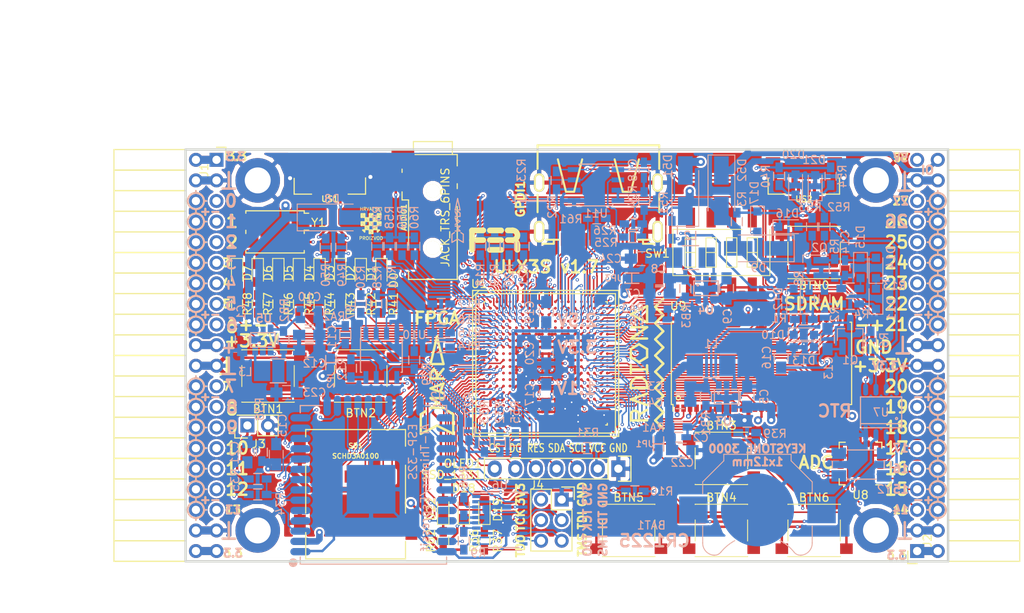
<source format=kicad_pcb>
(kicad_pcb (version 4) (host pcbnew 4.0.7+dfsg1-1)

  (general
    (links 722)
    (no_connects 0)
    (area 93.949999 61.269999 188.230001 112.370001)
    (thickness 1.6)
    (drawings 361)
    (tracks 4280)
    (zones 0)
    (modules 167)
    (nets 250)
  )

  (page A4)
  (layers
    (0 F.Cu signal)
    (1 In1.Cu signal)
    (2 In2.Cu signal)
    (31 B.Cu signal)
    (32 B.Adhes user)
    (33 F.Adhes user)
    (34 B.Paste user)
    (35 F.Paste user)
    (36 B.SilkS user)
    (37 F.SilkS user)
    (38 B.Mask user)
    (39 F.Mask user)
    (40 Dwgs.User user)
    (41 Cmts.User user)
    (42 Eco1.User user)
    (43 Eco2.User user)
    (44 Edge.Cuts user)
    (45 Margin user)
    (46 B.CrtYd user)
    (47 F.CrtYd user)
    (48 B.Fab user)
    (49 F.Fab user)
  )

  (setup
    (last_trace_width 0.3)
    (trace_clearance 0.127)
    (zone_clearance 0.127)
    (zone_45_only no)
    (trace_min 0.127)
    (segment_width 0.2)
    (edge_width 0.2)
    (via_size 0.4)
    (via_drill 0.2)
    (via_min_size 0.4)
    (via_min_drill 0.2)
    (uvia_size 0.3)
    (uvia_drill 0.1)
    (uvias_allowed no)
    (uvia_min_size 0.2)
    (uvia_min_drill 0.1)
    (pcb_text_width 0.3)
    (pcb_text_size 1.5 1.5)
    (mod_edge_width 0.15)
    (mod_text_size 1 1)
    (mod_text_width 0.15)
    (pad_size 0.5 0.5)
    (pad_drill 0)
    (pad_to_mask_clearance 0.05)
    (aux_axis_origin 82.67 62.69)
    (grid_origin 86.48 79.2)
    (visible_elements 7FFFFFFF)
    (pcbplotparams
      (layerselection 0x310f0_80000007)
      (usegerberextensions true)
      (excludeedgelayer true)
      (linewidth 0.100000)
      (plotframeref false)
      (viasonmask false)
      (mode 1)
      (useauxorigin false)
      (hpglpennumber 1)
      (hpglpenspeed 20)
      (hpglpendiameter 15)
      (hpglpenoverlay 2)
      (psnegative false)
      (psa4output false)
      (plotreference true)
      (plotvalue true)
      (plotinvisibletext false)
      (padsonsilk false)
      (subtractmaskfromsilk false)
      (outputformat 1)
      (mirror false)
      (drillshape 0)
      (scaleselection 1)
      (outputdirectory plot))
  )

  (net 0 "")
  (net 1 GND)
  (net 2 +5V)
  (net 3 /gpio/IN5V)
  (net 4 /gpio/OUT5V)
  (net 5 +3V3)
  (net 6 BTN_D)
  (net 7 BTN_F1)
  (net 8 BTN_F2)
  (net 9 BTN_L)
  (net 10 BTN_R)
  (net 11 BTN_U)
  (net 12 /power/FB1)
  (net 13 +2V5)
  (net 14 /power/PWREN)
  (net 15 /power/FB3)
  (net 16 /power/FB2)
  (net 17 "Net-(D9-Pad1)")
  (net 18 /power/VBAT)
  (net 19 JTAG_TDI)
  (net 20 JTAG_TCK)
  (net 21 JTAG_TMS)
  (net 22 JTAG_TDO)
  (net 23 /power/WAKEUPn)
  (net 24 /power/WKUP)
  (net 25 /power/SHUT)
  (net 26 /power/WAKE)
  (net 27 /power/HOLD)
  (net 28 /power/WKn)
  (net 29 /power/OSCI_32k)
  (net 30 /power/OSCO_32k)
  (net 31 "Net-(Q2-Pad3)")
  (net 32 SHUTDOWN)
  (net 33 /analog/AUDIO_L)
  (net 34 /analog/AUDIO_R)
  (net 35 GPDI_5V_SCL)
  (net 36 GPDI_5V_SDA)
  (net 37 GPDI_SDA)
  (net 38 GPDI_SCL)
  (net 39 /gpdi/VREF2)
  (net 40 SD_CMD)
  (net 41 SD_CLK)
  (net 42 SD_D0)
  (net 43 SD_D1)
  (net 44 USB5V)
  (net 45 GPDI_CEC)
  (net 46 nRESET)
  (net 47 FTDI_nDTR)
  (net 48 SDRAM_CKE)
  (net 49 SDRAM_A7)
  (net 50 SDRAM_D15)
  (net 51 SDRAM_BA1)
  (net 52 SDRAM_D7)
  (net 53 SDRAM_A6)
  (net 54 SDRAM_CLK)
  (net 55 SDRAM_D13)
  (net 56 SDRAM_BA0)
  (net 57 SDRAM_D6)
  (net 58 SDRAM_A5)
  (net 59 SDRAM_D14)
  (net 60 SDRAM_A11)
  (net 61 SDRAM_D12)
  (net 62 SDRAM_D5)
  (net 63 SDRAM_A4)
  (net 64 SDRAM_A10)
  (net 65 SDRAM_D11)
  (net 66 SDRAM_A3)
  (net 67 SDRAM_D4)
  (net 68 SDRAM_D10)
  (net 69 SDRAM_D9)
  (net 70 SDRAM_A9)
  (net 71 SDRAM_D3)
  (net 72 SDRAM_D8)
  (net 73 SDRAM_A8)
  (net 74 SDRAM_A2)
  (net 75 SDRAM_A1)
  (net 76 SDRAM_A0)
  (net 77 SDRAM_D2)
  (net 78 SDRAM_D1)
  (net 79 SDRAM_D0)
  (net 80 SDRAM_DQM0)
  (net 81 SDRAM_nCS)
  (net 82 SDRAM_nRAS)
  (net 83 SDRAM_DQM1)
  (net 84 SDRAM_nCAS)
  (net 85 SDRAM_nWE)
  (net 86 /flash/FLASH_nWP)
  (net 87 /flash/FLASH_nHOLD)
  (net 88 /flash/FLASH_MOSI)
  (net 89 /flash/FLASH_MISO)
  (net 90 /flash/FLASH_SCK)
  (net 91 /flash/FLASH_nCS)
  (net 92 /flash/FPGA_PROGRAMN)
  (net 93 /flash/FPGA_DONE)
  (net 94 /flash/FPGA_INITN)
  (net 95 OLED_RES)
  (net 96 OLED_DC)
  (net 97 OLED_CS)
  (net 98 WIFI_EN)
  (net 99 FTDI_nRTS)
  (net 100 FTDI_TXD)
  (net 101 FTDI_RXD)
  (net 102 WIFI_RXD)
  (net 103 WIFI_GPIO0)
  (net 104 WIFI_TXD)
  (net 105 GPDI_ETH-)
  (net 106 GPDI_ETH+)
  (net 107 GPDI_D2+)
  (net 108 GPDI_D2-)
  (net 109 GPDI_D1+)
  (net 110 GPDI_D1-)
  (net 111 GPDI_D0+)
  (net 112 GPDI_D0-)
  (net 113 GPDI_CLK+)
  (net 114 GPDI_CLK-)
  (net 115 USB_FTDI_D+)
  (net 116 USB_FTDI_D-)
  (net 117 J1_17-)
  (net 118 J1_17+)
  (net 119 J1_23-)
  (net 120 J1_23+)
  (net 121 J1_25-)
  (net 122 J1_25+)
  (net 123 J1_27-)
  (net 124 J1_27+)
  (net 125 J1_29-)
  (net 126 J1_29+)
  (net 127 J1_31-)
  (net 128 J1_31+)
  (net 129 J1_33-)
  (net 130 J1_33+)
  (net 131 J1_35-)
  (net 132 J1_35+)
  (net 133 J2_5-)
  (net 134 J2_5+)
  (net 135 J2_7-)
  (net 136 J2_7+)
  (net 137 J2_9-)
  (net 138 J2_9+)
  (net 139 J2_13-)
  (net 140 J2_13+)
  (net 141 J2_17-)
  (net 142 J2_17+)
  (net 143 J2_11-)
  (net 144 J2_11+)
  (net 145 J2_23-)
  (net 146 J2_23+)
  (net 147 J1_5-)
  (net 148 J1_5+)
  (net 149 J1_7-)
  (net 150 J1_7+)
  (net 151 J1_9-)
  (net 152 J1_9+)
  (net 153 J1_11-)
  (net 154 J1_11+)
  (net 155 J1_13-)
  (net 156 J1_13+)
  (net 157 J1_15-)
  (net 158 J1_15+)
  (net 159 J2_15-)
  (net 160 J2_15+)
  (net 161 J2_25-)
  (net 162 J2_25+)
  (net 163 J2_27-)
  (net 164 J2_27+)
  (net 165 J2_29-)
  (net 166 J2_29+)
  (net 167 J2_31-)
  (net 168 J2_31+)
  (net 169 J2_33-)
  (net 170 J2_33+)
  (net 171 J2_35-)
  (net 172 J2_35+)
  (net 173 SD_D3)
  (net 174 AUDIO_L3)
  (net 175 AUDIO_L2)
  (net 176 AUDIO_L1)
  (net 177 AUDIO_L0)
  (net 178 AUDIO_R3)
  (net 179 AUDIO_R2)
  (net 180 AUDIO_R1)
  (net 181 AUDIO_R0)
  (net 182 OLED_CLK)
  (net 183 OLED_MOSI)
  (net 184 LED0)
  (net 185 LED1)
  (net 186 LED2)
  (net 187 LED3)
  (net 188 LED4)
  (net 189 LED5)
  (net 190 LED6)
  (net 191 LED7)
  (net 192 BTN_PWRn)
  (net 193 FTDI_nTXLED)
  (net 194 FTDI_nSLEEP)
  (net 195 /blinkey/LED_PWREN)
  (net 196 /blinkey/LED_TXLED)
  (net 197 FT3V3)
  (net 198 /sdcard/SD3V3)
  (net 199 SD_D2)
  (net 200 CLK_25MHz)
  (net 201 /blinkey/BTNPUL)
  (net 202 /blinkey/BTNPUR)
  (net 203 USB_FPGA_D+)
  (net 204 /power/FTDI_nSUSPEND)
  (net 205 /blinkey/ALED0)
  (net 206 /blinkey/ALED1)
  (net 207 /blinkey/ALED2)
  (net 208 /blinkey/ALED3)
  (net 209 /blinkey/ALED4)
  (net 210 /blinkey/ALED5)
  (net 211 /blinkey/ALED6)
  (net 212 /blinkey/ALED7)
  (net 213 /usb/FTD-)
  (net 214 /usb/FTD+)
  (net 215 ADC_MISO)
  (net 216 ADC_MOSI)
  (net 217 ADC_CSn)
  (net 218 ADC_SCLK)
  (net 219 "Net-(R51-Pad2)")
  (net 220 SW3)
  (net 221 SW2)
  (net 222 SW1)
  (net 223 SW0)
  (net 224 USB_FPGA_D-)
  (net 225 /usb/FPD+)
  (net 226 /usb/FPD-)
  (net 227 WIFI_GPIO16)
  (net 228 WIFI_GPIO15)
  (net 229 /usb/ANT_433MHz)
  (net 230 /power/PWRBTn)
  (net 231 PROG_DONE)
  (net 232 /power/P3V3)
  (net 233 /power/P2V5)
  (net 234 /power/L1)
  (net 235 /power/L3)
  (net 236 /power/L2)
  (net 237 FTDI_TXDEN)
  (net 238 /wifi/WIFIOFF)
  (net 239 SDRAM_A12)
  (net 240 /analog/AUDIO_V)
  (net 241 AUDIO_V3)
  (net 242 AUDIO_V2)
  (net 243 AUDIO_V1)
  (net 244 AUDIO_V0)
  (net 245 /gpdi/FPGA_CEC)
  (net 246 /blinkey/LED_WIFI)
  (net 247 WIFI_GPIO2)
  (net 248 /power/P1V1)
  (net 249 +1V1)

  (net_class Default "This is the default net class."
    (clearance 0.127)
    (trace_width 0.3)
    (via_dia 0.4)
    (via_drill 0.2)
    (uvia_dia 0.3)
    (uvia_drill 0.1)
    (add_net +1V1)
    (add_net +2V5)
    (add_net +3V3)
    (add_net +5V)
    (add_net /analog/AUDIO_L)
    (add_net /analog/AUDIO_R)
    (add_net /analog/AUDIO_V)
    (add_net /blinkey/ALED0)
    (add_net /blinkey/ALED1)
    (add_net /blinkey/ALED2)
    (add_net /blinkey/ALED3)
    (add_net /blinkey/ALED4)
    (add_net /blinkey/ALED5)
    (add_net /blinkey/ALED6)
    (add_net /blinkey/ALED7)
    (add_net /blinkey/BTNPUL)
    (add_net /blinkey/BTNPUR)
    (add_net /blinkey/LED_PWREN)
    (add_net /blinkey/LED_TXLED)
    (add_net /blinkey/LED_WIFI)
    (add_net /gpdi/VREF2)
    (add_net /gpio/IN5V)
    (add_net /gpio/OUT5V)
    (add_net /power/FB1)
    (add_net /power/FB2)
    (add_net /power/FB3)
    (add_net /power/FTDI_nSUSPEND)
    (add_net /power/HOLD)
    (add_net /power/L1)
    (add_net /power/L2)
    (add_net /power/L3)
    (add_net /power/OSCI_32k)
    (add_net /power/OSCO_32k)
    (add_net /power/P1V1)
    (add_net /power/P2V5)
    (add_net /power/P3V3)
    (add_net /power/PWRBTn)
    (add_net /power/PWREN)
    (add_net /power/SHUT)
    (add_net /power/VBAT)
    (add_net /power/WAKE)
    (add_net /power/WAKEUPn)
    (add_net /power/WKUP)
    (add_net /power/WKn)
    (add_net /sdcard/SD3V3)
    (add_net /usb/ANT_433MHz)
    (add_net /usb/FPD+)
    (add_net /usb/FPD-)
    (add_net /usb/FTD+)
    (add_net /usb/FTD-)
    (add_net /wifi/WIFIOFF)
    (add_net FT3V3)
    (add_net GND)
    (add_net "Net-(D9-Pad1)")
    (add_net "Net-(Q2-Pad3)")
    (add_net "Net-(R51-Pad2)")
    (add_net USB5V)
    (add_net WIFI_GPIO2)
  )

  (net_class BGA ""
    (clearance 0.127)
    (trace_width 0.19)
    (via_dia 0.4)
    (via_drill 0.2)
    (uvia_dia 0.3)
    (uvia_drill 0.1)
    (add_net /flash/FLASH_MISO)
    (add_net /flash/FLASH_MOSI)
    (add_net /flash/FLASH_SCK)
    (add_net /flash/FLASH_nCS)
    (add_net /flash/FLASH_nHOLD)
    (add_net /flash/FLASH_nWP)
    (add_net /flash/FPGA_DONE)
    (add_net /flash/FPGA_INITN)
    (add_net /flash/FPGA_PROGRAMN)
    (add_net /gpdi/FPGA_CEC)
    (add_net ADC_CSn)
    (add_net ADC_MISO)
    (add_net ADC_MOSI)
    (add_net ADC_SCLK)
    (add_net AUDIO_L0)
    (add_net AUDIO_L1)
    (add_net AUDIO_L2)
    (add_net AUDIO_L3)
    (add_net AUDIO_R0)
    (add_net AUDIO_R1)
    (add_net AUDIO_R2)
    (add_net AUDIO_R3)
    (add_net AUDIO_V0)
    (add_net AUDIO_V1)
    (add_net AUDIO_V2)
    (add_net AUDIO_V3)
    (add_net BTN_D)
    (add_net BTN_F1)
    (add_net BTN_F2)
    (add_net BTN_L)
    (add_net BTN_PWRn)
    (add_net BTN_R)
    (add_net BTN_U)
    (add_net CLK_25MHz)
    (add_net FTDI_RXD)
    (add_net FTDI_TXD)
    (add_net FTDI_TXDEN)
    (add_net FTDI_nDTR)
    (add_net FTDI_nRTS)
    (add_net FTDI_nSLEEP)
    (add_net FTDI_nTXLED)
    (add_net GPDI_5V_SCL)
    (add_net GPDI_5V_SDA)
    (add_net GPDI_CEC)
    (add_net GPDI_CLK+)
    (add_net GPDI_CLK-)
    (add_net GPDI_D0+)
    (add_net GPDI_D0-)
    (add_net GPDI_D1+)
    (add_net GPDI_D1-)
    (add_net GPDI_D2+)
    (add_net GPDI_D2-)
    (add_net GPDI_ETH+)
    (add_net GPDI_ETH-)
    (add_net GPDI_SCL)
    (add_net GPDI_SDA)
    (add_net J1_11+)
    (add_net J1_11-)
    (add_net J1_13+)
    (add_net J1_13-)
    (add_net J1_15+)
    (add_net J1_15-)
    (add_net J1_17+)
    (add_net J1_17-)
    (add_net J1_23+)
    (add_net J1_23-)
    (add_net J1_25+)
    (add_net J1_25-)
    (add_net J1_27+)
    (add_net J1_27-)
    (add_net J1_29+)
    (add_net J1_29-)
    (add_net J1_31+)
    (add_net J1_31-)
    (add_net J1_33+)
    (add_net J1_33-)
    (add_net J1_35+)
    (add_net J1_35-)
    (add_net J1_5+)
    (add_net J1_5-)
    (add_net J1_7+)
    (add_net J1_7-)
    (add_net J1_9+)
    (add_net J1_9-)
    (add_net J2_11+)
    (add_net J2_11-)
    (add_net J2_13+)
    (add_net J2_13-)
    (add_net J2_15+)
    (add_net J2_15-)
    (add_net J2_17+)
    (add_net J2_17-)
    (add_net J2_23+)
    (add_net J2_23-)
    (add_net J2_25+)
    (add_net J2_25-)
    (add_net J2_27+)
    (add_net J2_27-)
    (add_net J2_29+)
    (add_net J2_29-)
    (add_net J2_31+)
    (add_net J2_31-)
    (add_net J2_33+)
    (add_net J2_33-)
    (add_net J2_35+)
    (add_net J2_35-)
    (add_net J2_5+)
    (add_net J2_5-)
    (add_net J2_7+)
    (add_net J2_7-)
    (add_net J2_9+)
    (add_net J2_9-)
    (add_net JTAG_TCK)
    (add_net JTAG_TDI)
    (add_net JTAG_TDO)
    (add_net JTAG_TMS)
    (add_net LED0)
    (add_net LED1)
    (add_net LED2)
    (add_net LED3)
    (add_net LED4)
    (add_net LED5)
    (add_net LED6)
    (add_net LED7)
    (add_net OLED_CLK)
    (add_net OLED_CS)
    (add_net OLED_DC)
    (add_net OLED_MOSI)
    (add_net OLED_RES)
    (add_net PROG_DONE)
    (add_net SDRAM_A0)
    (add_net SDRAM_A1)
    (add_net SDRAM_A10)
    (add_net SDRAM_A11)
    (add_net SDRAM_A12)
    (add_net SDRAM_A2)
    (add_net SDRAM_A3)
    (add_net SDRAM_A4)
    (add_net SDRAM_A5)
    (add_net SDRAM_A6)
    (add_net SDRAM_A7)
    (add_net SDRAM_A8)
    (add_net SDRAM_A9)
    (add_net SDRAM_BA0)
    (add_net SDRAM_BA1)
    (add_net SDRAM_CKE)
    (add_net SDRAM_CLK)
    (add_net SDRAM_D0)
    (add_net SDRAM_D1)
    (add_net SDRAM_D10)
    (add_net SDRAM_D11)
    (add_net SDRAM_D12)
    (add_net SDRAM_D13)
    (add_net SDRAM_D14)
    (add_net SDRAM_D15)
    (add_net SDRAM_D2)
    (add_net SDRAM_D3)
    (add_net SDRAM_D4)
    (add_net SDRAM_D5)
    (add_net SDRAM_D6)
    (add_net SDRAM_D7)
    (add_net SDRAM_D8)
    (add_net SDRAM_D9)
    (add_net SDRAM_DQM0)
    (add_net SDRAM_DQM1)
    (add_net SDRAM_nCAS)
    (add_net SDRAM_nCS)
    (add_net SDRAM_nRAS)
    (add_net SDRAM_nWE)
    (add_net SD_CLK)
    (add_net SD_CMD)
    (add_net SD_D0)
    (add_net SD_D1)
    (add_net SD_D2)
    (add_net SD_D3)
    (add_net SHUTDOWN)
    (add_net SW0)
    (add_net SW1)
    (add_net SW2)
    (add_net SW3)
    (add_net USB_FPGA_D+)
    (add_net USB_FPGA_D-)
    (add_net USB_FTDI_D+)
    (add_net USB_FTDI_D-)
    (add_net WIFI_EN)
    (add_net WIFI_GPIO0)
    (add_net WIFI_GPIO15)
    (add_net WIFI_GPIO16)
    (add_net WIFI_RXD)
    (add_net WIFI_TXD)
    (add_net nRESET)
  )

  (net_class Minimal ""
    (clearance 0.127)
    (trace_width 0.127)
    (via_dia 0.4)
    (via_drill 0.2)
    (uvia_dia 0.3)
    (uvia_drill 0.1)
  )

  (module Socket_Strips:Socket_Strip_Angled_2x20 (layer F.Cu) (tedit 59CCC5BE) (tstamp 58E6BE3D)
    (at 97.91 62.69 270)
    (descr "Through hole socket strip")
    (tags "socket strip")
    (path /56AC389C/58E6B835)
    (fp_text reference J1 (at 1.27 1.524 270) (layer F.SilkS)
      (effects (font (size 1 1) (thickness 0.15)))
    )
    (fp_text value CONN_02X20 (at 0 -2.6 270) (layer F.Fab) hide
      (effects (font (size 1 1) (thickness 0.15)))
    )
    (fp_line (start -1.75 -1.35) (end -1.75 13.15) (layer F.CrtYd) (width 0.05))
    (fp_line (start 50.05 -1.35) (end 50.05 13.15) (layer F.CrtYd) (width 0.05))
    (fp_line (start -1.75 -1.35) (end 50.05 -1.35) (layer F.CrtYd) (width 0.05))
    (fp_line (start -1.75 13.15) (end 50.05 13.15) (layer F.CrtYd) (width 0.05))
    (fp_line (start 49.53 12.64) (end 49.53 3.81) (layer F.SilkS) (width 0.15))
    (fp_line (start 46.99 12.64) (end 49.53 12.64) (layer F.SilkS) (width 0.15))
    (fp_line (start 46.99 3.81) (end 49.53 3.81) (layer F.SilkS) (width 0.15))
    (fp_line (start 49.53 3.81) (end 49.53 12.64) (layer F.SilkS) (width 0.15))
    (fp_line (start 46.99 3.81) (end 46.99 12.64) (layer F.SilkS) (width 0.15))
    (fp_line (start 44.45 3.81) (end 46.99 3.81) (layer F.SilkS) (width 0.15))
    (fp_line (start 44.45 12.64) (end 46.99 12.64) (layer F.SilkS) (width 0.15))
    (fp_line (start 46.99 12.64) (end 46.99 3.81) (layer F.SilkS) (width 0.15))
    (fp_line (start 29.21 12.64) (end 29.21 3.81) (layer F.SilkS) (width 0.15))
    (fp_line (start 26.67 12.64) (end 29.21 12.64) (layer F.SilkS) (width 0.15))
    (fp_line (start 26.67 3.81) (end 29.21 3.81) (layer F.SilkS) (width 0.15))
    (fp_line (start 29.21 3.81) (end 29.21 12.64) (layer F.SilkS) (width 0.15))
    (fp_line (start 31.75 3.81) (end 31.75 12.64) (layer F.SilkS) (width 0.15))
    (fp_line (start 29.21 3.81) (end 31.75 3.81) (layer F.SilkS) (width 0.15))
    (fp_line (start 29.21 12.64) (end 31.75 12.64) (layer F.SilkS) (width 0.15))
    (fp_line (start 31.75 12.64) (end 31.75 3.81) (layer F.SilkS) (width 0.15))
    (fp_line (start 44.45 12.64) (end 44.45 3.81) (layer F.SilkS) (width 0.15))
    (fp_line (start 41.91 12.64) (end 44.45 12.64) (layer F.SilkS) (width 0.15))
    (fp_line (start 41.91 3.81) (end 44.45 3.81) (layer F.SilkS) (width 0.15))
    (fp_line (start 44.45 3.81) (end 44.45 12.64) (layer F.SilkS) (width 0.15))
    (fp_line (start 41.91 3.81) (end 41.91 12.64) (layer F.SilkS) (width 0.15))
    (fp_line (start 39.37 3.81) (end 41.91 3.81) (layer F.SilkS) (width 0.15))
    (fp_line (start 39.37 12.64) (end 41.91 12.64) (layer F.SilkS) (width 0.15))
    (fp_line (start 41.91 12.64) (end 41.91 3.81) (layer F.SilkS) (width 0.15))
    (fp_line (start 39.37 12.64) (end 39.37 3.81) (layer F.SilkS) (width 0.15))
    (fp_line (start 36.83 12.64) (end 39.37 12.64) (layer F.SilkS) (width 0.15))
    (fp_line (start 36.83 3.81) (end 39.37 3.81) (layer F.SilkS) (width 0.15))
    (fp_line (start 39.37 3.81) (end 39.37 12.64) (layer F.SilkS) (width 0.15))
    (fp_line (start 36.83 3.81) (end 36.83 12.64) (layer F.SilkS) (width 0.15))
    (fp_line (start 34.29 3.81) (end 36.83 3.81) (layer F.SilkS) (width 0.15))
    (fp_line (start 34.29 12.64) (end 36.83 12.64) (layer F.SilkS) (width 0.15))
    (fp_line (start 36.83 12.64) (end 36.83 3.81) (layer F.SilkS) (width 0.15))
    (fp_line (start 34.29 12.64) (end 34.29 3.81) (layer F.SilkS) (width 0.15))
    (fp_line (start 31.75 12.64) (end 34.29 12.64) (layer F.SilkS) (width 0.15))
    (fp_line (start 31.75 3.81) (end 34.29 3.81) (layer F.SilkS) (width 0.15))
    (fp_line (start 34.29 3.81) (end 34.29 12.64) (layer F.SilkS) (width 0.15))
    (fp_line (start 16.51 3.81) (end 16.51 12.64) (layer F.SilkS) (width 0.15))
    (fp_line (start 13.97 3.81) (end 16.51 3.81) (layer F.SilkS) (width 0.15))
    (fp_line (start 13.97 12.64) (end 16.51 12.64) (layer F.SilkS) (width 0.15))
    (fp_line (start 16.51 12.64) (end 16.51 3.81) (layer F.SilkS) (width 0.15))
    (fp_line (start 19.05 12.64) (end 19.05 3.81) (layer F.SilkS) (width 0.15))
    (fp_line (start 16.51 12.64) (end 19.05 12.64) (layer F.SilkS) (width 0.15))
    (fp_line (start 16.51 3.81) (end 19.05 3.81) (layer F.SilkS) (width 0.15))
    (fp_line (start 19.05 3.81) (end 19.05 12.64) (layer F.SilkS) (width 0.15))
    (fp_line (start 21.59 3.81) (end 21.59 12.64) (layer F.SilkS) (width 0.15))
    (fp_line (start 19.05 3.81) (end 21.59 3.81) (layer F.SilkS) (width 0.15))
    (fp_line (start 19.05 12.64) (end 21.59 12.64) (layer F.SilkS) (width 0.15))
    (fp_line (start 21.59 12.64) (end 21.59 3.81) (layer F.SilkS) (width 0.15))
    (fp_line (start 24.13 12.64) (end 24.13 3.81) (layer F.SilkS) (width 0.15))
    (fp_line (start 21.59 12.64) (end 24.13 12.64) (layer F.SilkS) (width 0.15))
    (fp_line (start 21.59 3.81) (end 24.13 3.81) (layer F.SilkS) (width 0.15))
    (fp_line (start 24.13 3.81) (end 24.13 12.64) (layer F.SilkS) (width 0.15))
    (fp_line (start 26.67 3.81) (end 26.67 12.64) (layer F.SilkS) (width 0.15))
    (fp_line (start 24.13 3.81) (end 26.67 3.81) (layer F.SilkS) (width 0.15))
    (fp_line (start 24.13 12.64) (end 26.67 12.64) (layer F.SilkS) (width 0.15))
    (fp_line (start 26.67 12.64) (end 26.67 3.81) (layer F.SilkS) (width 0.15))
    (fp_line (start 13.97 12.64) (end 13.97 3.81) (layer F.SilkS) (width 0.15))
    (fp_line (start 11.43 12.64) (end 13.97 12.64) (layer F.SilkS) (width 0.15))
    (fp_line (start 11.43 3.81) (end 13.97 3.81) (layer F.SilkS) (width 0.15))
    (fp_line (start 13.97 3.81) (end 13.97 12.64) (layer F.SilkS) (width 0.15))
    (fp_line (start 11.43 3.81) (end 11.43 12.64) (layer F.SilkS) (width 0.15))
    (fp_line (start 8.89 3.81) (end 11.43 3.81) (layer F.SilkS) (width 0.15))
    (fp_line (start 8.89 12.64) (end 11.43 12.64) (layer F.SilkS) (width 0.15))
    (fp_line (start 11.43 12.64) (end 11.43 3.81) (layer F.SilkS) (width 0.15))
    (fp_line (start 8.89 12.64) (end 8.89 3.81) (layer F.SilkS) (width 0.15))
    (fp_line (start 6.35 12.64) (end 8.89 12.64) (layer F.SilkS) (width 0.15))
    (fp_line (start 6.35 3.81) (end 8.89 3.81) (layer F.SilkS) (width 0.15))
    (fp_line (start 8.89 3.81) (end 8.89 12.64) (layer F.SilkS) (width 0.15))
    (fp_line (start 6.35 3.81) (end 6.35 12.64) (layer F.SilkS) (width 0.15))
    (fp_line (start 3.81 3.81) (end 6.35 3.81) (layer F.SilkS) (width 0.15))
    (fp_line (start 3.81 12.64) (end 6.35 12.64) (layer F.SilkS) (width 0.15))
    (fp_line (start 6.35 12.64) (end 6.35 3.81) (layer F.SilkS) (width 0.15))
    (fp_line (start 3.81 12.64) (end 3.81 3.81) (layer F.SilkS) (width 0.15))
    (fp_line (start 1.27 12.64) (end 3.81 12.64) (layer F.SilkS) (width 0.15))
    (fp_line (start 1.27 3.81) (end 3.81 3.81) (layer F.SilkS) (width 0.15))
    (fp_line (start 3.81 3.81) (end 3.81 12.64) (layer F.SilkS) (width 0.15))
    (fp_line (start 1.27 3.81) (end 1.27 12.64) (layer F.SilkS) (width 0.15))
    (fp_line (start -1.27 3.81) (end 1.27 3.81) (layer F.SilkS) (width 0.15))
    (fp_line (start 0 -1.15) (end -1.55 -1.15) (layer F.SilkS) (width 0.15))
    (fp_line (start -1.55 -1.15) (end -1.55 0) (layer F.SilkS) (width 0.15))
    (fp_line (start -1.27 3.81) (end -1.27 12.64) (layer F.SilkS) (width 0.15))
    (fp_line (start -1.27 12.64) (end 1.27 12.64) (layer F.SilkS) (width 0.15))
    (fp_line (start 1.27 12.64) (end 1.27 3.81) (layer F.SilkS) (width 0.15))
    (pad 1 thru_hole rect (at 0 0 270) (size 1.7272 1.7272) (drill 1.016) (layers *.Cu *.Mask)
      (net 5 +3V3))
    (pad 2 thru_hole oval (at 0 2.54 270) (size 1.7272 1.7272) (drill 1.016) (layers *.Cu *.Mask)
      (net 5 +3V3))
    (pad 3 thru_hole oval (at 2.54 0 270) (size 1.7272 1.7272) (drill 1.016) (layers *.Cu *.Mask)
      (net 1 GND))
    (pad 4 thru_hole oval (at 2.54 2.54 270) (size 1.7272 1.7272) (drill 1.016) (layers *.Cu *.Mask)
      (net 1 GND))
    (pad 5 thru_hole oval (at 5.08 0 270) (size 1.7272 1.7272) (drill 1.016) (layers *.Cu *.Mask)
      (net 147 J1_5-))
    (pad 6 thru_hole oval (at 5.08 2.54 270) (size 1.7272 1.7272) (drill 1.016) (layers *.Cu *.Mask)
      (net 148 J1_5+))
    (pad 7 thru_hole oval (at 7.62 0 270) (size 1.7272 1.7272) (drill 1.016) (layers *.Cu *.Mask)
      (net 149 J1_7-))
    (pad 8 thru_hole oval (at 7.62 2.54 270) (size 1.7272 1.7272) (drill 1.016) (layers *.Cu *.Mask)
      (net 150 J1_7+))
    (pad 9 thru_hole oval (at 10.16 0 270) (size 1.7272 1.7272) (drill 1.016) (layers *.Cu *.Mask)
      (net 151 J1_9-))
    (pad 10 thru_hole oval (at 10.16 2.54 270) (size 1.7272 1.7272) (drill 1.016) (layers *.Cu *.Mask)
      (net 152 J1_9+))
    (pad 11 thru_hole oval (at 12.7 0 270) (size 1.7272 1.7272) (drill 1.016) (layers *.Cu *.Mask)
      (net 153 J1_11-))
    (pad 12 thru_hole oval (at 12.7 2.54 270) (size 1.7272 1.7272) (drill 1.016) (layers *.Cu *.Mask)
      (net 154 J1_11+))
    (pad 13 thru_hole oval (at 15.24 0 270) (size 1.7272 1.7272) (drill 1.016) (layers *.Cu *.Mask)
      (net 155 J1_13-))
    (pad 14 thru_hole oval (at 15.24 2.54 270) (size 1.7272 1.7272) (drill 1.016) (layers *.Cu *.Mask)
      (net 156 J1_13+))
    (pad 15 thru_hole oval (at 17.78 0 270) (size 1.7272 1.7272) (drill 1.016) (layers *.Cu *.Mask)
      (net 157 J1_15-))
    (pad 16 thru_hole oval (at 17.78 2.54 270) (size 1.7272 1.7272) (drill 1.016) (layers *.Cu *.Mask)
      (net 158 J1_15+))
    (pad 17 thru_hole oval (at 20.32 0 270) (size 1.7272 1.7272) (drill 1.016) (layers *.Cu *.Mask)
      (net 117 J1_17-))
    (pad 18 thru_hole oval (at 20.32 2.54 270) (size 1.7272 1.7272) (drill 1.016) (layers *.Cu *.Mask)
      (net 118 J1_17+))
    (pad 19 thru_hole oval (at 22.86 0 270) (size 1.7272 1.7272) (drill 1.016) (layers *.Cu *.Mask)
      (net 5 +3V3))
    (pad 20 thru_hole oval (at 22.86 2.54 270) (size 1.7272 1.7272) (drill 1.016) (layers *.Cu *.Mask)
      (net 5 +3V3))
    (pad 21 thru_hole oval (at 25.4 0 270) (size 1.7272 1.7272) (drill 1.016) (layers *.Cu *.Mask)
      (net 1 GND))
    (pad 22 thru_hole oval (at 25.4 2.54 270) (size 1.7272 1.7272) (drill 1.016) (layers *.Cu *.Mask)
      (net 1 GND))
    (pad 23 thru_hole oval (at 27.94 0 270) (size 1.7272 1.7272) (drill 1.016) (layers *.Cu *.Mask)
      (net 119 J1_23-))
    (pad 24 thru_hole oval (at 27.94 2.54 270) (size 1.7272 1.7272) (drill 1.016) (layers *.Cu *.Mask)
      (net 120 J1_23+))
    (pad 25 thru_hole oval (at 30.48 0 270) (size 1.7272 1.7272) (drill 1.016) (layers *.Cu *.Mask)
      (net 121 J1_25-))
    (pad 26 thru_hole oval (at 30.48 2.54 270) (size 1.7272 1.7272) (drill 1.016) (layers *.Cu *.Mask)
      (net 122 J1_25+))
    (pad 27 thru_hole oval (at 33.02 0 270) (size 1.7272 1.7272) (drill 1.016) (layers *.Cu *.Mask)
      (net 123 J1_27-))
    (pad 28 thru_hole oval (at 33.02 2.54 270) (size 1.7272 1.7272) (drill 1.016) (layers *.Cu *.Mask)
      (net 124 J1_27+))
    (pad 29 thru_hole oval (at 35.56 0 270) (size 1.7272 1.7272) (drill 1.016) (layers *.Cu *.Mask)
      (net 125 J1_29-))
    (pad 30 thru_hole oval (at 35.56 2.54 270) (size 1.7272 1.7272) (drill 1.016) (layers *.Cu *.Mask)
      (net 126 J1_29+))
    (pad 31 thru_hole oval (at 38.1 0 270) (size 1.7272 1.7272) (drill 1.016) (layers *.Cu *.Mask)
      (net 127 J1_31-))
    (pad 32 thru_hole oval (at 38.1 2.54 270) (size 1.7272 1.7272) (drill 1.016) (layers *.Cu *.Mask)
      (net 128 J1_31+))
    (pad 33 thru_hole oval (at 40.64 0 270) (size 1.7272 1.7272) (drill 1.016) (layers *.Cu *.Mask)
      (net 129 J1_33-))
    (pad 34 thru_hole oval (at 40.64 2.54 270) (size 1.7272 1.7272) (drill 1.016) (layers *.Cu *.Mask)
      (net 130 J1_33+))
    (pad 35 thru_hole oval (at 43.18 0 270) (size 1.7272 1.7272) (drill 1.016) (layers *.Cu *.Mask)
      (net 131 J1_35-))
    (pad 36 thru_hole oval (at 43.18 2.54 270) (size 1.7272 1.7272) (drill 1.016) (layers *.Cu *.Mask)
      (net 132 J1_35+))
    (pad 37 thru_hole oval (at 45.72 0 270) (size 1.7272 1.7272) (drill 1.016) (layers *.Cu *.Mask)
      (net 1 GND))
    (pad 38 thru_hole oval (at 45.72 2.54 270) (size 1.7272 1.7272) (drill 1.016) (layers *.Cu *.Mask)
      (net 1 GND))
    (pad 39 thru_hole oval (at 48.26 0 270) (size 1.7272 1.7272) (drill 1.016) (layers *.Cu *.Mask)
      (net 5 +3V3))
    (pad 40 thru_hole oval (at 48.26 2.54 270) (size 1.7272 1.7272) (drill 1.016) (layers *.Cu *.Mask)
      (net 5 +3V3))
    (model Socket_Strips.3dshapes/Socket_Strip_Angled_2x20.wrl
      (at (xyz 0.95 -0.05 0))
      (scale (xyz 1 1 1))
      (rotate (xyz 0 0 180))
    )
  )

  (module SMD_Packages:1Pin (layer F.Cu) (tedit 59F891E7) (tstamp 59C3DCCD)
    (at 182.67515 111.637626)
    (descr "module 1 pin (ou trou mecanique de percage)")
    (tags DEV)
    (path /58D6BF46/59C3AE47)
    (fp_text reference AE1 (at -3.236 3.798) (layer F.SilkS) hide
      (effects (font (size 1 1) (thickness 0.15)))
    )
    (fp_text value 433MHz (at 2.606 3.798) (layer F.Fab) hide
      (effects (font (size 1 1) (thickness 0.15)))
    )
    (pad 1 smd rect (at 0 0) (size 0.5 0.5) (layers B.Cu F.Paste F.Mask)
      (net 229 /usb/ANT_433MHz))
  )

  (module Resistors_SMD:R_0603_HandSoldering (layer B.Cu) (tedit 58307AEF) (tstamp 590C5C33)
    (at 103.498 98.758 90)
    (descr "Resistor SMD 0603, hand soldering")
    (tags "resistor 0603")
    (path /58DA7327/590C5D62)
    (attr smd)
    (fp_text reference R38 (at 5.334 -0.254 90) (layer B.SilkS)
      (effects (font (size 1 1) (thickness 0.15)) (justify mirror))
    )
    (fp_text value 0.47 (at 3.386 0 90) (layer B.Fab)
      (effects (font (size 1 1) (thickness 0.15)) (justify mirror))
    )
    (fp_line (start -0.8 -0.4) (end -0.8 0.4) (layer B.Fab) (width 0.1))
    (fp_line (start 0.8 -0.4) (end -0.8 -0.4) (layer B.Fab) (width 0.1))
    (fp_line (start 0.8 0.4) (end 0.8 -0.4) (layer B.Fab) (width 0.1))
    (fp_line (start -0.8 0.4) (end 0.8 0.4) (layer B.Fab) (width 0.1))
    (fp_line (start -2 0.8) (end 2 0.8) (layer B.CrtYd) (width 0.05))
    (fp_line (start -2 -0.8) (end 2 -0.8) (layer B.CrtYd) (width 0.05))
    (fp_line (start -2 0.8) (end -2 -0.8) (layer B.CrtYd) (width 0.05))
    (fp_line (start 2 0.8) (end 2 -0.8) (layer B.CrtYd) (width 0.05))
    (fp_line (start 0.5 -0.675) (end -0.5 -0.675) (layer B.SilkS) (width 0.15))
    (fp_line (start -0.5 0.675) (end 0.5 0.675) (layer B.SilkS) (width 0.15))
    (pad 1 smd rect (at -1.1 0 90) (size 1.2 0.9) (layers B.Cu B.Paste B.Mask)
      (net 198 /sdcard/SD3V3))
    (pad 2 smd rect (at 1.1 0 90) (size 1.2 0.9) (layers B.Cu B.Paste B.Mask)
      (net 5 +3V3))
    (model Resistors_SMD.3dshapes/R_0603_HandSoldering.wrl
      (at (xyz 0 0 0))
      (scale (xyz 1 1 1))
      (rotate (xyz 0 0 0))
    )
    (model Resistors_SMD.3dshapes/R_0603.wrl
      (at (xyz 0 0 0))
      (scale (xyz 1 1 1))
      (rotate (xyz 0 0 0))
    )
  )

  (module jumper:SOLDER-JUMPER_1-WAY (layer B.Cu) (tedit 59DFC21C) (tstamp 59DFBD53)
    (at 152.393 97.742 270)
    (path /58D51CAD/59DFB08A)
    (fp_text reference JP1 (at 0 1.778 360) (layer B.SilkS)
      (effects (font (size 0.762 0.762) (thickness 0.1524)) (justify mirror))
    )
    (fp_text value 1.2 (at 0 -1.524 270) (layer B.SilkS) hide
      (effects (font (size 0.762 0.762) (thickness 0.1524)) (justify mirror))
    )
    (fp_line (start 0 0.635) (end 0 -0.635) (layer B.SilkS) (width 0.15))
    (fp_line (start -0.889 -0.635) (end 0.889 -0.635) (layer B.SilkS) (width 0.15))
    (fp_line (start -0.889 0.635) (end 0.889 0.635) (layer B.SilkS) (width 0.15))
    (pad 1 smd rect (at -0.6 0 270) (size 1 1) (layers B.Cu B.Paste B.Mask)
      (net 248 /power/P1V1))
    (pad 2 smd rect (at 0.6 0 270) (size 1 1) (layers B.Cu B.Paste B.Mask)
      (net 249 +1V1))
  )

  (module ESP32-footprints-Lib:ESP-32S (layer B.Cu) (tedit 59DF4284) (tstamp 58E56AFE)
    (at 117.313 101.513)
    (path /58D6D447/58E5662B)
    (attr smd)
    (fp_text reference U2 (at 7.902 -9.613 180) (layer B.SilkS)
      (effects (font (size 1 1) (thickness 0.15)) (justify mirror))
    )
    (fp_text value ESP-32S (at 0.155 9.691) (layer B.Fab)
      (effects (font (size 1 1) (thickness 0.15)) (justify mirror))
    )
    (fp_line (start -9.0805 11.049) (end -9.0805 10.16) (layer B.SilkS) (width 0.15))
    (fp_line (start 8.9535 11.049) (end -9.0805 11.049) (layer B.SilkS) (width 0.15))
    (fp_line (start 8.9535 10.16) (end 8.9535 11.049) (layer B.SilkS) (width 0.15))
    (fp_line (start 8.9535 -8.509) (end 8.9535 -7.62) (layer B.SilkS) (width 0.15))
    (fp_line (start 6.35 -8.509) (end 8.9535 -8.509) (layer B.SilkS) (width 0.15))
    (fp_line (start -9.0805 -8.509) (end -6.35 -8.509) (layer B.SilkS) (width 0.15))
    (fp_line (start -9.0805 -7.62) (end -9.0805 -8.509) (layer B.SilkS) (width 0.15))
    (fp_text user AI-Thinker/Espressif (at 6.3 1.6 270) (layer B.SilkS)
      (effects (font (size 1 1) (thickness 0.15)) (justify mirror))
    )
    (fp_circle (center -9.958566 10.871338) (end -10.085566 11.125338) (layer B.SilkS) (width 0.5))
    (fp_text user ESP-32S (at 4.8 -2.8 270) (layer B.SilkS)
      (effects (font (size 1 1) (thickness 0.15)) (justify mirror))
    )
    (fp_line (start 8.947434 11.017338) (end -9.052566 11.017338) (layer B.Fab) (width 0.15))
    (fp_line (start -9.052566 17.017338) (end -9.052566 -8.482662) (layer B.Fab) (width 0.15))
    (fp_line (start 8.947434 17.017338) (end 8.947434 -8.482662) (layer B.Fab) (width 0.15))
    (fp_line (start 8.947434 -8.482662) (end -9.052566 -8.482662) (layer B.Fab) (width 0.15))
    (fp_line (start 8.947434 17.017338) (end -9.052566 17.017338) (layer B.Fab) (width 0.15))
    (pad 38 smd oval (at 8.947434 9.517338 180) (size 2.5 0.9) (layers B.Cu B.Paste B.Mask)
      (net 1 GND))
    (pad 37 smd oval (at 8.947434 8.247338 180) (size 2.5 0.9) (layers B.Cu B.Paste B.Mask)
      (net 19 JTAG_TDI))
    (pad 36 smd oval (at 8.947434 6.977338 180) (size 2.5 0.9) (layers B.Cu B.Paste B.Mask)
      (net 231 PROG_DONE))
    (pad 35 smd oval (at 8.947434 5.707338 180) (size 2.5 0.9) (layers B.Cu B.Paste B.Mask)
      (net 104 WIFI_TXD))
    (pad 34 smd oval (at 8.947434 4.437338 180) (size 2.5 0.9) (layers B.Cu B.Paste B.Mask)
      (net 102 WIFI_RXD))
    (pad 33 smd oval (at 8.947434 3.167338 180) (size 2.5 0.9) (layers B.Cu B.Paste B.Mask)
      (net 21 JTAG_TMS))
    (pad 32 smd oval (at 8.947434 1.897338 180) (size 2.5 0.9) (layers B.Cu B.Paste B.Mask))
    (pad 31 smd oval (at 8.947434 0.627338 180) (size 2.5 0.9) (layers B.Cu B.Paste B.Mask)
      (net 22 JTAG_TDO))
    (pad 30 smd oval (at 8.947434 -0.642662 180) (size 2.5 0.9) (layers B.Cu B.Paste B.Mask)
      (net 20 JTAG_TCK))
    (pad 29 smd oval (at 8.947434 -1.912662 180) (size 2.5 0.9) (layers B.Cu B.Paste B.Mask))
    (pad 28 smd oval (at 8.947434 -3.182662 180) (size 2.5 0.9) (layers B.Cu B.Paste B.Mask))
    (pad 27 smd oval (at 8.947434 -4.452662 180) (size 2.5 0.9) (layers B.Cu B.Paste B.Mask)
      (net 227 WIFI_GPIO16))
    (pad 26 smd oval (at 8.947434 -5.722662 180) (size 2.5 0.9) (layers B.Cu B.Paste B.Mask))
    (pad 25 smd oval (at 8.947434 -6.992662 180) (size 2.5 0.9) (layers B.Cu B.Paste B.Mask)
      (net 103 WIFI_GPIO0))
    (pad 24 smd oval (at 5.662434 -8.482662 180) (size 0.9 2.5) (layers B.Cu B.Paste B.Mask)
      (net 247 WIFI_GPIO2))
    (pad 23 smd oval (at 4.392434 -8.482662 180) (size 0.9 2.5) (layers B.Cu B.Paste B.Mask)
      (net 228 WIFI_GPIO15))
    (pad 22 smd oval (at 3.122434 -8.482662 180) (size 0.9 2.5) (layers B.Cu B.Paste B.Mask)
      (net 43 SD_D1))
    (pad 21 smd oval (at 1.852434 -8.482662 180) (size 0.9 2.5) (layers B.Cu B.Paste B.Mask)
      (net 42 SD_D0))
    (pad 20 smd oval (at 0.582434 -8.482662 180) (size 0.9 2.5) (layers B.Cu B.Paste B.Mask)
      (net 41 SD_CLK))
    (pad 19 smd oval (at -0.687566 -8.482662 180) (size 0.9 2.5) (layers B.Cu B.Paste B.Mask)
      (net 40 SD_CMD))
    (pad 18 smd oval (at -1.957566 -8.482662 180) (size 0.9 2.5) (layers B.Cu B.Paste B.Mask)
      (net 173 SD_D3))
    (pad 17 smd oval (at -3.227566 -8.482662 180) (size 0.9 2.5) (layers B.Cu B.Paste B.Mask)
      (net 199 SD_D2))
    (pad 16 smd oval (at -4.497566 -8.482662 180) (size 0.9 2.5) (layers B.Cu B.Paste B.Mask)
      (net 123 J1_27-))
    (pad 15 smd oval (at -5.767566 -8.482662 180) (size 0.9 2.5) (layers B.Cu B.Paste B.Mask)
      (net 1 GND))
    (pad 14 smd oval (at -9.052566 -6.992662 180) (size 2.5 0.9) (layers B.Cu B.Paste B.Mask)
      (net 124 J1_27+))
    (pad 13 smd oval (at -9.052566 -5.722662 180) (size 2.5 0.9) (layers B.Cu B.Paste B.Mask)
      (net 125 J1_29-))
    (pad 12 smd oval (at -9.052566 -4.452662 180) (size 2.5 0.9) (layers B.Cu B.Paste B.Mask)
      (net 126 J1_29+))
    (pad 11 smd oval (at -9.052566 -3.182662 180) (size 2.5 0.9) (layers B.Cu B.Paste B.Mask)
      (net 127 J1_31-))
    (pad 10 smd oval (at -9.052566 -1.912662 180) (size 2.5 0.9) (layers B.Cu B.Paste B.Mask)
      (net 128 J1_31+))
    (pad 9 smd oval (at -9.052566 -0.642662 180) (size 2.5 0.9) (layers B.Cu B.Paste B.Mask)
      (net 129 J1_33-))
    (pad 8 smd oval (at -9.052566 0.627338 180) (size 2.5 0.9) (layers B.Cu B.Paste B.Mask)
      (net 130 J1_33+))
    (pad 7 smd oval (at -9.052566 1.897338 180) (size 2.5 0.9) (layers B.Cu B.Paste B.Mask)
      (net 131 J1_35-))
    (pad 6 smd oval (at -9.052566 3.167338 180) (size 2.5 0.9) (layers B.Cu B.Paste B.Mask)
      (net 132 J1_35+))
    (pad 5 smd oval (at -9.052566 4.437338 180) (size 2.5 0.9) (layers B.Cu B.Paste B.Mask))
    (pad 4 smd oval (at -9.052566 5.707338 180) (size 2.5 0.9) (layers B.Cu B.Paste B.Mask))
    (pad 3 smd oval (at -9.052566 6.977338 180) (size 2.5 0.9) (layers B.Cu B.Paste B.Mask)
      (net 98 WIFI_EN))
    (pad 2 smd oval (at -9.052566 8.247338 180) (size 2.5 0.9) (layers B.Cu B.Paste B.Mask)
      (net 5 +3V3))
    (pad 1 smd oval (at -9.052566 9.517338 180) (size 2.5 0.9) (layers B.Cu B.Paste B.Mask)
      (net 1 GND))
    (pad 39 smd rect (at -0.352566 1.817338 180) (size 6 6) (layers B.Cu B.Paste B.Mask)
      (net 1 GND))
    (model ./footprints/esp32/ESP32.3dshapes/KiCAD-ESP-WROOM-32.wrl
      (at (xyz 0 0.17 0))
      (scale (xyz 1 1 1))
      (rotate (xyz 0 0 180))
    )
  )

  (module Diodes_SMD:D_SMA_Handsoldering (layer B.Cu) (tedit 59D564F6) (tstamp 59D3C50D)
    (at 155.695 66.5 90)
    (descr "Diode SMA (DO-214AC) Handsoldering")
    (tags "Diode SMA (DO-214AC) Handsoldering")
    (path /56AC389C/56AC483B)
    (attr smd)
    (fp_text reference D51 (at 3.048 -2.159 90) (layer B.SilkS)
      (effects (font (size 1 1) (thickness 0.15)) (justify mirror))
    )
    (fp_text value STPS2L30AF (at 0 -2.6 90) (layer B.Fab) hide
      (effects (font (size 1 1) (thickness 0.15)) (justify mirror))
    )
    (fp_text user %R (at 3.048 -2.159 90) (layer B.Fab) hide
      (effects (font (size 1 1) (thickness 0.15)) (justify mirror))
    )
    (fp_line (start -4.4 1.65) (end -4.4 -1.65) (layer B.SilkS) (width 0.12))
    (fp_line (start 2.3 -1.5) (end -2.3 -1.5) (layer B.Fab) (width 0.1))
    (fp_line (start -2.3 -1.5) (end -2.3 1.5) (layer B.Fab) (width 0.1))
    (fp_line (start 2.3 1.5) (end 2.3 -1.5) (layer B.Fab) (width 0.1))
    (fp_line (start 2.3 1.5) (end -2.3 1.5) (layer B.Fab) (width 0.1))
    (fp_line (start -4.5 1.75) (end 4.5 1.75) (layer B.CrtYd) (width 0.05))
    (fp_line (start 4.5 1.75) (end 4.5 -1.75) (layer B.CrtYd) (width 0.05))
    (fp_line (start 4.5 -1.75) (end -4.5 -1.75) (layer B.CrtYd) (width 0.05))
    (fp_line (start -4.5 -1.75) (end -4.5 1.75) (layer B.CrtYd) (width 0.05))
    (fp_line (start -0.64944 -0.00102) (end -1.55114 -0.00102) (layer B.Fab) (width 0.1))
    (fp_line (start 0.50118 -0.00102) (end 1.4994 -0.00102) (layer B.Fab) (width 0.1))
    (fp_line (start -0.64944 0.79908) (end -0.64944 -0.80112) (layer B.Fab) (width 0.1))
    (fp_line (start 0.50118 -0.75032) (end 0.50118 0.79908) (layer B.Fab) (width 0.1))
    (fp_line (start -0.64944 -0.00102) (end 0.50118 -0.75032) (layer B.Fab) (width 0.1))
    (fp_line (start -0.64944 -0.00102) (end 0.50118 0.79908) (layer B.Fab) (width 0.1))
    (fp_line (start -4.4 -1.65) (end 2.5 -1.65) (layer B.SilkS) (width 0.12))
    (fp_line (start -4.4 1.65) (end 2.5 1.65) (layer B.SilkS) (width 0.12))
    (pad 1 smd rect (at -2.5 0 90) (size 3.5 1.8) (layers B.Cu B.Paste B.Mask)
      (net 2 +5V))
    (pad 2 smd rect (at 2.5 0 90) (size 3.5 1.8) (layers B.Cu B.Paste B.Mask)
      (net 3 /gpio/IN5V))
    (model ${KISYS3DMOD}/Diodes_SMD.3dshapes/D_SMA.wrl
      (at (xyz 0 0 0))
      (scale (xyz 1 1 1))
      (rotate (xyz 0 0 0))
    )
  )

  (module Resistors_SMD:R_0603_HandSoldering (layer B.Cu) (tedit 58307AEF) (tstamp 595B8F7A)
    (at 154.044 71.326 90)
    (descr "Resistor SMD 0603, hand soldering")
    (tags "resistor 0603")
    (path /58D6547C/595B9C2F)
    (attr smd)
    (fp_text reference R51 (at 3.302 -1.016 90) (layer B.SilkS)
      (effects (font (size 1 1) (thickness 0.15)) (justify mirror))
    )
    (fp_text value 150 (at 3.556 -0.508 90) (layer B.Fab)
      (effects (font (size 1 1) (thickness 0.15)) (justify mirror))
    )
    (fp_line (start -0.8 -0.4) (end -0.8 0.4) (layer B.Fab) (width 0.1))
    (fp_line (start 0.8 -0.4) (end -0.8 -0.4) (layer B.Fab) (width 0.1))
    (fp_line (start 0.8 0.4) (end 0.8 -0.4) (layer B.Fab) (width 0.1))
    (fp_line (start -0.8 0.4) (end 0.8 0.4) (layer B.Fab) (width 0.1))
    (fp_line (start -2 0.8) (end 2 0.8) (layer B.CrtYd) (width 0.05))
    (fp_line (start -2 -0.8) (end 2 -0.8) (layer B.CrtYd) (width 0.05))
    (fp_line (start -2 0.8) (end -2 -0.8) (layer B.CrtYd) (width 0.05))
    (fp_line (start 2 0.8) (end 2 -0.8) (layer B.CrtYd) (width 0.05))
    (fp_line (start 0.5 -0.675) (end -0.5 -0.675) (layer B.SilkS) (width 0.15))
    (fp_line (start -0.5 0.675) (end 0.5 0.675) (layer B.SilkS) (width 0.15))
    (pad 1 smd rect (at -1.1 0 90) (size 1.2 0.9) (layers B.Cu B.Paste B.Mask)
      (net 5 +3V3))
    (pad 2 smd rect (at 1.1 0 90) (size 1.2 0.9) (layers B.Cu B.Paste B.Mask)
      (net 219 "Net-(R51-Pad2)"))
    (model Resistors_SMD.3dshapes/R_0603.wrl
      (at (xyz 0 0 0))
      (scale (xyz 1 1 1))
      (rotate (xyz 0 0 0))
    )
  )

  (module Resistors_SMD:R_1210_HandSoldering (layer B.Cu) (tedit 58307C8D) (tstamp 58D58A37)
    (at 158.87 88.09 180)
    (descr "Resistor SMD 1210, hand soldering")
    (tags "resistor 1210")
    (path /58D51CAD/58D59D36)
    (attr smd)
    (fp_text reference L1 (at 0 2.7 180) (layer B.SilkS)
      (effects (font (size 1 1) (thickness 0.15)) (justify mirror))
    )
    (fp_text value 2.2uH (at 0 2.032 180) (layer B.Fab)
      (effects (font (size 1 1) (thickness 0.15)) (justify mirror))
    )
    (fp_line (start -1.6 -1.25) (end -1.6 1.25) (layer B.Fab) (width 0.1))
    (fp_line (start 1.6 -1.25) (end -1.6 -1.25) (layer B.Fab) (width 0.1))
    (fp_line (start 1.6 1.25) (end 1.6 -1.25) (layer B.Fab) (width 0.1))
    (fp_line (start -1.6 1.25) (end 1.6 1.25) (layer B.Fab) (width 0.1))
    (fp_line (start -3.3 1.6) (end 3.3 1.6) (layer B.CrtYd) (width 0.05))
    (fp_line (start -3.3 -1.6) (end 3.3 -1.6) (layer B.CrtYd) (width 0.05))
    (fp_line (start -3.3 1.6) (end -3.3 -1.6) (layer B.CrtYd) (width 0.05))
    (fp_line (start 3.3 1.6) (end 3.3 -1.6) (layer B.CrtYd) (width 0.05))
    (fp_line (start 1 -1.475) (end -1 -1.475) (layer B.SilkS) (width 0.15))
    (fp_line (start -1 1.475) (end 1 1.475) (layer B.SilkS) (width 0.15))
    (pad 1 smd rect (at -2 0 180) (size 2 2.5) (layers B.Cu B.Paste B.Mask)
      (net 234 /power/L1))
    (pad 2 smd rect (at 2 0 180) (size 2 2.5) (layers B.Cu B.Paste B.Mask)
      (net 248 /power/P1V1))
    (model Inductors_SMD.3dshapes/L_1210.wrl
      (at (xyz 0 0 0))
      (scale (xyz 1 1 1))
      (rotate (xyz 0 0 0))
    )
  )

  (module TSOT-25:TSOT-25 (layer B.Cu) (tedit 59CD7E8F) (tstamp 58D5976E)
    (at 160.775 91.9)
    (path /58D51CAD/58D58840)
    (attr smd)
    (fp_text reference U3 (at -0.381 3.048) (layer B.SilkS)
      (effects (font (size 1 1) (thickness 0.2)) (justify mirror))
    )
    (fp_text value AP3429A (at 0 2.286) (layer B.Fab)
      (effects (font (size 0.4 0.4) (thickness 0.1)) (justify mirror))
    )
    (fp_circle (center -1 -0.4) (end -0.95 -0.5) (layer B.SilkS) (width 0.15))
    (fp_line (start -1.5 0.9) (end 1.5 0.9) (layer B.SilkS) (width 0.15))
    (fp_line (start 1.5 0.9) (end 1.5 -0.9) (layer B.SilkS) (width 0.15))
    (fp_line (start 1.5 -0.9) (end -1.5 -0.9) (layer B.SilkS) (width 0.15))
    (fp_line (start -1.5 -0.9) (end -1.5 0.9) (layer B.SilkS) (width 0.15))
    (pad 1 smd rect (at -0.95 -1.3) (size 0.7 1.2) (layers B.Cu B.Paste B.Mask)
      (net 14 /power/PWREN))
    (pad 2 smd rect (at 0 -1.3) (size 0.7 1.2) (layers B.Cu B.Paste B.Mask)
      (net 1 GND))
    (pad 3 smd rect (at 0.95 -1.3) (size 0.7 1.2) (layers B.Cu B.Paste B.Mask)
      (net 234 /power/L1))
    (pad 4 smd rect (at 0.95 1.3) (size 0.7 1.2) (layers B.Cu B.Paste B.Mask)
      (net 2 +5V))
    (pad 5 smd rect (at -0.95 1.3) (size 0.7 1.2) (layers B.Cu B.Paste B.Mask)
      (net 12 /power/FB1))
    (model TO_SOT_Packages_SMD.3dshapes/SOT-23-5.wrl
      (at (xyz 0 0 0))
      (scale (xyz 1 1 1))
      (rotate (xyz 0 0 -90))
    )
  )

  (module Resistors_SMD:R_1210_HandSoldering (layer B.Cu) (tedit 58307C8D) (tstamp 58D599B2)
    (at 156.33 74.755 180)
    (descr "Resistor SMD 1210, hand soldering")
    (tags "resistor 1210")
    (path /58D51CAD/58D62964)
    (attr smd)
    (fp_text reference L2 (at 0 2.7 180) (layer B.SilkS)
      (effects (font (size 1 1) (thickness 0.15)) (justify mirror))
    )
    (fp_text value 2.2uH (at -1.016 2.159 180) (layer B.Fab)
      (effects (font (size 1 1) (thickness 0.15)) (justify mirror))
    )
    (fp_line (start -1.6 -1.25) (end -1.6 1.25) (layer B.Fab) (width 0.1))
    (fp_line (start 1.6 -1.25) (end -1.6 -1.25) (layer B.Fab) (width 0.1))
    (fp_line (start 1.6 1.25) (end 1.6 -1.25) (layer B.Fab) (width 0.1))
    (fp_line (start -1.6 1.25) (end 1.6 1.25) (layer B.Fab) (width 0.1))
    (fp_line (start -3.3 1.6) (end 3.3 1.6) (layer B.CrtYd) (width 0.05))
    (fp_line (start -3.3 -1.6) (end 3.3 -1.6) (layer B.CrtYd) (width 0.05))
    (fp_line (start -3.3 1.6) (end -3.3 -1.6) (layer B.CrtYd) (width 0.05))
    (fp_line (start 3.3 1.6) (end 3.3 -1.6) (layer B.CrtYd) (width 0.05))
    (fp_line (start 1 -1.475) (end -1 -1.475) (layer B.SilkS) (width 0.15))
    (fp_line (start -1 1.475) (end 1 1.475) (layer B.SilkS) (width 0.15))
    (pad 1 smd rect (at -2 0 180) (size 2 2.5) (layers B.Cu B.Paste B.Mask)
      (net 235 /power/L3))
    (pad 2 smd rect (at 2 0 180) (size 2 2.5) (layers B.Cu B.Paste B.Mask)
      (net 232 /power/P3V3))
    (model Inductors_SMD.3dshapes/L_1210.wrl
      (at (xyz 0 0 0))
      (scale (xyz 1 1 1))
      (rotate (xyz 0 0 0))
    )
  )

  (module TSOT-25:TSOT-25 (layer B.Cu) (tedit 59CD7E82) (tstamp 58D599CD)
    (at 158.235 78.535)
    (path /58D51CAD/58D62946)
    (attr smd)
    (fp_text reference U4 (at 0 2.697) (layer B.SilkS)
      (effects (font (size 1 1) (thickness 0.2)) (justify mirror))
    )
    (fp_text value AP3429A (at 0 2.443) (layer B.Fab)
      (effects (font (size 0.4 0.4) (thickness 0.1)) (justify mirror))
    )
    (fp_circle (center -1 -0.4) (end -0.95 -0.5) (layer B.SilkS) (width 0.15))
    (fp_line (start -1.5 0.9) (end 1.5 0.9) (layer B.SilkS) (width 0.15))
    (fp_line (start 1.5 0.9) (end 1.5 -0.9) (layer B.SilkS) (width 0.15))
    (fp_line (start 1.5 -0.9) (end -1.5 -0.9) (layer B.SilkS) (width 0.15))
    (fp_line (start -1.5 -0.9) (end -1.5 0.9) (layer B.SilkS) (width 0.15))
    (pad 1 smd rect (at -0.95 -1.3) (size 0.7 1.2) (layers B.Cu B.Paste B.Mask)
      (net 14 /power/PWREN))
    (pad 2 smd rect (at 0 -1.3) (size 0.7 1.2) (layers B.Cu B.Paste B.Mask)
      (net 1 GND))
    (pad 3 smd rect (at 0.95 -1.3) (size 0.7 1.2) (layers B.Cu B.Paste B.Mask)
      (net 235 /power/L3))
    (pad 4 smd rect (at 0.95 1.3) (size 0.7 1.2) (layers B.Cu B.Paste B.Mask)
      (net 2 +5V))
    (pad 5 smd rect (at -0.95 1.3) (size 0.7 1.2) (layers B.Cu B.Paste B.Mask)
      (net 15 /power/FB3))
    (model TO_SOT_Packages_SMD.3dshapes/SOT-23-5.wrl
      (at (xyz 0 0 0))
      (scale (xyz 1 1 1))
      (rotate (xyz 0 0 -90))
    )
  )

  (module Resistors_SMD:R_1210_HandSoldering (layer B.Cu) (tedit 58307C8D) (tstamp 58D66E7E)
    (at 105.53 88.725)
    (descr "Resistor SMD 1210, hand soldering")
    (tags "resistor 1210")
    (path /58D51CAD/58D67BD8)
    (attr smd)
    (fp_text reference L3 (at -4.064 0.127) (layer B.SilkS)
      (effects (font (size 1 1) (thickness 0.15)) (justify mirror))
    )
    (fp_text value 2.2uH (at 5.842 0.381) (layer B.Fab)
      (effects (font (size 1 1) (thickness 0.15)) (justify mirror))
    )
    (fp_line (start -1.6 -1.25) (end -1.6 1.25) (layer B.Fab) (width 0.1))
    (fp_line (start 1.6 -1.25) (end -1.6 -1.25) (layer B.Fab) (width 0.1))
    (fp_line (start 1.6 1.25) (end 1.6 -1.25) (layer B.Fab) (width 0.1))
    (fp_line (start -1.6 1.25) (end 1.6 1.25) (layer B.Fab) (width 0.1))
    (fp_line (start -3.3 1.6) (end 3.3 1.6) (layer B.CrtYd) (width 0.05))
    (fp_line (start -3.3 -1.6) (end 3.3 -1.6) (layer B.CrtYd) (width 0.05))
    (fp_line (start -3.3 1.6) (end -3.3 -1.6) (layer B.CrtYd) (width 0.05))
    (fp_line (start 3.3 1.6) (end 3.3 -1.6) (layer B.CrtYd) (width 0.05))
    (fp_line (start 1 -1.475) (end -1 -1.475) (layer B.SilkS) (width 0.15))
    (fp_line (start -1 1.475) (end 1 1.475) (layer B.SilkS) (width 0.15))
    (pad 1 smd rect (at -2 0) (size 2 2.5) (layers B.Cu B.Paste B.Mask)
      (net 236 /power/L2))
    (pad 2 smd rect (at 2 0) (size 2 2.5) (layers B.Cu B.Paste B.Mask)
      (net 233 /power/P2V5))
    (model Inductors_SMD.3dshapes/L_1210.wrl
      (at (xyz 0 0 0))
      (scale (xyz 1 1 1))
      (rotate (xyz 0 0 0))
    )
  )

  (module TSOT-25:TSOT-25 (layer B.Cu) (tedit 59CD7D98) (tstamp 58D66E99)
    (at 103.625 84.915 180)
    (path /58D51CAD/58D67BBA)
    (attr smd)
    (fp_text reference U5 (at -0.127 2.667 180) (layer B.SilkS)
      (effects (font (size 1 1) (thickness 0.2)) (justify mirror))
    )
    (fp_text value AP3429A (at 0 2.413 180) (layer B.Fab)
      (effects (font (size 0.4 0.4) (thickness 0.1)) (justify mirror))
    )
    (fp_circle (center -1 -0.4) (end -0.95 -0.5) (layer B.SilkS) (width 0.15))
    (fp_line (start -1.5 0.9) (end 1.5 0.9) (layer B.SilkS) (width 0.15))
    (fp_line (start 1.5 0.9) (end 1.5 -0.9) (layer B.SilkS) (width 0.15))
    (fp_line (start 1.5 -0.9) (end -1.5 -0.9) (layer B.SilkS) (width 0.15))
    (fp_line (start -1.5 -0.9) (end -1.5 0.9) (layer B.SilkS) (width 0.15))
    (pad 1 smd rect (at -0.95 -1.3 180) (size 0.7 1.2) (layers B.Cu B.Paste B.Mask)
      (net 14 /power/PWREN))
    (pad 2 smd rect (at 0 -1.3 180) (size 0.7 1.2) (layers B.Cu B.Paste B.Mask)
      (net 1 GND))
    (pad 3 smd rect (at 0.95 -1.3 180) (size 0.7 1.2) (layers B.Cu B.Paste B.Mask)
      (net 236 /power/L2))
    (pad 4 smd rect (at 0.95 1.3 180) (size 0.7 1.2) (layers B.Cu B.Paste B.Mask)
      (net 2 +5V))
    (pad 5 smd rect (at -0.95 1.3 180) (size 0.7 1.2) (layers B.Cu B.Paste B.Mask)
      (net 16 /power/FB2))
    (model TO_SOT_Packages_SMD.3dshapes/SOT-23-5.wrl
      (at (xyz 0 0 0))
      (scale (xyz 1 1 1))
      (rotate (xyz 0 0 -90))
    )
  )

  (module Capacitors_SMD:C_0805_HandSoldering (layer B.Cu) (tedit 541A9B8D) (tstamp 58D68B19)
    (at 101.085 84.915 270)
    (descr "Capacitor SMD 0805, hand soldering")
    (tags "capacitor 0805")
    (path /58D51CAD/58D598B7)
    (attr smd)
    (fp_text reference C1 (at -3.429 0.127 270) (layer B.SilkS)
      (effects (font (size 1 1) (thickness 0.15)) (justify mirror))
    )
    (fp_text value 22uF (at -3.429 -0.127 270) (layer B.Fab)
      (effects (font (size 1 1) (thickness 0.15)) (justify mirror))
    )
    (fp_line (start -1 -0.625) (end -1 0.625) (layer B.Fab) (width 0.15))
    (fp_line (start 1 -0.625) (end -1 -0.625) (layer B.Fab) (width 0.15))
    (fp_line (start 1 0.625) (end 1 -0.625) (layer B.Fab) (width 0.15))
    (fp_line (start -1 0.625) (end 1 0.625) (layer B.Fab) (width 0.15))
    (fp_line (start -2.3 1) (end 2.3 1) (layer B.CrtYd) (width 0.05))
    (fp_line (start -2.3 -1) (end 2.3 -1) (layer B.CrtYd) (width 0.05))
    (fp_line (start -2.3 1) (end -2.3 -1) (layer B.CrtYd) (width 0.05))
    (fp_line (start 2.3 1) (end 2.3 -1) (layer B.CrtYd) (width 0.05))
    (fp_line (start 0.5 0.85) (end -0.5 0.85) (layer B.SilkS) (width 0.15))
    (fp_line (start -0.5 -0.85) (end 0.5 -0.85) (layer B.SilkS) (width 0.15))
    (pad 1 smd rect (at -1.25 0 270) (size 1.5 1.25) (layers B.Cu B.Paste B.Mask)
      (net 2 +5V))
    (pad 2 smd rect (at 1.25 0 270) (size 1.5 1.25) (layers B.Cu B.Paste B.Mask)
      (net 1 GND))
    (model Capacitors_SMD.3dshapes/C_0805.wrl
      (at (xyz 0 0 0))
      (scale (xyz 1 1 1))
      (rotate (xyz 0 0 0))
    )
  )

  (module Capacitors_SMD:C_0805_HandSoldering (layer B.Cu) (tedit 541A9B8D) (tstamp 58D68B1E)
    (at 155.06 90.63)
    (descr "Capacitor SMD 0805, hand soldering")
    (tags "capacitor 0805")
    (path /58D51CAD/58D5AE64)
    (attr smd)
    (fp_text reference C3 (at -3.048 0) (layer B.SilkS)
      (effects (font (size 1 1) (thickness 0.15)) (justify mirror))
    )
    (fp_text value 22uF (at -4.064 0) (layer B.Fab)
      (effects (font (size 1 1) (thickness 0.15)) (justify mirror))
    )
    (fp_line (start -1 -0.625) (end -1 0.625) (layer B.Fab) (width 0.15))
    (fp_line (start 1 -0.625) (end -1 -0.625) (layer B.Fab) (width 0.15))
    (fp_line (start 1 0.625) (end 1 -0.625) (layer B.Fab) (width 0.15))
    (fp_line (start -1 0.625) (end 1 0.625) (layer B.Fab) (width 0.15))
    (fp_line (start -2.3 1) (end 2.3 1) (layer B.CrtYd) (width 0.05))
    (fp_line (start -2.3 -1) (end 2.3 -1) (layer B.CrtYd) (width 0.05))
    (fp_line (start -2.3 1) (end -2.3 -1) (layer B.CrtYd) (width 0.05))
    (fp_line (start 2.3 1) (end 2.3 -1) (layer B.CrtYd) (width 0.05))
    (fp_line (start 0.5 0.85) (end -0.5 0.85) (layer B.SilkS) (width 0.15))
    (fp_line (start -0.5 -0.85) (end 0.5 -0.85) (layer B.SilkS) (width 0.15))
    (pad 1 smd rect (at -1.25 0) (size 1.5 1.25) (layers B.Cu B.Paste B.Mask)
      (net 248 /power/P1V1))
    (pad 2 smd rect (at 1.25 0) (size 1.5 1.25) (layers B.Cu B.Paste B.Mask)
      (net 1 GND))
    (model Capacitors_SMD.3dshapes/C_0805.wrl
      (at (xyz 0 0 0))
      (scale (xyz 1 1 1))
      (rotate (xyz 0 0 0))
    )
  )

  (module Capacitors_SMD:C_0805_HandSoldering (layer B.Cu) (tedit 541A9B8D) (tstamp 58D68B23)
    (at 155.06 92.535)
    (descr "Capacitor SMD 0805, hand soldering")
    (tags "capacitor 0805")
    (path /58D51CAD/58D5AEB3)
    (attr smd)
    (fp_text reference C4 (at -3.048 0.127) (layer B.SilkS)
      (effects (font (size 1 1) (thickness 0.15)) (justify mirror))
    )
    (fp_text value 22uF (at -4.064 0.127) (layer B.Fab)
      (effects (font (size 1 1) (thickness 0.15)) (justify mirror))
    )
    (fp_line (start -1 -0.625) (end -1 0.625) (layer B.Fab) (width 0.15))
    (fp_line (start 1 -0.625) (end -1 -0.625) (layer B.Fab) (width 0.15))
    (fp_line (start 1 0.625) (end 1 -0.625) (layer B.Fab) (width 0.15))
    (fp_line (start -1 0.625) (end 1 0.625) (layer B.Fab) (width 0.15))
    (fp_line (start -2.3 1) (end 2.3 1) (layer B.CrtYd) (width 0.05))
    (fp_line (start -2.3 -1) (end 2.3 -1) (layer B.CrtYd) (width 0.05))
    (fp_line (start -2.3 1) (end -2.3 -1) (layer B.CrtYd) (width 0.05))
    (fp_line (start 2.3 1) (end 2.3 -1) (layer B.CrtYd) (width 0.05))
    (fp_line (start 0.5 0.85) (end -0.5 0.85) (layer B.SilkS) (width 0.15))
    (fp_line (start -0.5 -0.85) (end 0.5 -0.85) (layer B.SilkS) (width 0.15))
    (pad 1 smd rect (at -1.25 0) (size 1.5 1.25) (layers B.Cu B.Paste B.Mask)
      (net 248 /power/P1V1))
    (pad 2 smd rect (at 1.25 0) (size 1.5 1.25) (layers B.Cu B.Paste B.Mask)
      (net 1 GND))
    (model Capacitors_SMD.3dshapes/C_0805.wrl
      (at (xyz 0 0 0))
      (scale (xyz 1 1 1))
      (rotate (xyz 0 0 0))
    )
  )

  (module Capacitors_SMD:C_0805_HandSoldering (layer B.Cu) (tedit 541A9B8D) (tstamp 58D68B28)
    (at 163.315 91.9 90)
    (descr "Capacitor SMD 0805, hand soldering")
    (tags "capacitor 0805")
    (path /58D51CAD/58D6295E)
    (attr smd)
    (fp_text reference C5 (at 0 2.1 90) (layer B.SilkS)
      (effects (font (size 1 1) (thickness 0.15)) (justify mirror))
    )
    (fp_text value 22uF (at 0.254 1.651 90) (layer B.Fab)
      (effects (font (size 1 1) (thickness 0.15)) (justify mirror))
    )
    (fp_line (start -1 -0.625) (end -1 0.625) (layer B.Fab) (width 0.15))
    (fp_line (start 1 -0.625) (end -1 -0.625) (layer B.Fab) (width 0.15))
    (fp_line (start 1 0.625) (end 1 -0.625) (layer B.Fab) (width 0.15))
    (fp_line (start -1 0.625) (end 1 0.625) (layer B.Fab) (width 0.15))
    (fp_line (start -2.3 1) (end 2.3 1) (layer B.CrtYd) (width 0.05))
    (fp_line (start -2.3 -1) (end 2.3 -1) (layer B.CrtYd) (width 0.05))
    (fp_line (start -2.3 1) (end -2.3 -1) (layer B.CrtYd) (width 0.05))
    (fp_line (start 2.3 1) (end 2.3 -1) (layer B.CrtYd) (width 0.05))
    (fp_line (start 0.5 0.85) (end -0.5 0.85) (layer B.SilkS) (width 0.15))
    (fp_line (start -0.5 -0.85) (end 0.5 -0.85) (layer B.SilkS) (width 0.15))
    (pad 1 smd rect (at -1.25 0 90) (size 1.5 1.25) (layers B.Cu B.Paste B.Mask)
      (net 2 +5V))
    (pad 2 smd rect (at 1.25 0 90) (size 1.5 1.25) (layers B.Cu B.Paste B.Mask)
      (net 1 GND))
    (model Capacitors_SMD.3dshapes/C_0805.wrl
      (at (xyz 0 0 0))
      (scale (xyz 1 1 1))
      (rotate (xyz 0 0 0))
    )
  )

  (module Capacitors_SMD:C_0805_HandSoldering (layer B.Cu) (tedit 541A9B8D) (tstamp 58D68B2D)
    (at 152.52 79.2)
    (descr "Capacitor SMD 0805, hand soldering")
    (tags "capacitor 0805")
    (path /58D51CAD/58D62988)
    (attr smd)
    (fp_text reference C7 (at -3.302 0) (layer B.SilkS)
      (effects (font (size 1 1) (thickness 0.15)) (justify mirror))
    )
    (fp_text value 22uF (at -4.318 0) (layer B.Fab)
      (effects (font (size 1 1) (thickness 0.15)) (justify mirror))
    )
    (fp_line (start -1 -0.625) (end -1 0.625) (layer B.Fab) (width 0.15))
    (fp_line (start 1 -0.625) (end -1 -0.625) (layer B.Fab) (width 0.15))
    (fp_line (start 1 0.625) (end 1 -0.625) (layer B.Fab) (width 0.15))
    (fp_line (start -1 0.625) (end 1 0.625) (layer B.Fab) (width 0.15))
    (fp_line (start -2.3 1) (end 2.3 1) (layer B.CrtYd) (width 0.05))
    (fp_line (start -2.3 -1) (end 2.3 -1) (layer B.CrtYd) (width 0.05))
    (fp_line (start -2.3 1) (end -2.3 -1) (layer B.CrtYd) (width 0.05))
    (fp_line (start 2.3 1) (end 2.3 -1) (layer B.CrtYd) (width 0.05))
    (fp_line (start 0.5 0.85) (end -0.5 0.85) (layer B.SilkS) (width 0.15))
    (fp_line (start -0.5 -0.85) (end 0.5 -0.85) (layer B.SilkS) (width 0.15))
    (pad 1 smd rect (at -1.25 0) (size 1.5 1.25) (layers B.Cu B.Paste B.Mask)
      (net 232 /power/P3V3))
    (pad 2 smd rect (at 1.25 0) (size 1.5 1.25) (layers B.Cu B.Paste B.Mask)
      (net 1 GND))
    (model Capacitors_SMD.3dshapes/C_0805.wrl
      (at (xyz 0 0 0))
      (scale (xyz 1 1 1))
      (rotate (xyz 0 0 0))
    )
  )

  (module Capacitors_SMD:C_0805_HandSoldering (layer B.Cu) (tedit 541A9B8D) (tstamp 58D68B32)
    (at 152.52 77.295)
    (descr "Capacitor SMD 0805, hand soldering")
    (tags "capacitor 0805")
    (path /58D51CAD/58D6298E)
    (attr smd)
    (fp_text reference C8 (at -0.127 -1.143) (layer B.SilkS)
      (effects (font (size 1 1) (thickness 0.15)) (justify mirror))
    )
    (fp_text value 22uF (at -4.572 -0.127) (layer B.Fab)
      (effects (font (size 1 1) (thickness 0.15)) (justify mirror))
    )
    (fp_line (start -1 -0.625) (end -1 0.625) (layer B.Fab) (width 0.15))
    (fp_line (start 1 -0.625) (end -1 -0.625) (layer B.Fab) (width 0.15))
    (fp_line (start 1 0.625) (end 1 -0.625) (layer B.Fab) (width 0.15))
    (fp_line (start -1 0.625) (end 1 0.625) (layer B.Fab) (width 0.15))
    (fp_line (start -2.3 1) (end 2.3 1) (layer B.CrtYd) (width 0.05))
    (fp_line (start -2.3 -1) (end 2.3 -1) (layer B.CrtYd) (width 0.05))
    (fp_line (start -2.3 1) (end -2.3 -1) (layer B.CrtYd) (width 0.05))
    (fp_line (start 2.3 1) (end 2.3 -1) (layer B.CrtYd) (width 0.05))
    (fp_line (start 0.5 0.85) (end -0.5 0.85) (layer B.SilkS) (width 0.15))
    (fp_line (start -0.5 -0.85) (end 0.5 -0.85) (layer B.SilkS) (width 0.15))
    (pad 1 smd rect (at -1.25 0) (size 1.5 1.25) (layers B.Cu B.Paste B.Mask)
      (net 232 /power/P3V3))
    (pad 2 smd rect (at 1.25 0) (size 1.5 1.25) (layers B.Cu B.Paste B.Mask)
      (net 1 GND))
    (model Capacitors_SMD.3dshapes/C_0805.wrl
      (at (xyz 0 0 0))
      (scale (xyz 1 1 1))
      (rotate (xyz 0 0 0))
    )
  )

  (module Capacitors_SMD:C_0805_HandSoldering (layer B.Cu) (tedit 541A9B8D) (tstamp 58D68B37)
    (at 160.775 78.565 90)
    (descr "Capacitor SMD 0805, hand soldering")
    (tags "capacitor 0805")
    (path /58D51CAD/58D67BD2)
    (attr smd)
    (fp_text reference C9 (at -3.429 0.127 90) (layer B.SilkS)
      (effects (font (size 1 1) (thickness 0.15)) (justify mirror))
    )
    (fp_text value 22uF (at -4.699 0.127 90) (layer B.Fab)
      (effects (font (size 1 1) (thickness 0.15)) (justify mirror))
    )
    (fp_line (start -1 -0.625) (end -1 0.625) (layer B.Fab) (width 0.15))
    (fp_line (start 1 -0.625) (end -1 -0.625) (layer B.Fab) (width 0.15))
    (fp_line (start 1 0.625) (end 1 -0.625) (layer B.Fab) (width 0.15))
    (fp_line (start -1 0.625) (end 1 0.625) (layer B.Fab) (width 0.15))
    (fp_line (start -2.3 1) (end 2.3 1) (layer B.CrtYd) (width 0.05))
    (fp_line (start -2.3 -1) (end 2.3 -1) (layer B.CrtYd) (width 0.05))
    (fp_line (start -2.3 1) (end -2.3 -1) (layer B.CrtYd) (width 0.05))
    (fp_line (start 2.3 1) (end 2.3 -1) (layer B.CrtYd) (width 0.05))
    (fp_line (start 0.5 0.85) (end -0.5 0.85) (layer B.SilkS) (width 0.15))
    (fp_line (start -0.5 -0.85) (end 0.5 -0.85) (layer B.SilkS) (width 0.15))
    (pad 1 smd rect (at -1.25 0 90) (size 1.5 1.25) (layers B.Cu B.Paste B.Mask)
      (net 2 +5V))
    (pad 2 smd rect (at 1.25 0 90) (size 1.5 1.25) (layers B.Cu B.Paste B.Mask)
      (net 1 GND))
    (model Capacitors_SMD.3dshapes/C_0805.wrl
      (at (xyz 0 0 0))
      (scale (xyz 1 1 1))
      (rotate (xyz 0 0 0))
    )
  )

  (module Capacitors_SMD:C_0805_HandSoldering (layer B.Cu) (tedit 541A9B8D) (tstamp 58D68B3C)
    (at 109.34 84.28 180)
    (descr "Capacitor SMD 0805, hand soldering")
    (tags "capacitor 0805")
    (path /58D51CAD/58D67BF6)
    (attr smd)
    (fp_text reference C11 (at -2.794 -0.254 270) (layer B.SilkS)
      (effects (font (size 1 1) (thickness 0.15)) (justify mirror))
    )
    (fp_text value 22uF (at -2.794 -1.016 270) (layer B.Fab)
      (effects (font (size 1 1) (thickness 0.15)) (justify mirror))
    )
    (fp_line (start -1 -0.625) (end -1 0.625) (layer B.Fab) (width 0.15))
    (fp_line (start 1 -0.625) (end -1 -0.625) (layer B.Fab) (width 0.15))
    (fp_line (start 1 0.625) (end 1 -0.625) (layer B.Fab) (width 0.15))
    (fp_line (start -1 0.625) (end 1 0.625) (layer B.Fab) (width 0.15))
    (fp_line (start -2.3 1) (end 2.3 1) (layer B.CrtYd) (width 0.05))
    (fp_line (start -2.3 -1) (end 2.3 -1) (layer B.CrtYd) (width 0.05))
    (fp_line (start -2.3 1) (end -2.3 -1) (layer B.CrtYd) (width 0.05))
    (fp_line (start 2.3 1) (end 2.3 -1) (layer B.CrtYd) (width 0.05))
    (fp_line (start 0.5 0.85) (end -0.5 0.85) (layer B.SilkS) (width 0.15))
    (fp_line (start -0.5 -0.85) (end 0.5 -0.85) (layer B.SilkS) (width 0.15))
    (pad 1 smd rect (at -1.25 0 180) (size 1.5 1.25) (layers B.Cu B.Paste B.Mask)
      (net 233 /power/P2V5))
    (pad 2 smd rect (at 1.25 0 180) (size 1.5 1.25) (layers B.Cu B.Paste B.Mask)
      (net 1 GND))
    (model Capacitors_SMD.3dshapes/C_0805.wrl
      (at (xyz 0 0 0))
      (scale (xyz 1 1 1))
      (rotate (xyz 0 0 0))
    )
  )

  (module Capacitors_SMD:C_0805_HandSoldering (layer B.Cu) (tedit 541A9B8D) (tstamp 58D68B41)
    (at 109.34 86.185 180)
    (descr "Capacitor SMD 0805, hand soldering")
    (tags "capacitor 0805")
    (path /58D51CAD/58D67BFC)
    (attr smd)
    (fp_text reference C12 (at -0.635 -1.615 360) (layer B.SilkS)
      (effects (font (size 1 1) (thickness 0.15)) (justify mirror))
    )
    (fp_text value 22uF (at -1.27 -1.651 360) (layer B.Fab)
      (effects (font (size 1 1) (thickness 0.15)) (justify mirror))
    )
    (fp_line (start -1 -0.625) (end -1 0.625) (layer B.Fab) (width 0.15))
    (fp_line (start 1 -0.625) (end -1 -0.625) (layer B.Fab) (width 0.15))
    (fp_line (start 1 0.625) (end 1 -0.625) (layer B.Fab) (width 0.15))
    (fp_line (start -1 0.625) (end 1 0.625) (layer B.Fab) (width 0.15))
    (fp_line (start -2.3 1) (end 2.3 1) (layer B.CrtYd) (width 0.05))
    (fp_line (start -2.3 -1) (end 2.3 -1) (layer B.CrtYd) (width 0.05))
    (fp_line (start -2.3 1) (end -2.3 -1) (layer B.CrtYd) (width 0.05))
    (fp_line (start 2.3 1) (end 2.3 -1) (layer B.CrtYd) (width 0.05))
    (fp_line (start 0.5 0.85) (end -0.5 0.85) (layer B.SilkS) (width 0.15))
    (fp_line (start -0.5 -0.85) (end 0.5 -0.85) (layer B.SilkS) (width 0.15))
    (pad 1 smd rect (at -1.25 0 180) (size 1.5 1.25) (layers B.Cu B.Paste B.Mask)
      (net 233 /power/P2V5))
    (pad 2 smd rect (at 1.25 0 180) (size 1.5 1.25) (layers B.Cu B.Paste B.Mask)
      (net 1 GND))
    (model Capacitors_SMD.3dshapes/C_0805.wrl
      (at (xyz 0 0 0))
      (scale (xyz 1 1 1))
      (rotate (xyz 0 0 0))
    )
  )

  (module Capacitors_SMD:C_0805_HandSoldering (layer B.Cu) (tedit 541A9B8D) (tstamp 58D79A6F)
    (at 173.221 84.788 90)
    (descr "Capacitor SMD 0805, hand soldering")
    (tags "capacitor 0805")
    (path /58D51CAD/58D7A3F0)
    (attr smd)
    (fp_text reference C13 (at -3.556 0.127 90) (layer B.SilkS)
      (effects (font (size 1 1) (thickness 0.15)) (justify mirror))
    )
    (fp_text value 2.2uF (at -4.318 0.127 90) (layer B.Fab)
      (effects (font (size 1 1) (thickness 0.15)) (justify mirror))
    )
    (fp_line (start -1 -0.625) (end -1 0.625) (layer B.Fab) (width 0.15))
    (fp_line (start 1 -0.625) (end -1 -0.625) (layer B.Fab) (width 0.15))
    (fp_line (start 1 0.625) (end 1 -0.625) (layer B.Fab) (width 0.15))
    (fp_line (start -1 0.625) (end 1 0.625) (layer B.Fab) (width 0.15))
    (fp_line (start -2.3 1) (end 2.3 1) (layer B.CrtYd) (width 0.05))
    (fp_line (start -2.3 -1) (end 2.3 -1) (layer B.CrtYd) (width 0.05))
    (fp_line (start -2.3 1) (end -2.3 -1) (layer B.CrtYd) (width 0.05))
    (fp_line (start 2.3 1) (end 2.3 -1) (layer B.CrtYd) (width 0.05))
    (fp_line (start 0.5 0.85) (end -0.5 0.85) (layer B.SilkS) (width 0.15))
    (fp_line (start -0.5 -0.85) (end 0.5 -0.85) (layer B.SilkS) (width 0.15))
    (pad 1 smd rect (at -1.25 0 90) (size 1.5 1.25) (layers B.Cu B.Paste B.Mask)
      (net 2 +5V))
    (pad 2 smd rect (at 1.25 0 90) (size 1.5 1.25) (layers B.Cu B.Paste B.Mask)
      (net 24 /power/WKUP))
    (model Capacitors_SMD.3dshapes/C_0805.wrl
      (at (xyz 0 0 0))
      (scale (xyz 1 1 1))
      (rotate (xyz 0 0 0))
    )
  )

  (module TSOP54:TSOP54 (layer F.Cu) (tedit 55BAC4E8) (tstamp 58D85778)
    (at 165.08 87.8 90)
    (descr "TSOPII-54: Plastic Thin Small Outline Package; 54 leads; body width 10.16mm; (see 128m-as4c4m32s-tsopii.pdf and http://www.infineon.com/cms/packages/SMD_-_Surface_Mounted_Devices/P-PG-TSOPII/P-TSOPII-54-1.html)")
    (tags "TSOPII 0.8")
    (path /58D6D507/5A04F49A)
    (attr smd)
    (fp_text reference U9 (at 7.076 -10.274 180) (layer F.SilkS)
      (effects (font (size 1 1) (thickness 0.15)))
    )
    (fp_text value MT48LC4M16A2TG (at 0 -0.114 180) (layer F.Fab)
      (effects (font (size 1 1) (thickness 0.15)))
    )
    (fp_line (start -5.08 11.1) (end -5.08 10.9) (layer F.SilkS) (width 0.15))
    (fp_line (start 5.08 11.1) (end 5.08 10.9) (layer F.SilkS) (width 0.15))
    (fp_circle (center -4.25 -10.25) (end -4 -10.25) (layer F.SilkS) (width 0.15))
    (fp_line (start -5.08 -10.9) (end -5.9 -10.9) (layer F.SilkS) (width 0.15))
    (fp_line (start -5.08 -11.1) (end -5.08 -10.9) (layer F.SilkS) (width 0.15))
    (fp_line (start 5.08 -11.1) (end 5.08 -10.9) (layer F.SilkS) (width 0.15))
    (fp_line (start 5.08 11.11) (end -5.08 11.11) (layer F.SilkS) (width 0.15))
    (fp_line (start -5.08 -11.11) (end 5.08 -11.11) (layer F.SilkS) (width 0.15))
    (pad 28 smd rect (at 5.53 10.4 90) (size 0.9 0.56) (layers F.Cu F.Paste F.Mask)
      (net 1 GND))
    (pad 1 smd rect (at -5.53 -10.4 90) (size 0.9 0.56) (layers F.Cu F.Paste F.Mask)
      (net 5 +3V3))
    (pad 2 smd rect (at -5.53 -9.6 90) (size 0.9 0.56) (layers F.Cu F.Paste F.Mask)
      (net 79 SDRAM_D0))
    (pad 3 smd rect (at -5.53 -8.8 90) (size 0.9 0.56) (layers F.Cu F.Paste F.Mask)
      (net 5 +3V3))
    (pad 4 smd rect (at -5.53 -8 90) (size 0.9 0.56) (layers F.Cu F.Paste F.Mask)
      (net 78 SDRAM_D1))
    (pad 5 smd rect (at -5.53 -7.2 90) (size 0.9 0.56) (layers F.Cu F.Paste F.Mask)
      (net 77 SDRAM_D2))
    (pad 6 smd rect (at -5.53 -6.4 90) (size 0.9 0.56) (layers F.Cu F.Paste F.Mask)
      (net 1 GND))
    (pad 7 smd rect (at -5.53 -5.6 90) (size 0.9 0.56) (layers F.Cu F.Paste F.Mask)
      (net 71 SDRAM_D3))
    (pad 8 smd rect (at -5.53 -4.8 90) (size 0.9 0.56) (layers F.Cu F.Paste F.Mask)
      (net 67 SDRAM_D4))
    (pad 9 smd rect (at -5.53 -4 90) (size 0.9 0.56) (layers F.Cu F.Paste F.Mask)
      (net 5 +3V3))
    (pad 10 smd rect (at -5.53 -3.2 90) (size 0.9 0.56) (layers F.Cu F.Paste F.Mask)
      (net 62 SDRAM_D5))
    (pad 11 smd rect (at -5.53 -2.4 90) (size 0.9 0.56) (layers F.Cu F.Paste F.Mask)
      (net 57 SDRAM_D6))
    (pad 12 smd rect (at -5.53 -1.6 90) (size 0.9 0.56) (layers F.Cu F.Paste F.Mask)
      (net 1 GND))
    (pad 13 smd rect (at -5.53 -0.8 90) (size 0.9 0.56) (layers F.Cu F.Paste F.Mask)
      (net 52 SDRAM_D7))
    (pad 14 smd rect (at -5.53 0 90) (size 0.9 0.56) (layers F.Cu F.Paste F.Mask)
      (net 5 +3V3))
    (pad 15 smd rect (at -5.53 0.8 90) (size 0.9 0.56) (layers F.Cu F.Paste F.Mask)
      (net 80 SDRAM_DQM0))
    (pad 16 smd rect (at -5.53 1.6 90) (size 0.9 0.56) (layers F.Cu F.Paste F.Mask)
      (net 85 SDRAM_nWE))
    (pad 17 smd rect (at -5.53 2.4 90) (size 0.9 0.56) (layers F.Cu F.Paste F.Mask)
      (net 84 SDRAM_nCAS))
    (pad 18 smd rect (at -5.53 3.2 90) (size 0.9 0.56) (layers F.Cu F.Paste F.Mask)
      (net 82 SDRAM_nRAS))
    (pad 19 smd rect (at -5.53 4 90) (size 0.9 0.56) (layers F.Cu F.Paste F.Mask)
      (net 81 SDRAM_nCS))
    (pad 20 smd rect (at -5.53 4.8 90) (size 0.9 0.56) (layers F.Cu F.Paste F.Mask)
      (net 56 SDRAM_BA0))
    (pad 21 smd rect (at -5.53 5.6 90) (size 0.9 0.56) (layers F.Cu F.Paste F.Mask)
      (net 51 SDRAM_BA1))
    (pad 22 smd rect (at -5.53 6.4 90) (size 0.9 0.56) (layers F.Cu F.Paste F.Mask)
      (net 64 SDRAM_A10))
    (pad 23 smd rect (at -5.53 7.2 90) (size 0.9 0.56) (layers F.Cu F.Paste F.Mask)
      (net 76 SDRAM_A0))
    (pad 24 smd rect (at -5.53 8 90) (size 0.9 0.56) (layers F.Cu F.Paste F.Mask)
      (net 75 SDRAM_A1))
    (pad 25 smd rect (at -5.53 8.8 90) (size 0.9 0.56) (layers F.Cu F.Paste F.Mask)
      (net 74 SDRAM_A2))
    (pad 26 smd rect (at -5.53 9.6 90) (size 0.9 0.56) (layers F.Cu F.Paste F.Mask)
      (net 66 SDRAM_A3))
    (pad 27 smd rect (at -5.53 10.4 90) (size 0.9 0.56) (layers F.Cu F.Paste F.Mask)
      (net 5 +3V3))
    (pad 29 smd rect (at 5.53 9.6 90) (size 0.9 0.56) (layers F.Cu F.Paste F.Mask)
      (net 63 SDRAM_A4))
    (pad 30 smd rect (at 5.53 8.8 90) (size 0.9 0.56) (layers F.Cu F.Paste F.Mask)
      (net 58 SDRAM_A5))
    (pad 31 smd rect (at 5.53 8 90) (size 0.9 0.56) (layers F.Cu F.Paste F.Mask)
      (net 53 SDRAM_A6))
    (pad 32 smd rect (at 5.53 7.2 90) (size 0.9 0.56) (layers F.Cu F.Paste F.Mask)
      (net 49 SDRAM_A7))
    (pad 33 smd rect (at 5.53 6.4 90) (size 0.9 0.56) (layers F.Cu F.Paste F.Mask)
      (net 73 SDRAM_A8))
    (pad 34 smd rect (at 5.53 5.6 90) (size 0.9 0.56) (layers F.Cu F.Paste F.Mask)
      (net 70 SDRAM_A9))
    (pad 35 smd rect (at 5.53 4.8 90) (size 0.9 0.56) (layers F.Cu F.Paste F.Mask)
      (net 60 SDRAM_A11))
    (pad 36 smd rect (at 5.53 4 90) (size 0.9 0.56) (layers F.Cu F.Paste F.Mask)
      (net 239 SDRAM_A12))
    (pad 37 smd rect (at 5.53 3.2 90) (size 0.9 0.56) (layers F.Cu F.Paste F.Mask)
      (net 48 SDRAM_CKE))
    (pad 38 smd rect (at 5.53 2.4 90) (size 0.9 0.56) (layers F.Cu F.Paste F.Mask)
      (net 54 SDRAM_CLK))
    (pad 39 smd rect (at 5.53 1.6 90) (size 0.9 0.56) (layers F.Cu F.Paste F.Mask)
      (net 83 SDRAM_DQM1))
    (pad 40 smd rect (at 5.53 0.8 90) (size 0.9 0.56) (layers F.Cu F.Paste F.Mask))
    (pad 41 smd rect (at 5.53 0 90) (size 0.9 0.56) (layers F.Cu F.Paste F.Mask)
      (net 1 GND))
    (pad 42 smd rect (at 5.53 -0.8 90) (size 0.9 0.56) (layers F.Cu F.Paste F.Mask)
      (net 72 SDRAM_D8))
    (pad 43 smd rect (at 5.53 -1.6 90) (size 0.9 0.56) (layers F.Cu F.Paste F.Mask)
      (net 5 +3V3))
    (pad 44 smd rect (at 5.53 -2.4 90) (size 0.9 0.56) (layers F.Cu F.Paste F.Mask)
      (net 69 SDRAM_D9))
    (pad 45 smd rect (at 5.53 -3.2 90) (size 0.9 0.56) (layers F.Cu F.Paste F.Mask)
      (net 68 SDRAM_D10))
    (pad 46 smd rect (at 5.53 -4 90) (size 0.9 0.56) (layers F.Cu F.Paste F.Mask)
      (net 1 GND))
    (pad 47 smd rect (at 5.53 -4.8 90) (size 0.9 0.56) (layers F.Cu F.Paste F.Mask)
      (net 65 SDRAM_D11))
    (pad 48 smd rect (at 5.53 -5.6 90) (size 0.9 0.56) (layers F.Cu F.Paste F.Mask)
      (net 61 SDRAM_D12))
    (pad 49 smd rect (at 5.53 -6.4 90) (size 0.9 0.56) (layers F.Cu F.Paste F.Mask)
      (net 5 +3V3))
    (pad 50 smd rect (at 5.53 -7.2 90) (size 0.9 0.56) (layers F.Cu F.Paste F.Mask)
      (net 55 SDRAM_D13))
    (pad 51 smd rect (at 5.53 -8 90) (size 0.9 0.56) (layers F.Cu F.Paste F.Mask)
      (net 59 SDRAM_D14))
    (pad 52 smd rect (at 5.53 -8.8 90) (size 0.9 0.56) (layers F.Cu F.Paste F.Mask)
      (net 1 GND))
    (pad 53 smd rect (at 5.53 -9.6 90) (size 0.9 0.56) (layers F.Cu F.Paste F.Mask)
      (net 50 SDRAM_D15))
    (pad 54 smd rect (at 5.53 -10.4 90) (size 0.9 0.56) (layers F.Cu F.Paste F.Mask)
      (net 1 GND))
    (model Housings_SSOP.3dshapes/TSOPII-54_10.16x22.22mm_Pitch0.8mm.wrl
      (at (xyz 0 0 0))
      (scale (xyz 1 1 1))
      (rotate (xyz 0 0 0))
    )
    (model Housings_SSOP.3dshapes/VSO-56_11.1x21.5mm_Pitch0.75mm.wrl
      (at (xyz 0 0 0))
      (scale (xyz 0.7 1.025 1))
      (rotate (xyz 0 0 0))
    )
  )

  (module TO_SOT_Packages_SMD:SOT-23_Handsoldering (layer B.Cu) (tedit 583F3954) (tstamp 58D86548)
    (at 176.015 84.28 90)
    (descr "SOT-23, Handsoldering")
    (tags SOT-23)
    (path /58D51CAD/58D89315)
    (attr smd)
    (fp_text reference Q1 (at -3.1115 0 180) (layer B.SilkS)
      (effects (font (size 1 1) (thickness 0.15)) (justify mirror))
    )
    (fp_text value BC857 (at -3.302 4.699 180) (layer B.Fab)
      (effects (font (size 1 1) (thickness 0.15)) (justify mirror))
    )
    (fp_line (start 0.76 -1.58) (end 0.76 -0.65) (layer B.SilkS) (width 0.12))
    (fp_line (start 0.76 1.58) (end 0.76 0.65) (layer B.SilkS) (width 0.12))
    (fp_line (start 0.7 1.52) (end 0.7 -1.52) (layer B.Fab) (width 0.15))
    (fp_line (start -0.7 -1.52) (end 0.7 -1.52) (layer B.Fab) (width 0.15))
    (fp_line (start -2.7 1.75) (end 2.7 1.75) (layer B.CrtYd) (width 0.05))
    (fp_line (start 2.7 1.75) (end 2.7 -1.75) (layer B.CrtYd) (width 0.05))
    (fp_line (start 2.7 -1.75) (end -2.7 -1.75) (layer B.CrtYd) (width 0.05))
    (fp_line (start -2.7 -1.75) (end -2.7 1.75) (layer B.CrtYd) (width 0.05))
    (fp_line (start 0.76 1.58) (end -2.4 1.58) (layer B.SilkS) (width 0.12))
    (fp_line (start -0.7 1.52) (end 0.7 1.52) (layer B.Fab) (width 0.15))
    (fp_line (start -0.7 1.52) (end -0.7 -1.52) (layer B.Fab) (width 0.15))
    (fp_line (start 0.76 -1.58) (end -0.7 -1.58) (layer B.SilkS) (width 0.12))
    (pad 1 smd rect (at -1.5 0.95 90) (size 1.9 0.8) (layers B.Cu B.Paste B.Mask)
      (net 28 /power/WKn))
    (pad 2 smd rect (at -1.5 -0.95 90) (size 1.9 0.8) (layers B.Cu B.Paste B.Mask)
      (net 2 +5V))
    (pad 3 smd rect (at 1.5 0 90) (size 1.9 0.8) (layers B.Cu B.Paste B.Mask)
      (net 24 /power/WKUP))
    (model TO_SOT_Packages_SMD.3dshapes/SOT-23.wrl
      (at (xyz 0 0 0))
      (scale (xyz 1 1 1))
      (rotate (xyz 0 0 0))
    )
  )

  (module TO_SOT_Packages_SMD:SOT-23_Handsoldering (layer B.Cu) (tedit 583F3954) (tstamp 58D8654F)
    (at 170.935 76.025 180)
    (descr "SOT-23, Handsoldering")
    (tags SOT-23)
    (path /58D51CAD/58D883BD)
    (attr smd)
    (fp_text reference Q2 (at -1.295 2.5 180) (layer B.SilkS)
      (effects (font (size 1 1) (thickness 0.15)) (justify mirror))
    )
    (fp_text value 2N7002 (at 3.683 -1.397 180) (layer B.Fab)
      (effects (font (size 1 1) (thickness 0.15)) (justify mirror))
    )
    (fp_line (start 0.76 -1.58) (end 0.76 -0.65) (layer B.SilkS) (width 0.12))
    (fp_line (start 0.76 1.58) (end 0.76 0.65) (layer B.SilkS) (width 0.12))
    (fp_line (start 0.7 1.52) (end 0.7 -1.52) (layer B.Fab) (width 0.15))
    (fp_line (start -0.7 -1.52) (end 0.7 -1.52) (layer B.Fab) (width 0.15))
    (fp_line (start -2.7 1.75) (end 2.7 1.75) (layer B.CrtYd) (width 0.05))
    (fp_line (start 2.7 1.75) (end 2.7 -1.75) (layer B.CrtYd) (width 0.05))
    (fp_line (start 2.7 -1.75) (end -2.7 -1.75) (layer B.CrtYd) (width 0.05))
    (fp_line (start -2.7 -1.75) (end -2.7 1.75) (layer B.CrtYd) (width 0.05))
    (fp_line (start 0.76 1.58) (end -2.4 1.58) (layer B.SilkS) (width 0.12))
    (fp_line (start -0.7 1.52) (end 0.7 1.52) (layer B.Fab) (width 0.15))
    (fp_line (start -0.7 1.52) (end -0.7 -1.52) (layer B.Fab) (width 0.15))
    (fp_line (start 0.76 -1.58) (end -0.7 -1.58) (layer B.SilkS) (width 0.12))
    (pad 1 smd rect (at -1.5 0.95 180) (size 1.9 0.8) (layers B.Cu B.Paste B.Mask)
      (net 25 /power/SHUT))
    (pad 2 smd rect (at -1.5 -0.95 180) (size 1.9 0.8) (layers B.Cu B.Paste B.Mask)
      (net 1 GND))
    (pad 3 smd rect (at 1.5 0 180) (size 1.9 0.8) (layers B.Cu B.Paste B.Mask)
      (net 31 "Net-(Q2-Pad3)"))
    (model TO_SOT_Packages_SMD.3dshapes/SOT-23.wrl
      (at (xyz 0 0 0))
      (scale (xyz 1 1 1))
      (rotate (xyz 0 0 0))
    )
  )

  (module Capacitors_SMD:C_0603_HandSoldering (layer B.Cu) (tedit 541A9B4D) (tstamp 58D8EBBE)
    (at 154.86 96.91)
    (descr "Capacitor SMD 0603, hand soldering")
    (tags "capacitor 0603")
    (path /58D51CAD/58D5A146)
    (attr smd)
    (fp_text reference C2 (at 2.74 0.07) (layer B.SilkS)
      (effects (font (size 1 1) (thickness 0.15)) (justify mirror))
    )
    (fp_text value 470pF (at -4.118 0.07) (layer B.Fab)
      (effects (font (size 1 1) (thickness 0.15)) (justify mirror))
    )
    (fp_line (start -0.8 -0.4) (end -0.8 0.4) (layer B.Fab) (width 0.15))
    (fp_line (start 0.8 -0.4) (end -0.8 -0.4) (layer B.Fab) (width 0.15))
    (fp_line (start 0.8 0.4) (end 0.8 -0.4) (layer B.Fab) (width 0.15))
    (fp_line (start -0.8 0.4) (end 0.8 0.4) (layer B.Fab) (width 0.15))
    (fp_line (start -1.85 0.75) (end 1.85 0.75) (layer B.CrtYd) (width 0.05))
    (fp_line (start -1.85 -0.75) (end 1.85 -0.75) (layer B.CrtYd) (width 0.05))
    (fp_line (start -1.85 0.75) (end -1.85 -0.75) (layer B.CrtYd) (width 0.05))
    (fp_line (start 1.85 0.75) (end 1.85 -0.75) (layer B.CrtYd) (width 0.05))
    (fp_line (start -0.35 0.6) (end 0.35 0.6) (layer B.SilkS) (width 0.15))
    (fp_line (start 0.35 -0.6) (end -0.35 -0.6) (layer B.SilkS) (width 0.15))
    (pad 1 smd rect (at -0.95 0) (size 1.2 0.75) (layers B.Cu B.Paste B.Mask)
      (net 248 /power/P1V1))
    (pad 2 smd rect (at 0.95 0) (size 1.2 0.75) (layers B.Cu B.Paste B.Mask)
      (net 12 /power/FB1))
    (model Capacitors_SMD.3dshapes/C_0603.wrl
      (at (xyz 0 0 0))
      (scale (xyz 1 1 1))
      (rotate (xyz 0 0 0))
    )
  )

  (module Capacitors_SMD:C_0603_HandSoldering (layer B.Cu) (tedit 541A9B4D) (tstamp 58D8EBC3)
    (at 152.52 82.375)
    (descr "Capacitor SMD 0603, hand soldering")
    (tags "capacitor 0603")
    (path /58D51CAD/58D6296A)
    (attr smd)
    (fp_text reference C6 (at -2.794 0.127) (layer B.SilkS)
      (effects (font (size 1 1) (thickness 0.15)) (justify mirror))
    )
    (fp_text value 470pF (at -4.064 0.127) (layer B.Fab)
      (effects (font (size 1 1) (thickness 0.15)) (justify mirror))
    )
    (fp_line (start -0.8 -0.4) (end -0.8 0.4) (layer B.Fab) (width 0.15))
    (fp_line (start 0.8 -0.4) (end -0.8 -0.4) (layer B.Fab) (width 0.15))
    (fp_line (start 0.8 0.4) (end 0.8 -0.4) (layer B.Fab) (width 0.15))
    (fp_line (start -0.8 0.4) (end 0.8 0.4) (layer B.Fab) (width 0.15))
    (fp_line (start -1.85 0.75) (end 1.85 0.75) (layer B.CrtYd) (width 0.05))
    (fp_line (start -1.85 -0.75) (end 1.85 -0.75) (layer B.CrtYd) (width 0.05))
    (fp_line (start -1.85 0.75) (end -1.85 -0.75) (layer B.CrtYd) (width 0.05))
    (fp_line (start 1.85 0.75) (end 1.85 -0.75) (layer B.CrtYd) (width 0.05))
    (fp_line (start -0.35 0.6) (end 0.35 0.6) (layer B.SilkS) (width 0.15))
    (fp_line (start 0.35 -0.6) (end -0.35 -0.6) (layer B.SilkS) (width 0.15))
    (pad 1 smd rect (at -0.95 0) (size 1.2 0.75) (layers B.Cu B.Paste B.Mask)
      (net 232 /power/P3V3))
    (pad 2 smd rect (at 0.95 0) (size 1.2 0.75) (layers B.Cu B.Paste B.Mask)
      (net 15 /power/FB3))
    (model Capacitors_SMD.3dshapes/C_0603.wrl
      (at (xyz 0 0 0))
      (scale (xyz 1 1 1))
      (rotate (xyz 0 0 0))
    )
  )

  (module Capacitors_SMD:C_0603_HandSoldering (layer B.Cu) (tedit 541A9B4D) (tstamp 58D8EBC8)
    (at 109.34 81.105 180)
    (descr "Capacitor SMD 0603, hand soldering")
    (tags "capacitor 0603")
    (path /58D51CAD/58D67BDE)
    (attr smd)
    (fp_text reference C10 (at -0.04 1.505 180) (layer B.SilkS)
      (effects (font (size 1 1) (thickness 0.15)) (justify mirror))
    )
    (fp_text value 470pF (at 0 1.651 180) (layer B.Fab)
      (effects (font (size 1 1) (thickness 0.15)) (justify mirror))
    )
    (fp_line (start -0.8 -0.4) (end -0.8 0.4) (layer B.Fab) (width 0.15))
    (fp_line (start 0.8 -0.4) (end -0.8 -0.4) (layer B.Fab) (width 0.15))
    (fp_line (start 0.8 0.4) (end 0.8 -0.4) (layer B.Fab) (width 0.15))
    (fp_line (start -0.8 0.4) (end 0.8 0.4) (layer B.Fab) (width 0.15))
    (fp_line (start -1.85 0.75) (end 1.85 0.75) (layer B.CrtYd) (width 0.05))
    (fp_line (start -1.85 -0.75) (end 1.85 -0.75) (layer B.CrtYd) (width 0.05))
    (fp_line (start -1.85 0.75) (end -1.85 -0.75) (layer B.CrtYd) (width 0.05))
    (fp_line (start 1.85 0.75) (end 1.85 -0.75) (layer B.CrtYd) (width 0.05))
    (fp_line (start -0.35 0.6) (end 0.35 0.6) (layer B.SilkS) (width 0.15))
    (fp_line (start 0.35 -0.6) (end -0.35 -0.6) (layer B.SilkS) (width 0.15))
    (pad 1 smd rect (at -0.95 0 180) (size 1.2 0.75) (layers B.Cu B.Paste B.Mask)
      (net 233 /power/P2V5))
    (pad 2 smd rect (at 0.95 0 180) (size 1.2 0.75) (layers B.Cu B.Paste B.Mask)
      (net 16 /power/FB2))
    (model Capacitors_SMD.3dshapes/C_0603.wrl
      (at (xyz 0 0 0))
      (scale (xyz 1 1 1))
      (rotate (xyz 0 0 0))
    )
  )

  (module Capacitors_SMD:C_0603_HandSoldering (layer B.Cu) (tedit 541A9B4D) (tstamp 58D8EBCD)
    (at 175.38 76.025 270)
    (descr "Capacitor SMD 0603, hand soldering")
    (tags "capacitor 0603")
    (path /58D51CAD/58D84952)
    (attr smd)
    (fp_text reference C14 (at -3.175 0 270) (layer B.SilkS)
      (effects (font (size 1 1) (thickness 0.15)) (justify mirror))
    )
    (fp_text value 100nF (at -4.191 0 270) (layer B.Fab)
      (effects (font (size 1 1) (thickness 0.15)) (justify mirror))
    )
    (fp_line (start -0.8 -0.4) (end -0.8 0.4) (layer B.Fab) (width 0.15))
    (fp_line (start 0.8 -0.4) (end -0.8 -0.4) (layer B.Fab) (width 0.15))
    (fp_line (start 0.8 0.4) (end 0.8 -0.4) (layer B.Fab) (width 0.15))
    (fp_line (start -0.8 0.4) (end 0.8 0.4) (layer B.Fab) (width 0.15))
    (fp_line (start -1.85 0.75) (end 1.85 0.75) (layer B.CrtYd) (width 0.05))
    (fp_line (start -1.85 -0.75) (end 1.85 -0.75) (layer B.CrtYd) (width 0.05))
    (fp_line (start -1.85 0.75) (end -1.85 -0.75) (layer B.CrtYd) (width 0.05))
    (fp_line (start 1.85 0.75) (end 1.85 -0.75) (layer B.CrtYd) (width 0.05))
    (fp_line (start -0.35 0.6) (end 0.35 0.6) (layer B.SilkS) (width 0.15))
    (fp_line (start 0.35 -0.6) (end -0.35 -0.6) (layer B.SilkS) (width 0.15))
    (pad 1 smd rect (at -0.95 0 270) (size 1.2 0.75) (layers B.Cu B.Paste B.Mask)
      (net 25 /power/SHUT))
    (pad 2 smd rect (at 0.95 0 270) (size 1.2 0.75) (layers B.Cu B.Paste B.Mask)
      (net 1 GND))
    (model Capacitors_SMD.3dshapes/C_0603.wrl
      (at (xyz 0 0 0))
      (scale (xyz 1 1 1))
      (rotate (xyz 0 0 0))
    )
  )

  (module Resistors_SMD:R_0603_HandSoldering (layer B.Cu) (tedit 58307AEF) (tstamp 58D8ED64)
    (at 170.3 82.375)
    (descr "Resistor SMD 0603, hand soldering")
    (tags "resistor 0603")
    (path /58D51CAD/58D67C1D)
    (attr smd)
    (fp_text reference R1 (at -3.048 -0.127) (layer B.SilkS)
      (effects (font (size 1 1) (thickness 0.15)) (justify mirror))
    )
    (fp_text value 15k (at -3.302 0.127) (layer B.Fab)
      (effects (font (size 1 1) (thickness 0.15)) (justify mirror))
    )
    (fp_line (start -0.8 -0.4) (end -0.8 0.4) (layer B.Fab) (width 0.1))
    (fp_line (start 0.8 -0.4) (end -0.8 -0.4) (layer B.Fab) (width 0.1))
    (fp_line (start 0.8 0.4) (end 0.8 -0.4) (layer B.Fab) (width 0.1))
    (fp_line (start -0.8 0.4) (end 0.8 0.4) (layer B.Fab) (width 0.1))
    (fp_line (start -2 0.8) (end 2 0.8) (layer B.CrtYd) (width 0.05))
    (fp_line (start -2 -0.8) (end 2 -0.8) (layer B.CrtYd) (width 0.05))
    (fp_line (start -2 0.8) (end -2 -0.8) (layer B.CrtYd) (width 0.05))
    (fp_line (start 2 0.8) (end 2 -0.8) (layer B.CrtYd) (width 0.05))
    (fp_line (start 0.5 -0.675) (end -0.5 -0.675) (layer B.SilkS) (width 0.15))
    (fp_line (start -0.5 0.675) (end 0.5 0.675) (layer B.SilkS) (width 0.15))
    (pad 1 smd rect (at -1.1 0) (size 1.2 0.9) (layers B.Cu B.Paste B.Mask)
      (net 26 /power/WAKE))
    (pad 2 smd rect (at 1.1 0) (size 1.2 0.9) (layers B.Cu B.Paste B.Mask)
      (net 14 /power/PWREN))
    (model Resistors_SMD.3dshapes/R_0603.wrl
      (at (xyz 0 0 0))
      (scale (xyz 1 1 1))
      (rotate (xyz 0 0 0))
    )
  )

  (module Resistors_SMD:R_0603_HandSoldering (layer B.Cu) (tedit 58307AEF) (tstamp 58D8ED69)
    (at 172.84 79.835 90)
    (descr "Resistor SMD 0603, hand soldering")
    (tags "resistor 0603")
    (path /58D51CAD/58D7BDD9)
    (attr smd)
    (fp_text reference R2 (at -1.905 1.27 90) (layer B.SilkS)
      (effects (font (size 1 1) (thickness 0.15)) (justify mirror))
    )
    (fp_text value 47k (at -2.413 1.27 180) (layer B.Fab)
      (effects (font (size 1 1) (thickness 0.15)) (justify mirror))
    )
    (fp_line (start -0.8 -0.4) (end -0.8 0.4) (layer B.Fab) (width 0.1))
    (fp_line (start 0.8 -0.4) (end -0.8 -0.4) (layer B.Fab) (width 0.1))
    (fp_line (start 0.8 0.4) (end 0.8 -0.4) (layer B.Fab) (width 0.1))
    (fp_line (start -0.8 0.4) (end 0.8 0.4) (layer B.Fab) (width 0.1))
    (fp_line (start -2 0.8) (end 2 0.8) (layer B.CrtYd) (width 0.05))
    (fp_line (start -2 -0.8) (end 2 -0.8) (layer B.CrtYd) (width 0.05))
    (fp_line (start -2 0.8) (end -2 -0.8) (layer B.CrtYd) (width 0.05))
    (fp_line (start 2 0.8) (end 2 -0.8) (layer B.CrtYd) (width 0.05))
    (fp_line (start 0.5 -0.675) (end -0.5 -0.675) (layer B.SilkS) (width 0.15))
    (fp_line (start -0.5 0.675) (end 0.5 0.675) (layer B.SilkS) (width 0.15))
    (pad 1 smd rect (at -1.1 0 90) (size 1.2 0.9) (layers B.Cu B.Paste B.Mask)
      (net 14 /power/PWREN))
    (pad 2 smd rect (at 1.1 0 90) (size 1.2 0.9) (layers B.Cu B.Paste B.Mask)
      (net 1 GND))
    (model Resistors_SMD.3dshapes/R_0603.wrl
      (at (xyz 0 0 0))
      (scale (xyz 1 1 1))
      (rotate (xyz 0 0 0))
    )
  )

  (module Resistors_SMD:R_0603_HandSoldering (layer B.Cu) (tedit 58307AEF) (tstamp 58D8ED73)
    (at 176.015 80.47 180)
    (descr "Resistor SMD 0603, hand soldering")
    (tags "resistor 0603")
    (path /58D51CAD/58D7CBD5)
    (attr smd)
    (fp_text reference R4 (at -1.397 -1.27 360) (layer B.SilkS)
      (effects (font (size 1 1) (thickness 0.15)) (justify mirror))
    )
    (fp_text value 15k (at -5.461 0 180) (layer B.Fab)
      (effects (font (size 1 1) (thickness 0.15)) (justify mirror))
    )
    (fp_line (start -0.8 -0.4) (end -0.8 0.4) (layer B.Fab) (width 0.1))
    (fp_line (start 0.8 -0.4) (end -0.8 -0.4) (layer B.Fab) (width 0.1))
    (fp_line (start 0.8 0.4) (end 0.8 -0.4) (layer B.Fab) (width 0.1))
    (fp_line (start -0.8 0.4) (end 0.8 0.4) (layer B.Fab) (width 0.1))
    (fp_line (start -2 0.8) (end 2 0.8) (layer B.CrtYd) (width 0.05))
    (fp_line (start -2 -0.8) (end 2 -0.8) (layer B.CrtYd) (width 0.05))
    (fp_line (start -2 0.8) (end -2 -0.8) (layer B.CrtYd) (width 0.05))
    (fp_line (start 2 0.8) (end 2 -0.8) (layer B.CrtYd) (width 0.05))
    (fp_line (start 0.5 -0.675) (end -0.5 -0.675) (layer B.SilkS) (width 0.15))
    (fp_line (start -0.5 0.675) (end 0.5 0.675) (layer B.SilkS) (width 0.15))
    (pad 1 smd rect (at -1.1 0 180) (size 1.2 0.9) (layers B.Cu B.Paste B.Mask)
      (net 27 /power/HOLD))
    (pad 2 smd rect (at 1.1 0 180) (size 1.2 0.9) (layers B.Cu B.Paste B.Mask)
      (net 14 /power/PWREN))
    (model Resistors_SMD.3dshapes/R_0603.wrl
      (at (xyz 0 0 0))
      (scale (xyz 1 1 1))
      (rotate (xyz 0 0 0))
    )
  )

  (module Resistors_SMD:R_0603_HandSoldering (layer B.Cu) (tedit 58307AEF) (tstamp 58D8ED78)
    (at 174.11 76.025 270)
    (descr "Resistor SMD 0603, hand soldering")
    (tags "resistor 0603")
    (path /58D51CAD/58D85B68)
    (attr smd)
    (fp_text reference R5 (at -2.667 0 270) (layer B.SilkS)
      (effects (font (size 1 1) (thickness 0.15)) (justify mirror))
    )
    (fp_text value 4.7M (at -3.683 0 450) (layer B.Fab)
      (effects (font (size 1 1) (thickness 0.15)) (justify mirror))
    )
    (fp_line (start -0.8 -0.4) (end -0.8 0.4) (layer B.Fab) (width 0.1))
    (fp_line (start 0.8 -0.4) (end -0.8 -0.4) (layer B.Fab) (width 0.1))
    (fp_line (start 0.8 0.4) (end 0.8 -0.4) (layer B.Fab) (width 0.1))
    (fp_line (start -0.8 0.4) (end 0.8 0.4) (layer B.Fab) (width 0.1))
    (fp_line (start -2 0.8) (end 2 0.8) (layer B.CrtYd) (width 0.05))
    (fp_line (start -2 -0.8) (end 2 -0.8) (layer B.CrtYd) (width 0.05))
    (fp_line (start -2 0.8) (end -2 -0.8) (layer B.CrtYd) (width 0.05))
    (fp_line (start 2 0.8) (end 2 -0.8) (layer B.CrtYd) (width 0.05))
    (fp_line (start 0.5 -0.675) (end -0.5 -0.675) (layer B.SilkS) (width 0.15))
    (fp_line (start -0.5 0.675) (end 0.5 0.675) (layer B.SilkS) (width 0.15))
    (pad 1 smd rect (at -1.1 0 270) (size 1.2 0.9) (layers B.Cu B.Paste B.Mask)
      (net 25 /power/SHUT))
    (pad 2 smd rect (at 1.1 0 270) (size 1.2 0.9) (layers B.Cu B.Paste B.Mask)
      (net 1 GND))
    (model Resistors_SMD.3dshapes/R_0603.wrl
      (at (xyz 0 0 0))
      (scale (xyz 1 1 1))
      (rotate (xyz 0 0 0))
    )
  )

  (module Resistors_SMD:R_0603_HandSoldering (layer B.Cu) (tedit 58307AEF) (tstamp 58D8ED7D)
    (at 178.555 84.915 270)
    (descr "Resistor SMD 0603, hand soldering")
    (tags "resistor 0603")
    (path /58D51CAD/58D7B291)
    (attr smd)
    (fp_text reference R6 (at 0 -1.651 270) (layer B.SilkS)
      (effects (font (size 1 1) (thickness 0.15)) (justify mirror))
    )
    (fp_text value 1k (at 0 -1.397 270) (layer B.Fab)
      (effects (font (size 1 1) (thickness 0.15)) (justify mirror))
    )
    (fp_line (start -0.8 -0.4) (end -0.8 0.4) (layer B.Fab) (width 0.1))
    (fp_line (start 0.8 -0.4) (end -0.8 -0.4) (layer B.Fab) (width 0.1))
    (fp_line (start 0.8 0.4) (end 0.8 -0.4) (layer B.Fab) (width 0.1))
    (fp_line (start -0.8 0.4) (end 0.8 0.4) (layer B.Fab) (width 0.1))
    (fp_line (start -2 0.8) (end 2 0.8) (layer B.CrtYd) (width 0.05))
    (fp_line (start -2 -0.8) (end 2 -0.8) (layer B.CrtYd) (width 0.05))
    (fp_line (start -2 0.8) (end -2 -0.8) (layer B.CrtYd) (width 0.05))
    (fp_line (start 2 0.8) (end 2 -0.8) (layer B.CrtYd) (width 0.05))
    (fp_line (start 0.5 -0.675) (end -0.5 -0.675) (layer B.SilkS) (width 0.15))
    (fp_line (start -0.5 0.675) (end 0.5 0.675) (layer B.SilkS) (width 0.15))
    (pad 1 smd rect (at -1.1 0 270) (size 1.2 0.9) (layers B.Cu B.Paste B.Mask)
      (net 28 /power/WKn))
    (pad 2 smd rect (at 1.1 0 270) (size 1.2 0.9) (layers B.Cu B.Paste B.Mask)
      (net 23 /power/WAKEUPn))
    (model Resistors_SMD.3dshapes/R_0603.wrl
      (at (xyz 0 0 0))
      (scale (xyz 1 1 1))
      (rotate (xyz 0 0 0))
    )
  )

  (module Resistors_SMD:R_0603_HandSoldering (layer B.Cu) (tedit 58307AEF) (tstamp 58D8ED82)
    (at 113.785 84.28 270)
    (descr "Resistor SMD 0603, hand soldering")
    (tags "resistor 0603")
    (path /58D6547C/58D6605D)
    (attr smd)
    (fp_text reference R7 (at -2.794 -0.635 270) (layer B.SilkS)
      (effects (font (size 1 1) (thickness 0.15)) (justify mirror))
    )
    (fp_text value 150 (at 0 -1.397 270) (layer B.Fab)
      (effects (font (size 1 1) (thickness 0.15)) (justify mirror))
    )
    (fp_line (start -0.8 -0.4) (end -0.8 0.4) (layer B.Fab) (width 0.1))
    (fp_line (start 0.8 -0.4) (end -0.8 -0.4) (layer B.Fab) (width 0.1))
    (fp_line (start 0.8 0.4) (end 0.8 -0.4) (layer B.Fab) (width 0.1))
    (fp_line (start -0.8 0.4) (end 0.8 0.4) (layer B.Fab) (width 0.1))
    (fp_line (start -2 0.8) (end 2 0.8) (layer B.CrtYd) (width 0.05))
    (fp_line (start -2 -0.8) (end 2 -0.8) (layer B.CrtYd) (width 0.05))
    (fp_line (start -2 0.8) (end -2 -0.8) (layer B.CrtYd) (width 0.05))
    (fp_line (start 2 0.8) (end 2 -0.8) (layer B.CrtYd) (width 0.05))
    (fp_line (start 0.5 -0.675) (end -0.5 -0.675) (layer B.SilkS) (width 0.15))
    (fp_line (start -0.5 0.675) (end 0.5 0.675) (layer B.SilkS) (width 0.15))
    (pad 1 smd rect (at -1.1 0 270) (size 1.2 0.9) (layers B.Cu B.Paste B.Mask)
      (net 5 +3V3))
    (pad 2 smd rect (at 1.1 0 270) (size 1.2 0.9) (layers B.Cu B.Paste B.Mask)
      (net 201 /blinkey/BTNPUL))
    (model Resistors_SMD.3dshapes/R_0603.wrl
      (at (xyz 0 0 0))
      (scale (xyz 1 1 1))
      (rotate (xyz 0 0 0))
    )
  )

  (module Resistors_SMD:R_0603_HandSoldering (layer B.Cu) (tedit 58307AEF) (tstamp 58D8ED87)
    (at 170.935 79.835 90)
    (descr "Resistor SMD 0603, hand soldering")
    (tags "resistor 0603")
    (path /58D51CAD/58D8111E)
    (attr smd)
    (fp_text reference R8 (at 2.54 -1.27 90) (layer B.SilkS)
      (effects (font (size 1 1) (thickness 0.15)) (justify mirror))
    )
    (fp_text value 1k (at 0.127 -3.429 90) (layer B.Fab)
      (effects (font (size 1 1) (thickness 0.15)) (justify mirror))
    )
    (fp_line (start -0.8 -0.4) (end -0.8 0.4) (layer B.Fab) (width 0.1))
    (fp_line (start 0.8 -0.4) (end -0.8 -0.4) (layer B.Fab) (width 0.1))
    (fp_line (start 0.8 0.4) (end 0.8 -0.4) (layer B.Fab) (width 0.1))
    (fp_line (start -0.8 0.4) (end 0.8 0.4) (layer B.Fab) (width 0.1))
    (fp_line (start -2 0.8) (end 2 0.8) (layer B.CrtYd) (width 0.05))
    (fp_line (start -2 -0.8) (end 2 -0.8) (layer B.CrtYd) (width 0.05))
    (fp_line (start -2 0.8) (end -2 -0.8) (layer B.CrtYd) (width 0.05))
    (fp_line (start 2 0.8) (end 2 -0.8) (layer B.CrtYd) (width 0.05))
    (fp_line (start 0.5 -0.675) (end -0.5 -0.675) (layer B.SilkS) (width 0.15))
    (fp_line (start -0.5 0.675) (end 0.5 0.675) (layer B.SilkS) (width 0.15))
    (pad 1 smd rect (at -1.1 0 90) (size 1.2 0.9) (layers B.Cu B.Paste B.Mask)
      (net 14 /power/PWREN))
    (pad 2 smd rect (at 1.1 0 90) (size 1.2 0.9) (layers B.Cu B.Paste B.Mask)
      (net 31 "Net-(Q2-Pad3)"))
    (model Resistors_SMD.3dshapes/R_0603.wrl
      (at (xyz 0 0 0))
      (scale (xyz 1 1 1))
      (rotate (xyz 0 0 0))
    )
  )

  (module Resistors_SMD:R_0603_HandSoldering (layer B.Cu) (tedit 58307AEF) (tstamp 58D8ED8C)
    (at 128.39 109.68 270)
    (descr "Resistor SMD 0603, hand soldering")
    (tags "resistor 0603")
    (path /58D6BF46/58EB9CB5)
    (attr smd)
    (fp_text reference R9 (at 1.524 -1.778 360) (layer B.SilkS)
      (effects (font (size 1 1) (thickness 0.15)) (justify mirror))
    )
    (fp_text value 15k (at -3.384 0.128 270) (layer B.Fab)
      (effects (font (size 1 1) (thickness 0.15)) (justify mirror))
    )
    (fp_line (start -0.8 -0.4) (end -0.8 0.4) (layer B.Fab) (width 0.1))
    (fp_line (start 0.8 -0.4) (end -0.8 -0.4) (layer B.Fab) (width 0.1))
    (fp_line (start 0.8 0.4) (end 0.8 -0.4) (layer B.Fab) (width 0.1))
    (fp_line (start -0.8 0.4) (end 0.8 0.4) (layer B.Fab) (width 0.1))
    (fp_line (start -2 0.8) (end 2 0.8) (layer B.CrtYd) (width 0.05))
    (fp_line (start -2 -0.8) (end 2 -0.8) (layer B.CrtYd) (width 0.05))
    (fp_line (start -2 0.8) (end -2 -0.8) (layer B.CrtYd) (width 0.05))
    (fp_line (start 2 0.8) (end 2 -0.8) (layer B.CrtYd) (width 0.05))
    (fp_line (start 0.5 -0.675) (end -0.5 -0.675) (layer B.SilkS) (width 0.15))
    (fp_line (start -0.5 0.675) (end 0.5 0.675) (layer B.SilkS) (width 0.15))
    (pad 1 smd rect (at -1.1 0 270) (size 1.2 0.9) (layers B.Cu B.Paste B.Mask)
      (net 46 nRESET))
    (pad 2 smd rect (at 1.1 0 270) (size 1.2 0.9) (layers B.Cu B.Paste B.Mask)
      (net 197 FT3V3))
    (model Resistors_SMD.3dshapes/R_0603.wrl
      (at (xyz 0 0 0))
      (scale (xyz 1 1 1))
      (rotate (xyz 0 0 0))
    )
  )

  (module Resistors_SMD:R_0603_HandSoldering (layer B.Cu) (tedit 58307AEF) (tstamp 58D8ED91)
    (at 149.472 103.584 180)
    (descr "Resistor SMD 0603, hand soldering")
    (tags "resistor 0603")
    (path /58D51CAD/591E4865)
    (attr smd)
    (fp_text reference R10 (at -3.302 0 180) (layer B.SilkS)
      (effects (font (size 1 1) (thickness 0.15)) (justify mirror))
    )
    (fp_text value 150 (at 0 -1.9 180) (layer B.Fab)
      (effects (font (size 1 1) (thickness 0.15)) (justify mirror))
    )
    (fp_line (start -0.8 -0.4) (end -0.8 0.4) (layer B.Fab) (width 0.1))
    (fp_line (start 0.8 -0.4) (end -0.8 -0.4) (layer B.Fab) (width 0.1))
    (fp_line (start 0.8 0.4) (end 0.8 -0.4) (layer B.Fab) (width 0.1))
    (fp_line (start -0.8 0.4) (end 0.8 0.4) (layer B.Fab) (width 0.1))
    (fp_line (start -2 0.8) (end 2 0.8) (layer B.CrtYd) (width 0.05))
    (fp_line (start -2 -0.8) (end 2 -0.8) (layer B.CrtYd) (width 0.05))
    (fp_line (start -2 0.8) (end -2 -0.8) (layer B.CrtYd) (width 0.05))
    (fp_line (start 2 0.8) (end 2 -0.8) (layer B.CrtYd) (width 0.05))
    (fp_line (start 0.5 -0.675) (end -0.5 -0.675) (layer B.SilkS) (width 0.15))
    (fp_line (start -0.5 0.675) (end 0.5 0.675) (layer B.SilkS) (width 0.15))
    (pad 1 smd rect (at -1.1 0 180) (size 1.2 0.9) (layers B.Cu B.Paste B.Mask)
      (net 204 /power/FTDI_nSUSPEND))
    (pad 2 smd rect (at 1.1 0 180) (size 1.2 0.9) (layers B.Cu B.Paste B.Mask)
      (net 194 FTDI_nSLEEP))
    (model Resistors_SMD.3dshapes/R_0603.wrl
      (at (xyz 0 0 0))
      (scale (xyz 1 1 1))
      (rotate (xyz 0 0 0))
    )
  )

  (module Resistors_SMD:R_0603_HandSoldering (layer B.Cu) (tedit 58307AEF) (tstamp 58D8EDA0)
    (at 176.015 78.565 180)
    (descr "Resistor SMD 0603, hand soldering")
    (tags "resistor 0603")
    (path /58D51CAD/58DA1F4D)
    (attr smd)
    (fp_text reference R13 (at -5.461 0.381 180) (layer B.SilkS)
      (effects (font (size 1 1) (thickness 0.15)) (justify mirror))
    )
    (fp_text value 15k (at -5.461 0.127 360) (layer B.Fab)
      (effects (font (size 1 1) (thickness 0.15)) (justify mirror))
    )
    (fp_line (start -0.8 -0.4) (end -0.8 0.4) (layer B.Fab) (width 0.1))
    (fp_line (start 0.8 -0.4) (end -0.8 -0.4) (layer B.Fab) (width 0.1))
    (fp_line (start 0.8 0.4) (end 0.8 -0.4) (layer B.Fab) (width 0.1))
    (fp_line (start -0.8 0.4) (end 0.8 0.4) (layer B.Fab) (width 0.1))
    (fp_line (start -2 0.8) (end 2 0.8) (layer B.CrtYd) (width 0.05))
    (fp_line (start -2 -0.8) (end 2 -0.8) (layer B.CrtYd) (width 0.05))
    (fp_line (start -2 0.8) (end -2 -0.8) (layer B.CrtYd) (width 0.05))
    (fp_line (start 2 0.8) (end 2 -0.8) (layer B.CrtYd) (width 0.05))
    (fp_line (start 0.5 -0.675) (end -0.5 -0.675) (layer B.SilkS) (width 0.15))
    (fp_line (start -0.5 0.675) (end 0.5 0.675) (layer B.SilkS) (width 0.15))
    (pad 1 smd rect (at -1.1 0 180) (size 1.2 0.9) (layers B.Cu B.Paste B.Mask)
      (net 32 SHUTDOWN))
    (pad 2 smd rect (at 1.1 0 180) (size 1.2 0.9) (layers B.Cu B.Paste B.Mask)
      (net 1 GND))
    (model Resistors_SMD.3dshapes/R_0603.wrl
      (at (xyz 0 0 0))
      (scale (xyz 1 1 1))
      (rotate (xyz 0 0 0))
    )
  )

  (module Resistors_SMD:R_0603_HandSoldering (layer B.Cu) (tedit 58307AEF) (tstamp 58D8EDA5)
    (at 154.86 95.64)
    (descr "Resistor SMD 0603, hand soldering")
    (tags "resistor 0603")
    (path /58D51CAD/58D5A193)
    (attr smd)
    (fp_text reference RA1 (at -3.102 0.07) (layer B.SilkS)
      (effects (font (size 1 1) (thickness 0.15)) (justify mirror))
    )
    (fp_text value 15k (at -3.356 0.07) (layer B.Fab)
      (effects (font (size 1 1) (thickness 0.15)) (justify mirror))
    )
    (fp_line (start -0.8 -0.4) (end -0.8 0.4) (layer B.Fab) (width 0.1))
    (fp_line (start 0.8 -0.4) (end -0.8 -0.4) (layer B.Fab) (width 0.1))
    (fp_line (start 0.8 0.4) (end 0.8 -0.4) (layer B.Fab) (width 0.1))
    (fp_line (start -0.8 0.4) (end 0.8 0.4) (layer B.Fab) (width 0.1))
    (fp_line (start -2 0.8) (end 2 0.8) (layer B.CrtYd) (width 0.05))
    (fp_line (start -2 -0.8) (end 2 -0.8) (layer B.CrtYd) (width 0.05))
    (fp_line (start -2 0.8) (end -2 -0.8) (layer B.CrtYd) (width 0.05))
    (fp_line (start 2 0.8) (end 2 -0.8) (layer B.CrtYd) (width 0.05))
    (fp_line (start 0.5 -0.675) (end -0.5 -0.675) (layer B.SilkS) (width 0.15))
    (fp_line (start -0.5 0.675) (end 0.5 0.675) (layer B.SilkS) (width 0.15))
    (pad 1 smd rect (at -1.1 0) (size 1.2 0.9) (layers B.Cu B.Paste B.Mask)
      (net 248 /power/P1V1))
    (pad 2 smd rect (at 1.1 0) (size 1.2 0.9) (layers B.Cu B.Paste B.Mask)
      (net 12 /power/FB1))
    (model Resistors_SMD.3dshapes/R_0603.wrl
      (at (xyz 0 0 0))
      (scale (xyz 1 1 1))
      (rotate (xyz 0 0 0))
    )
  )

  (module Resistors_SMD:R_0603_HandSoldering (layer B.Cu) (tedit 58307AEF) (tstamp 58D8EDAA)
    (at 109.34 82.375 180)
    (descr "Resistor SMD 0603, hand soldering")
    (tags "resistor 0603")
    (path /58D51CAD/58D67BE4)
    (attr smd)
    (fp_text reference RA2 (at -3.048 0.381 360) (layer B.SilkS)
      (effects (font (size 1 1) (thickness 0.15)) (justify mirror))
    )
    (fp_text value 15k (at -3.302 0.635 180) (layer B.Fab)
      (effects (font (size 1 1) (thickness 0.15)) (justify mirror))
    )
    (fp_line (start -0.8 -0.4) (end -0.8 0.4) (layer B.Fab) (width 0.1))
    (fp_line (start 0.8 -0.4) (end -0.8 -0.4) (layer B.Fab) (width 0.1))
    (fp_line (start 0.8 0.4) (end 0.8 -0.4) (layer B.Fab) (width 0.1))
    (fp_line (start -0.8 0.4) (end 0.8 0.4) (layer B.Fab) (width 0.1))
    (fp_line (start -2 0.8) (end 2 0.8) (layer B.CrtYd) (width 0.05))
    (fp_line (start -2 -0.8) (end 2 -0.8) (layer B.CrtYd) (width 0.05))
    (fp_line (start -2 0.8) (end -2 -0.8) (layer B.CrtYd) (width 0.05))
    (fp_line (start 2 0.8) (end 2 -0.8) (layer B.CrtYd) (width 0.05))
    (fp_line (start 0.5 -0.675) (end -0.5 -0.675) (layer B.SilkS) (width 0.15))
    (fp_line (start -0.5 0.675) (end 0.5 0.675) (layer B.SilkS) (width 0.15))
    (pad 1 smd rect (at -1.1 0 180) (size 1.2 0.9) (layers B.Cu B.Paste B.Mask)
      (net 233 /power/P2V5))
    (pad 2 smd rect (at 1.1 0 180) (size 1.2 0.9) (layers B.Cu B.Paste B.Mask)
      (net 16 /power/FB2))
    (model Resistors_SMD.3dshapes/R_0603.wrl
      (at (xyz 0 0 0))
      (scale (xyz 1 1 1))
      (rotate (xyz 0 0 0))
    )
  )

  (module Resistors_SMD:R_0603_HandSoldering (layer B.Cu) (tedit 58307AEF) (tstamp 58D8EDAF)
    (at 152.52 81.105)
    (descr "Resistor SMD 0603, hand soldering")
    (tags "resistor 0603")
    (path /58D51CAD/58D62970)
    (attr smd)
    (fp_text reference RA3 (at -3.302 -0.127) (layer B.SilkS)
      (effects (font (size 1 1) (thickness 0.15)) (justify mirror))
    )
    (fp_text value 15k (at -3.302 -0.127) (layer B.Fab)
      (effects (font (size 1 1) (thickness 0.15)) (justify mirror))
    )
    (fp_line (start -0.8 -0.4) (end -0.8 0.4) (layer B.Fab) (width 0.1))
    (fp_line (start 0.8 -0.4) (end -0.8 -0.4) (layer B.Fab) (width 0.1))
    (fp_line (start 0.8 0.4) (end 0.8 -0.4) (layer B.Fab) (width 0.1))
    (fp_line (start -0.8 0.4) (end 0.8 0.4) (layer B.Fab) (width 0.1))
    (fp_line (start -2 0.8) (end 2 0.8) (layer B.CrtYd) (width 0.05))
    (fp_line (start -2 -0.8) (end 2 -0.8) (layer B.CrtYd) (width 0.05))
    (fp_line (start -2 0.8) (end -2 -0.8) (layer B.CrtYd) (width 0.05))
    (fp_line (start 2 0.8) (end 2 -0.8) (layer B.CrtYd) (width 0.05))
    (fp_line (start 0.5 -0.675) (end -0.5 -0.675) (layer B.SilkS) (width 0.15))
    (fp_line (start -0.5 0.675) (end 0.5 0.675) (layer B.SilkS) (width 0.15))
    (pad 1 smd rect (at -1.1 0) (size 1.2 0.9) (layers B.Cu B.Paste B.Mask)
      (net 232 /power/P3V3))
    (pad 2 smd rect (at 1.1 0) (size 1.2 0.9) (layers B.Cu B.Paste B.Mask)
      (net 15 /power/FB3))
    (model Resistors_SMD.3dshapes/R_0603.wrl
      (at (xyz 0 0 0))
      (scale (xyz 1 1 1))
      (rotate (xyz 0 0 0))
    )
  )

  (module Resistors_SMD:R_0603_HandSoldering (layer B.Cu) (tedit 58307AEF) (tstamp 58D8EDB4)
    (at 158.235 91.9 270)
    (descr "Resistor SMD 0603, hand soldering")
    (tags "resistor 0603")
    (path /58D51CAD/58D5A1E5)
    (attr smd)
    (fp_text reference RB1 (at 3.302 0 270) (layer B.SilkS)
      (effects (font (size 1 1) (thickness 0.15)) (justify mirror))
    )
    (fp_text value 18k (at 3.302 -0.127 270) (layer B.Fab)
      (effects (font (size 1 1) (thickness 0.15)) (justify mirror))
    )
    (fp_line (start -0.8 -0.4) (end -0.8 0.4) (layer B.Fab) (width 0.1))
    (fp_line (start 0.8 -0.4) (end -0.8 -0.4) (layer B.Fab) (width 0.1))
    (fp_line (start 0.8 0.4) (end 0.8 -0.4) (layer B.Fab) (width 0.1))
    (fp_line (start -0.8 0.4) (end 0.8 0.4) (layer B.Fab) (width 0.1))
    (fp_line (start -2 0.8) (end 2 0.8) (layer B.CrtYd) (width 0.05))
    (fp_line (start -2 -0.8) (end 2 -0.8) (layer B.CrtYd) (width 0.05))
    (fp_line (start -2 0.8) (end -2 -0.8) (layer B.CrtYd) (width 0.05))
    (fp_line (start 2 0.8) (end 2 -0.8) (layer B.CrtYd) (width 0.05))
    (fp_line (start 0.5 -0.675) (end -0.5 -0.675) (layer B.SilkS) (width 0.15))
    (fp_line (start -0.5 0.675) (end 0.5 0.675) (layer B.SilkS) (width 0.15))
    (pad 1 smd rect (at -1.1 0 270) (size 1.2 0.9) (layers B.Cu B.Paste B.Mask)
      (net 1 GND))
    (pad 2 smd rect (at 1.1 0 270) (size 1.2 0.9) (layers B.Cu B.Paste B.Mask)
      (net 12 /power/FB1))
    (model Resistors_SMD.3dshapes/R_0603.wrl
      (at (xyz 0 0 0))
      (scale (xyz 1 1 1))
      (rotate (xyz 0 0 0))
    )
  )

  (module Resistors_SMD:R_0603_HandSoldering (layer B.Cu) (tedit 58307AEF) (tstamp 58D8EDB9)
    (at 106.165 84.915 90)
    (descr "Resistor SMD 0603, hand soldering")
    (tags "resistor 0603")
    (path /58D51CAD/58D67BEA)
    (attr smd)
    (fp_text reference RB2 (at 3.683 0.127 90) (layer B.SilkS)
      (effects (font (size 1 1) (thickness 0.15)) (justify mirror))
    )
    (fp_text value 4.7k (at 3.429 -0.127 90) (layer B.Fab)
      (effects (font (size 1 1) (thickness 0.15)) (justify mirror))
    )
    (fp_line (start -0.8 -0.4) (end -0.8 0.4) (layer B.Fab) (width 0.1))
    (fp_line (start 0.8 -0.4) (end -0.8 -0.4) (layer B.Fab) (width 0.1))
    (fp_line (start 0.8 0.4) (end 0.8 -0.4) (layer B.Fab) (width 0.1))
    (fp_line (start -0.8 0.4) (end 0.8 0.4) (layer B.Fab) (width 0.1))
    (fp_line (start -2 0.8) (end 2 0.8) (layer B.CrtYd) (width 0.05))
    (fp_line (start -2 -0.8) (end 2 -0.8) (layer B.CrtYd) (width 0.05))
    (fp_line (start -2 0.8) (end -2 -0.8) (layer B.CrtYd) (width 0.05))
    (fp_line (start 2 0.8) (end 2 -0.8) (layer B.CrtYd) (width 0.05))
    (fp_line (start 0.5 -0.675) (end -0.5 -0.675) (layer B.SilkS) (width 0.15))
    (fp_line (start -0.5 0.675) (end 0.5 0.675) (layer B.SilkS) (width 0.15))
    (pad 1 smd rect (at -1.1 0 90) (size 1.2 0.9) (layers B.Cu B.Paste B.Mask)
      (net 1 GND))
    (pad 2 smd rect (at 1.1 0 90) (size 1.2 0.9) (layers B.Cu B.Paste B.Mask)
      (net 16 /power/FB2))
    (model Resistors_SMD.3dshapes/R_0603_HandSoldering.wrl
      (at (xyz 0 0 0))
      (scale (xyz 1 1 1))
      (rotate (xyz 0 0 0))
    )
    (model Resistors_SMD.3dshapes/R_0603.wrl
      (at (xyz 0 0 0))
      (scale (xyz 1 1 1))
      (rotate (xyz 0 0 0))
    )
  )

  (module Resistors_SMD:R_0603_HandSoldering (layer B.Cu) (tedit 58307AEF) (tstamp 58D8EDBE)
    (at 155.695 78.565 270)
    (descr "Resistor SMD 0603, hand soldering")
    (tags "resistor 0603")
    (path /58D51CAD/58D62976)
    (attr smd)
    (fp_text reference RB3 (at 3.429 -0.127 270) (layer B.SilkS)
      (effects (font (size 1 1) (thickness 0.15)) (justify mirror))
    )
    (fp_text value 3.3k (at 3.683 -0.127 270) (layer B.Fab)
      (effects (font (size 1 1) (thickness 0.15)) (justify mirror))
    )
    (fp_line (start -0.8 -0.4) (end -0.8 0.4) (layer B.Fab) (width 0.1))
    (fp_line (start 0.8 -0.4) (end -0.8 -0.4) (layer B.Fab) (width 0.1))
    (fp_line (start 0.8 0.4) (end 0.8 -0.4) (layer B.Fab) (width 0.1))
    (fp_line (start -0.8 0.4) (end 0.8 0.4) (layer B.Fab) (width 0.1))
    (fp_line (start -2 0.8) (end 2 0.8) (layer B.CrtYd) (width 0.05))
    (fp_line (start -2 -0.8) (end 2 -0.8) (layer B.CrtYd) (width 0.05))
    (fp_line (start -2 0.8) (end -2 -0.8) (layer B.CrtYd) (width 0.05))
    (fp_line (start 2 0.8) (end 2 -0.8) (layer B.CrtYd) (width 0.05))
    (fp_line (start 0.5 -0.675) (end -0.5 -0.675) (layer B.SilkS) (width 0.15))
    (fp_line (start -0.5 0.675) (end 0.5 0.675) (layer B.SilkS) (width 0.15))
    (pad 1 smd rect (at -1.1 0 270) (size 1.2 0.9) (layers B.Cu B.Paste B.Mask)
      (net 1 GND))
    (pad 2 smd rect (at 1.1 0 270) (size 1.2 0.9) (layers B.Cu B.Paste B.Mask)
      (net 15 /power/FB3))
    (model Resistors_SMD.3dshapes/R_0603.wrl
      (at (xyz 0 0 0))
      (scale (xyz 1 1 1))
      (rotate (xyz 0 0 0))
    )
  )

  (module Resistors_SMD:R_0603_HandSoldering (layer B.Cu) (tedit 58307AEF) (tstamp 58D8FA8A)
    (at 125.596 85.804 180)
    (descr "Resistor SMD 0603, hand soldering")
    (tags "resistor 0603")
    (path /58D82BD0/58D90500)
    (attr smd)
    (fp_text reference R14 (at -3.47 0.127 180) (layer B.SilkS)
      (effects (font (size 1 1) (thickness 0.15)) (justify mirror))
    )
    (fp_text value 1.2k (at -3.724 0 180) (layer B.Fab)
      (effects (font (size 1 1) (thickness 0.15)) (justify mirror))
    )
    (fp_line (start -0.8 -0.4) (end -0.8 0.4) (layer B.Fab) (width 0.1))
    (fp_line (start 0.8 -0.4) (end -0.8 -0.4) (layer B.Fab) (width 0.1))
    (fp_line (start 0.8 0.4) (end 0.8 -0.4) (layer B.Fab) (width 0.1))
    (fp_line (start -0.8 0.4) (end 0.8 0.4) (layer B.Fab) (width 0.1))
    (fp_line (start -2 0.8) (end 2 0.8) (layer B.CrtYd) (width 0.05))
    (fp_line (start -2 -0.8) (end 2 -0.8) (layer B.CrtYd) (width 0.05))
    (fp_line (start -2 0.8) (end -2 -0.8) (layer B.CrtYd) (width 0.05))
    (fp_line (start 2 0.8) (end 2 -0.8) (layer B.CrtYd) (width 0.05))
    (fp_line (start 0.5 -0.675) (end -0.5 -0.675) (layer B.SilkS) (width 0.15))
    (fp_line (start -0.5 0.675) (end 0.5 0.675) (layer B.SilkS) (width 0.15))
    (pad 1 smd rect (at -1.1 0 180) (size 1.2 0.9) (layers B.Cu B.Paste B.Mask)
      (net 174 AUDIO_L3))
    (pad 2 smd rect (at 1.1 0 180) (size 1.2 0.9) (layers B.Cu B.Paste B.Mask)
      (net 33 /analog/AUDIO_L))
    (model Resistors_SMD.3dshapes/R_0603.wrl
      (at (xyz 0 0 0))
      (scale (xyz 1 1 1))
      (rotate (xyz 0 0 0))
    )
  )

  (module Resistors_SMD:R_0603_HandSoldering (layer B.Cu) (tedit 58307AEF) (tstamp 58D8FA90)
    (at 125.596 84.026 180)
    (descr "Resistor SMD 0603, hand soldering")
    (tags "resistor 0603")
    (path /58D82BD0/58D904D5)
    (attr smd)
    (fp_text reference R15 (at -3.47 -0.001 180) (layer B.SilkS)
      (effects (font (size 1 1) (thickness 0.15)) (justify mirror))
    )
    (fp_text value 680 (at -3.724 0 180) (layer B.Fab)
      (effects (font (size 1 1) (thickness 0.15)) (justify mirror))
    )
    (fp_line (start -0.8 -0.4) (end -0.8 0.4) (layer B.Fab) (width 0.1))
    (fp_line (start 0.8 -0.4) (end -0.8 -0.4) (layer B.Fab) (width 0.1))
    (fp_line (start 0.8 0.4) (end 0.8 -0.4) (layer B.Fab) (width 0.1))
    (fp_line (start -0.8 0.4) (end 0.8 0.4) (layer B.Fab) (width 0.1))
    (fp_line (start -2 0.8) (end 2 0.8) (layer B.CrtYd) (width 0.05))
    (fp_line (start -2 -0.8) (end 2 -0.8) (layer B.CrtYd) (width 0.05))
    (fp_line (start -2 0.8) (end -2 -0.8) (layer B.CrtYd) (width 0.05))
    (fp_line (start 2 0.8) (end 2 -0.8) (layer B.CrtYd) (width 0.05))
    (fp_line (start 0.5 -0.675) (end -0.5 -0.675) (layer B.SilkS) (width 0.15))
    (fp_line (start -0.5 0.675) (end 0.5 0.675) (layer B.SilkS) (width 0.15))
    (pad 1 smd rect (at -1.1 0 180) (size 1.2 0.9) (layers B.Cu B.Paste B.Mask)
      (net 175 AUDIO_L2))
    (pad 2 smd rect (at 1.1 0 180) (size 1.2 0.9) (layers B.Cu B.Paste B.Mask)
      (net 33 /analog/AUDIO_L))
    (model Resistors_SMD.3dshapes/R_0603.wrl
      (at (xyz 0 0 0))
      (scale (xyz 1 1 1))
      (rotate (xyz 0 0 0))
    )
  )

  (module Resistors_SMD:R_0603_HandSoldering (layer B.Cu) (tedit 58307AEF) (tstamp 58D8FA96)
    (at 125.596 82.248 180)
    (descr "Resistor SMD 0603, hand soldering")
    (tags "resistor 0603")
    (path /58D82BD0/58D904AE)
    (attr smd)
    (fp_text reference R16 (at -3.47 -0.127 180) (layer B.SilkS)
      (effects (font (size 1 1) (thickness 0.15)) (justify mirror))
    )
    (fp_text value 330 (at -3.724 0 180) (layer B.Fab)
      (effects (font (size 1 1) (thickness 0.15)) (justify mirror))
    )
    (fp_line (start -0.8 -0.4) (end -0.8 0.4) (layer B.Fab) (width 0.1))
    (fp_line (start 0.8 -0.4) (end -0.8 -0.4) (layer B.Fab) (width 0.1))
    (fp_line (start 0.8 0.4) (end 0.8 -0.4) (layer B.Fab) (width 0.1))
    (fp_line (start -0.8 0.4) (end 0.8 0.4) (layer B.Fab) (width 0.1))
    (fp_line (start -2 0.8) (end 2 0.8) (layer B.CrtYd) (width 0.05))
    (fp_line (start -2 -0.8) (end 2 -0.8) (layer B.CrtYd) (width 0.05))
    (fp_line (start -2 0.8) (end -2 -0.8) (layer B.CrtYd) (width 0.05))
    (fp_line (start 2 0.8) (end 2 -0.8) (layer B.CrtYd) (width 0.05))
    (fp_line (start 0.5 -0.675) (end -0.5 -0.675) (layer B.SilkS) (width 0.15))
    (fp_line (start -0.5 0.675) (end 0.5 0.675) (layer B.SilkS) (width 0.15))
    (pad 1 smd rect (at -1.1 0 180) (size 1.2 0.9) (layers B.Cu B.Paste B.Mask)
      (net 176 AUDIO_L1))
    (pad 2 smd rect (at 1.1 0 180) (size 1.2 0.9) (layers B.Cu B.Paste B.Mask)
      (net 33 /analog/AUDIO_L))
    (model Resistors_SMD.3dshapes/R_0603.wrl
      (at (xyz 0 0 0))
      (scale (xyz 1 1 1))
      (rotate (xyz 0 0 0))
    )
  )

  (module Resistors_SMD:R_0603_HandSoldering (layer B.Cu) (tedit 58307AEF) (tstamp 58D8FA9C)
    (at 125.596 80.47 180)
    (descr "Resistor SMD 0603, hand soldering")
    (tags "resistor 0603")
    (path /58D82BD0/58D90455)
    (attr smd)
    (fp_text reference R17 (at -3.47 0 180) (layer B.SilkS)
      (effects (font (size 1 1) (thickness 0.15)) (justify mirror))
    )
    (fp_text value 150 (at -3.724 0 180) (layer B.Fab)
      (effects (font (size 1 1) (thickness 0.15)) (justify mirror))
    )
    (fp_line (start -0.8 -0.4) (end -0.8 0.4) (layer B.Fab) (width 0.1))
    (fp_line (start 0.8 -0.4) (end -0.8 -0.4) (layer B.Fab) (width 0.1))
    (fp_line (start 0.8 0.4) (end 0.8 -0.4) (layer B.Fab) (width 0.1))
    (fp_line (start -0.8 0.4) (end 0.8 0.4) (layer B.Fab) (width 0.1))
    (fp_line (start -2 0.8) (end 2 0.8) (layer B.CrtYd) (width 0.05))
    (fp_line (start -2 -0.8) (end 2 -0.8) (layer B.CrtYd) (width 0.05))
    (fp_line (start -2 0.8) (end -2 -0.8) (layer B.CrtYd) (width 0.05))
    (fp_line (start 2 0.8) (end 2 -0.8) (layer B.CrtYd) (width 0.05))
    (fp_line (start 0.5 -0.675) (end -0.5 -0.675) (layer B.SilkS) (width 0.15))
    (fp_line (start -0.5 0.675) (end 0.5 0.675) (layer B.SilkS) (width 0.15))
    (pad 1 smd rect (at -1.1 0 180) (size 1.2 0.9) (layers B.Cu B.Paste B.Mask)
      (net 177 AUDIO_L0))
    (pad 2 smd rect (at 1.1 0 180) (size 1.2 0.9) (layers B.Cu B.Paste B.Mask)
      (net 33 /analog/AUDIO_L))
    (model Resistors_SMD.3dshapes/R_0603.wrl
      (at (xyz 0 0 0))
      (scale (xyz 1 1 1))
      (rotate (xyz 0 0 0))
    )
  )

  (module Resistors_SMD:R_0603_HandSoldering (layer B.Cu) (tedit 58307AEF) (tstamp 58D8FAA2)
    (at 130.422 73.358 90)
    (descr "Resistor SMD 0603, hand soldering")
    (tags "resistor 0603")
    (path /58D82BD0/58D907DC)
    (attr smd)
    (fp_text reference R18 (at -3.556 0 90) (layer B.SilkS)
      (effects (font (size 1 1) (thickness 0.15)) (justify mirror))
    )
    (fp_text value 1.2k (at -3.556 0 90) (layer B.Fab)
      (effects (font (size 1 1) (thickness 0.15)) (justify mirror))
    )
    (fp_line (start -0.8 -0.4) (end -0.8 0.4) (layer B.Fab) (width 0.1))
    (fp_line (start 0.8 -0.4) (end -0.8 -0.4) (layer B.Fab) (width 0.1))
    (fp_line (start 0.8 0.4) (end 0.8 -0.4) (layer B.Fab) (width 0.1))
    (fp_line (start -0.8 0.4) (end 0.8 0.4) (layer B.Fab) (width 0.1))
    (fp_line (start -2 0.8) (end 2 0.8) (layer B.CrtYd) (width 0.05))
    (fp_line (start -2 -0.8) (end 2 -0.8) (layer B.CrtYd) (width 0.05))
    (fp_line (start -2 0.8) (end -2 -0.8) (layer B.CrtYd) (width 0.05))
    (fp_line (start 2 0.8) (end 2 -0.8) (layer B.CrtYd) (width 0.05))
    (fp_line (start 0.5 -0.675) (end -0.5 -0.675) (layer B.SilkS) (width 0.15))
    (fp_line (start -0.5 0.675) (end 0.5 0.675) (layer B.SilkS) (width 0.15))
    (pad 1 smd rect (at -1.1 0 90) (size 1.2 0.9) (layers B.Cu B.Paste B.Mask)
      (net 178 AUDIO_R3))
    (pad 2 smd rect (at 1.1 0 90) (size 1.2 0.9) (layers B.Cu B.Paste B.Mask)
      (net 34 /analog/AUDIO_R))
    (model Resistors_SMD.3dshapes/R_0603.wrl
      (at (xyz 0 0 0))
      (scale (xyz 1 1 1))
      (rotate (xyz 0 0 0))
    )
  )

  (module Resistors_SMD:R_0603_HandSoldering (layer B.Cu) (tedit 58307AEF) (tstamp 58D8FAA8)
    (at 132.2 73.358 90)
    (descr "Resistor SMD 0603, hand soldering")
    (tags "resistor 0603")
    (path /58D82BD0/58D907D6)
    (attr smd)
    (fp_text reference R19 (at -3.556 0 90) (layer B.SilkS)
      (effects (font (size 1 1) (thickness 0.15)) (justify mirror))
    )
    (fp_text value 680 (at -3.556 0 90) (layer B.Fab)
      (effects (font (size 1 1) (thickness 0.15)) (justify mirror))
    )
    (fp_line (start -0.8 -0.4) (end -0.8 0.4) (layer B.Fab) (width 0.1))
    (fp_line (start 0.8 -0.4) (end -0.8 -0.4) (layer B.Fab) (width 0.1))
    (fp_line (start 0.8 0.4) (end 0.8 -0.4) (layer B.Fab) (width 0.1))
    (fp_line (start -0.8 0.4) (end 0.8 0.4) (layer B.Fab) (width 0.1))
    (fp_line (start -2 0.8) (end 2 0.8) (layer B.CrtYd) (width 0.05))
    (fp_line (start -2 -0.8) (end 2 -0.8) (layer B.CrtYd) (width 0.05))
    (fp_line (start -2 0.8) (end -2 -0.8) (layer B.CrtYd) (width 0.05))
    (fp_line (start 2 0.8) (end 2 -0.8) (layer B.CrtYd) (width 0.05))
    (fp_line (start 0.5 -0.675) (end -0.5 -0.675) (layer B.SilkS) (width 0.15))
    (fp_line (start -0.5 0.675) (end 0.5 0.675) (layer B.SilkS) (width 0.15))
    (pad 1 smd rect (at -1.1 0 90) (size 1.2 0.9) (layers B.Cu B.Paste B.Mask)
      (net 179 AUDIO_R2))
    (pad 2 smd rect (at 1.1 0 90) (size 1.2 0.9) (layers B.Cu B.Paste B.Mask)
      (net 34 /analog/AUDIO_R))
    (model Resistors_SMD.3dshapes/R_0603.wrl
      (at (xyz 0 0 0))
      (scale (xyz 1 1 1))
      (rotate (xyz 0 0 0))
    )
  )

  (module Resistors_SMD:R_0603_HandSoldering (layer B.Cu) (tedit 58307AEF) (tstamp 58D8FAAE)
    (at 133.978 73.358 90)
    (descr "Resistor SMD 0603, hand soldering")
    (tags "resistor 0603")
    (path /58D82BD0/58D907D0)
    (attr smd)
    (fp_text reference R20 (at -3.556 0 90) (layer B.SilkS)
      (effects (font (size 1 1) (thickness 0.15)) (justify mirror))
    )
    (fp_text value 330 (at -3.556 0 90) (layer B.Fab)
      (effects (font (size 1 1) (thickness 0.15)) (justify mirror))
    )
    (fp_line (start -0.8 -0.4) (end -0.8 0.4) (layer B.Fab) (width 0.1))
    (fp_line (start 0.8 -0.4) (end -0.8 -0.4) (layer B.Fab) (width 0.1))
    (fp_line (start 0.8 0.4) (end 0.8 -0.4) (layer B.Fab) (width 0.1))
    (fp_line (start -0.8 0.4) (end 0.8 0.4) (layer B.Fab) (width 0.1))
    (fp_line (start -2 0.8) (end 2 0.8) (layer B.CrtYd) (width 0.05))
    (fp_line (start -2 -0.8) (end 2 -0.8) (layer B.CrtYd) (width 0.05))
    (fp_line (start -2 0.8) (end -2 -0.8) (layer B.CrtYd) (width 0.05))
    (fp_line (start 2 0.8) (end 2 -0.8) (layer B.CrtYd) (width 0.05))
    (fp_line (start 0.5 -0.675) (end -0.5 -0.675) (layer B.SilkS) (width 0.15))
    (fp_line (start -0.5 0.675) (end 0.5 0.675) (layer B.SilkS) (width 0.15))
    (pad 1 smd rect (at -1.1 0 90) (size 1.2 0.9) (layers B.Cu B.Paste B.Mask)
      (net 180 AUDIO_R1))
    (pad 2 smd rect (at 1.1 0 90) (size 1.2 0.9) (layers B.Cu B.Paste B.Mask)
      (net 34 /analog/AUDIO_R))
    (model Resistors_SMD.3dshapes/R_0603.wrl
      (at (xyz 0 0 0))
      (scale (xyz 1 1 1))
      (rotate (xyz 0 0 0))
    )
  )

  (module Resistors_SMD:R_0603_HandSoldering (layer B.Cu) (tedit 58307AEF) (tstamp 58D8FAB4)
    (at 135.756 73.358 90)
    (descr "Resistor SMD 0603, hand soldering")
    (tags "resistor 0603")
    (path /58D82BD0/58D907CA)
    (attr smd)
    (fp_text reference R21 (at -3.556 0 90) (layer B.SilkS)
      (effects (font (size 1 1) (thickness 0.15)) (justify mirror))
    )
    (fp_text value 150 (at -3.556 0.009999 90) (layer B.Fab)
      (effects (font (size 1 1) (thickness 0.15)) (justify mirror))
    )
    (fp_line (start -0.8 -0.4) (end -0.8 0.4) (layer B.Fab) (width 0.1))
    (fp_line (start 0.8 -0.4) (end -0.8 -0.4) (layer B.Fab) (width 0.1))
    (fp_line (start 0.8 0.4) (end 0.8 -0.4) (layer B.Fab) (width 0.1))
    (fp_line (start -0.8 0.4) (end 0.8 0.4) (layer B.Fab) (width 0.1))
    (fp_line (start -2 0.8) (end 2 0.8) (layer B.CrtYd) (width 0.05))
    (fp_line (start -2 -0.8) (end 2 -0.8) (layer B.CrtYd) (width 0.05))
    (fp_line (start -2 0.8) (end -2 -0.8) (layer B.CrtYd) (width 0.05))
    (fp_line (start 2 0.8) (end 2 -0.8) (layer B.CrtYd) (width 0.05))
    (fp_line (start 0.5 -0.675) (end -0.5 -0.675) (layer B.SilkS) (width 0.15))
    (fp_line (start -0.5 0.675) (end 0.5 0.675) (layer B.SilkS) (width 0.15))
    (pad 1 smd rect (at -1.1 0 90) (size 1.2 0.9) (layers B.Cu B.Paste B.Mask)
      (net 181 AUDIO_R0))
    (pad 2 smd rect (at 1.1 0 90) (size 1.2 0.9) (layers B.Cu B.Paste B.Mask)
      (net 34 /analog/AUDIO_R))
    (model Resistors_SMD.3dshapes/R_0603.wrl
      (at (xyz 0 0 0))
      (scale (xyz 1 1 1))
      (rotate (xyz 0 0 0))
    )
  )

  (module Housings_SOIC:SOIC-8_3.9x4.9mm_Pitch1.27mm (layer B.Cu) (tedit 54130A77) (tstamp 58D911E2)
    (at 118.23 86.82 270)
    (descr "8-Lead Plastic Small Outline (SN) - Narrow, 3.90 mm Body [SOIC] (see Microchip Packaging Specification 00000049BS.pdf)")
    (tags "SOIC 1.27")
    (path /58D913EC/58D913F5)
    (attr smd)
    (fp_text reference U10 (at -2.54 -4.064 360) (layer B.SilkS)
      (effects (font (size 1 1) (thickness 0.15)) (justify mirror))
    )
    (fp_text value S25FL164K0XMFI011 (at 4.318 -5.588 360) (layer B.Fab)
      (effects (font (size 1 1) (thickness 0.15)) (justify mirror))
    )
    (fp_line (start -0.95 2.45) (end 1.95 2.45) (layer B.Fab) (width 0.15))
    (fp_line (start 1.95 2.45) (end 1.95 -2.45) (layer B.Fab) (width 0.15))
    (fp_line (start 1.95 -2.45) (end -1.95 -2.45) (layer B.Fab) (width 0.15))
    (fp_line (start -1.95 -2.45) (end -1.95 1.45) (layer B.Fab) (width 0.15))
    (fp_line (start -1.95 1.45) (end -0.95 2.45) (layer B.Fab) (width 0.15))
    (fp_line (start -3.75 2.75) (end -3.75 -2.75) (layer B.CrtYd) (width 0.05))
    (fp_line (start 3.75 2.75) (end 3.75 -2.75) (layer B.CrtYd) (width 0.05))
    (fp_line (start -3.75 2.75) (end 3.75 2.75) (layer B.CrtYd) (width 0.05))
    (fp_line (start -3.75 -2.75) (end 3.75 -2.75) (layer B.CrtYd) (width 0.05))
    (fp_line (start -2.075 2.575) (end -2.075 2.525) (layer B.SilkS) (width 0.15))
    (fp_line (start 2.075 2.575) (end 2.075 2.43) (layer B.SilkS) (width 0.15))
    (fp_line (start 2.075 -2.575) (end 2.075 -2.43) (layer B.SilkS) (width 0.15))
    (fp_line (start -2.075 -2.575) (end -2.075 -2.43) (layer B.SilkS) (width 0.15))
    (fp_line (start -2.075 2.575) (end 2.075 2.575) (layer B.SilkS) (width 0.15))
    (fp_line (start -2.075 -2.575) (end 2.075 -2.575) (layer B.SilkS) (width 0.15))
    (fp_line (start -2.075 2.525) (end -3.475 2.525) (layer B.SilkS) (width 0.15))
    (pad 1 smd rect (at -2.7 1.905 270) (size 1.55 0.6) (layers B.Cu B.Paste B.Mask)
      (net 91 /flash/FLASH_nCS))
    (pad 2 smd rect (at -2.7 0.635 270) (size 1.55 0.6) (layers B.Cu B.Paste B.Mask)
      (net 89 /flash/FLASH_MISO))
    (pad 3 smd rect (at -2.7 -0.635 270) (size 1.55 0.6) (layers B.Cu B.Paste B.Mask)
      (net 86 /flash/FLASH_nWP))
    (pad 4 smd rect (at -2.7 -1.905 270) (size 1.55 0.6) (layers B.Cu B.Paste B.Mask)
      (net 1 GND))
    (pad 5 smd rect (at 2.7 -1.905 270) (size 1.55 0.6) (layers B.Cu B.Paste B.Mask)
      (net 88 /flash/FLASH_MOSI))
    (pad 6 smd rect (at 2.7 -0.635 270) (size 1.55 0.6) (layers B.Cu B.Paste B.Mask)
      (net 90 /flash/FLASH_SCK))
    (pad 7 smd rect (at 2.7 0.635 270) (size 1.55 0.6) (layers B.Cu B.Paste B.Mask)
      (net 87 /flash/FLASH_nHOLD))
    (pad 8 smd rect (at 2.7 1.905 270) (size 1.55 0.6) (layers B.Cu B.Paste B.Mask)
      (net 5 +3V3))
    (model Housings_SOIC.3dshapes/SOIC-8_3.9x4.9mm_Pitch1.27mm.wrl
      (at (xyz 0 0 0))
      (scale (xyz 1 1 1))
      (rotate (xyz 0 0 0))
    )
  )

  (module Capacitors_SMD:C_0603_HandSoldering (layer B.Cu) (tedit 541A9B4D) (tstamp 58D91CFD)
    (at 150.5896 63.96 90)
    (descr "Capacitor SMD 0603, hand soldering")
    (tags "capacitor 0603")
    (path /58D686D9/58D92807)
    (attr smd)
    (fp_text reference C18 (at 0 -1.3716 90) (layer B.SilkS)
      (effects (font (size 1 1) (thickness 0.15)) (justify mirror))
    )
    (fp_text value 470pF (at 4.064 0.508 90) (layer B.Fab)
      (effects (font (size 1 1) (thickness 0.15)) (justify mirror))
    )
    (fp_line (start -0.8 -0.4) (end -0.8 0.4) (layer B.Fab) (width 0.15))
    (fp_line (start 0.8 -0.4) (end -0.8 -0.4) (layer B.Fab) (width 0.15))
    (fp_line (start 0.8 0.4) (end 0.8 -0.4) (layer B.Fab) (width 0.15))
    (fp_line (start -0.8 0.4) (end 0.8 0.4) (layer B.Fab) (width 0.15))
    (fp_line (start -1.85 0.75) (end 1.85 0.75) (layer B.CrtYd) (width 0.05))
    (fp_line (start -1.85 -0.75) (end 1.85 -0.75) (layer B.CrtYd) (width 0.05))
    (fp_line (start -1.85 0.75) (end -1.85 -0.75) (layer B.CrtYd) (width 0.05))
    (fp_line (start 1.85 0.75) (end 1.85 -0.75) (layer B.CrtYd) (width 0.05))
    (fp_line (start -0.35 0.6) (end 0.35 0.6) (layer B.SilkS) (width 0.15))
    (fp_line (start 0.35 -0.6) (end -0.35 -0.6) (layer B.SilkS) (width 0.15))
    (pad 1 smd rect (at -0.95 0 90) (size 1.2 0.75) (layers B.Cu B.Paste B.Mask)
      (net 39 /gpdi/VREF2))
    (pad 2 smd rect (at 0.95 0 90) (size 1.2 0.75) (layers B.Cu B.Paste B.Mask)
      (net 1 GND))
    (model Capacitors_SMD.3dshapes/C_0603.wrl
      (at (xyz 0 0 0))
      (scale (xyz 1 1 1))
      (rotate (xyz 0 0 0))
    )
  )

  (module Socket_Strips:Socket_Strip_Angled_2x20 (layer F.Cu) (tedit 59CCC801) (tstamp 58E6BE69)
    (at 184.27 110.95 90)
    (descr "Through hole socket strip")
    (tags "socket strip")
    (path /56AC389C/58E6B7F6)
    (fp_text reference J2 (at 1.27 1.27 90) (layer F.SilkS)
      (effects (font (size 1 1) (thickness 0.15)))
    )
    (fp_text value CONN_02X20 (at 0 -2.6 90) (layer F.Fab) hide
      (effects (font (size 1 1) (thickness 0.15)))
    )
    (fp_line (start -1.75 -1.35) (end -1.75 13.15) (layer F.CrtYd) (width 0.05))
    (fp_line (start 50.05 -1.35) (end 50.05 13.15) (layer F.CrtYd) (width 0.05))
    (fp_line (start -1.75 -1.35) (end 50.05 -1.35) (layer F.CrtYd) (width 0.05))
    (fp_line (start -1.75 13.15) (end 50.05 13.15) (layer F.CrtYd) (width 0.05))
    (fp_line (start 49.53 12.64) (end 49.53 3.81) (layer F.SilkS) (width 0.15))
    (fp_line (start 46.99 12.64) (end 49.53 12.64) (layer F.SilkS) (width 0.15))
    (fp_line (start 46.99 3.81) (end 49.53 3.81) (layer F.SilkS) (width 0.15))
    (fp_line (start 49.53 3.81) (end 49.53 12.64) (layer F.SilkS) (width 0.15))
    (fp_line (start 46.99 3.81) (end 46.99 12.64) (layer F.SilkS) (width 0.15))
    (fp_line (start 44.45 3.81) (end 46.99 3.81) (layer F.SilkS) (width 0.15))
    (fp_line (start 44.45 12.64) (end 46.99 12.64) (layer F.SilkS) (width 0.15))
    (fp_line (start 46.99 12.64) (end 46.99 3.81) (layer F.SilkS) (width 0.15))
    (fp_line (start 29.21 12.64) (end 29.21 3.81) (layer F.SilkS) (width 0.15))
    (fp_line (start 26.67 12.64) (end 29.21 12.64) (layer F.SilkS) (width 0.15))
    (fp_line (start 26.67 3.81) (end 29.21 3.81) (layer F.SilkS) (width 0.15))
    (fp_line (start 29.21 3.81) (end 29.21 12.64) (layer F.SilkS) (width 0.15))
    (fp_line (start 31.75 3.81) (end 31.75 12.64) (layer F.SilkS) (width 0.15))
    (fp_line (start 29.21 3.81) (end 31.75 3.81) (layer F.SilkS) (width 0.15))
    (fp_line (start 29.21 12.64) (end 31.75 12.64) (layer F.SilkS) (width 0.15))
    (fp_line (start 31.75 12.64) (end 31.75 3.81) (layer F.SilkS) (width 0.15))
    (fp_line (start 44.45 12.64) (end 44.45 3.81) (layer F.SilkS) (width 0.15))
    (fp_line (start 41.91 12.64) (end 44.45 12.64) (layer F.SilkS) (width 0.15))
    (fp_line (start 41.91 3.81) (end 44.45 3.81) (layer F.SilkS) (width 0.15))
    (fp_line (start 44.45 3.81) (end 44.45 12.64) (layer F.SilkS) (width 0.15))
    (fp_line (start 41.91 3.81) (end 41.91 12.64) (layer F.SilkS) (width 0.15))
    (fp_line (start 39.37 3.81) (end 41.91 3.81) (layer F.SilkS) (width 0.15))
    (fp_line (start 39.37 12.64) (end 41.91 12.64) (layer F.SilkS) (width 0.15))
    (fp_line (start 41.91 12.64) (end 41.91 3.81) (layer F.SilkS) (width 0.15))
    (fp_line (start 39.37 12.64) (end 39.37 3.81) (layer F.SilkS) (width 0.15))
    (fp_line (start 36.83 12.64) (end 39.37 12.64) (layer F.SilkS) (width 0.15))
    (fp_line (start 36.83 3.81) (end 39.37 3.81) (layer F.SilkS) (width 0.15))
    (fp_line (start 39.37 3.81) (end 39.37 12.64) (layer F.SilkS) (width 0.15))
    (fp_line (start 36.83 3.81) (end 36.83 12.64) (layer F.SilkS) (width 0.15))
    (fp_line (start 34.29 3.81) (end 36.83 3.81) (layer F.SilkS) (width 0.15))
    (fp_line (start 34.29 12.64) (end 36.83 12.64) (layer F.SilkS) (width 0.15))
    (fp_line (start 36.83 12.64) (end 36.83 3.81) (layer F.SilkS) (width 0.15))
    (fp_line (start 34.29 12.64) (end 34.29 3.81) (layer F.SilkS) (width 0.15))
    (fp_line (start 31.75 12.64) (end 34.29 12.64) (layer F.SilkS) (width 0.15))
    (fp_line (start 31.75 3.81) (end 34.29 3.81) (layer F.SilkS) (width 0.15))
    (fp_line (start 34.29 3.81) (end 34.29 12.64) (layer F.SilkS) (width 0.15))
    (fp_line (start 16.51 3.81) (end 16.51 12.64) (layer F.SilkS) (width 0.15))
    (fp_line (start 13.97 3.81) (end 16.51 3.81) (layer F.SilkS) (width 0.15))
    (fp_line (start 13.97 12.64) (end 16.51 12.64) (layer F.SilkS) (width 0.15))
    (fp_line (start 16.51 12.64) (end 16.51 3.81) (layer F.SilkS) (width 0.15))
    (fp_line (start 19.05 12.64) (end 19.05 3.81) (layer F.SilkS) (width 0.15))
    (fp_line (start 16.51 12.64) (end 19.05 12.64) (layer F.SilkS) (width 0.15))
    (fp_line (start 16.51 3.81) (end 19.05 3.81) (layer F.SilkS) (width 0.15))
    (fp_line (start 19.05 3.81) (end 19.05 12.64) (layer F.SilkS) (width 0.15))
    (fp_line (start 21.59 3.81) (end 21.59 12.64) (layer F.SilkS) (width 0.15))
    (fp_line (start 19.05 3.81) (end 21.59 3.81) (layer F.SilkS) (width 0.15))
    (fp_line (start 19.05 12.64) (end 21.59 12.64) (layer F.SilkS) (width 0.15))
    (fp_line (start 21.59 12.64) (end 21.59 3.81) (layer F.SilkS) (width 0.15))
    (fp_line (start 24.13 12.64) (end 24.13 3.81) (layer F.SilkS) (width 0.15))
    (fp_line (start 21.59 12.64) (end 24.13 12.64) (layer F.SilkS) (width 0.15))
    (fp_line (start 21.59 3.81) (end 24.13 3.81) (layer F.SilkS) (width 0.15))
    (fp_line (start 24.13 3.81) (end 24.13 12.64) (layer F.SilkS) (width 0.15))
    (fp_line (start 26.67 3.81) (end 26.67 12.64) (layer F.SilkS) (width 0.15))
    (fp_line (start 24.13 3.81) (end 26.67 3.81) (layer F.SilkS) (width 0.15))
    (fp_line (start 24.13 12.64) (end 26.67 12.64) (layer F.SilkS) (width 0.15))
    (fp_line (start 26.67 12.64) (end 26.67 3.81) (layer F.SilkS) (width 0.15))
    (fp_line (start 13.97 12.64) (end 13.97 3.81) (layer F.SilkS) (width 0.15))
    (fp_line (start 11.43 12.64) (end 13.97 12.64) (layer F.SilkS) (width 0.15))
    (fp_line (start 11.43 3.81) (end 13.97 3.81) (layer F.SilkS) (width 0.15))
    (fp_line (start 13.97 3.81) (end 13.97 12.64) (layer F.SilkS) (width 0.15))
    (fp_line (start 11.43 3.81) (end 11.43 12.64) (layer F.SilkS) (width 0.15))
    (fp_line (start 8.89 3.81) (end 11.43 3.81) (layer F.SilkS) (width 0.15))
    (fp_line (start 8.89 12.64) (end 11.43 12.64) (layer F.SilkS) (width 0.15))
    (fp_line (start 11.43 12.64) (end 11.43 3.81) (layer F.SilkS) (width 0.15))
    (fp_line (start 8.89 12.64) (end 8.89 3.81) (layer F.SilkS) (width 0.15))
    (fp_line (start 6.35 12.64) (end 8.89 12.64) (layer F.SilkS) (width 0.15))
    (fp_line (start 6.35 3.81) (end 8.89 3.81) (layer F.SilkS) (width 0.15))
    (fp_line (start 8.89 3.81) (end 8.89 12.64) (layer F.SilkS) (width 0.15))
    (fp_line (start 6.35 3.81) (end 6.35 12.64) (layer F.SilkS) (width 0.15))
    (fp_line (start 3.81 3.81) (end 6.35 3.81) (layer F.SilkS) (width 0.15))
    (fp_line (start 3.81 12.64) (end 6.35 12.64) (layer F.SilkS) (width 0.15))
    (fp_line (start 6.35 12.64) (end 6.35 3.81) (layer F.SilkS) (width 0.15))
    (fp_line (start 3.81 12.64) (end 3.81 3.81) (layer F.SilkS) (width 0.15))
    (fp_line (start 1.27 12.64) (end 3.81 12.64) (layer F.SilkS) (width 0.15))
    (fp_line (start 1.27 3.81) (end 3.81 3.81) (layer F.SilkS) (width 0.15))
    (fp_line (start 3.81 3.81) (end 3.81 12.64) (layer F.SilkS) (width 0.15))
    (fp_line (start 1.27 3.81) (end 1.27 12.64) (layer F.SilkS) (width 0.15))
    (fp_line (start -1.27 3.81) (end 1.27 3.81) (layer F.SilkS) (width 0.15))
    (fp_line (start 0 -1.15) (end -1.55 -1.15) (layer F.SilkS) (width 0.15))
    (fp_line (start -1.55 -1.15) (end -1.55 0) (layer F.SilkS) (width 0.15))
    (fp_line (start -1.27 3.81) (end -1.27 12.64) (layer F.SilkS) (width 0.15))
    (fp_line (start -1.27 12.64) (end 1.27 12.64) (layer F.SilkS) (width 0.15))
    (fp_line (start 1.27 12.64) (end 1.27 3.81) (layer F.SilkS) (width 0.15))
    (pad 1 thru_hole rect (at 0 0 90) (size 1.7272 1.7272) (drill 1.016) (layers *.Cu *.Mask)
      (net 5 +3V3))
    (pad 2 thru_hole oval (at 0 2.54 90) (size 1.7272 1.7272) (drill 1.016) (layers *.Cu *.Mask)
      (net 5 +3V3))
    (pad 3 thru_hole oval (at 2.54 0 90) (size 1.7272 1.7272) (drill 1.016) (layers *.Cu *.Mask)
      (net 1 GND))
    (pad 4 thru_hole oval (at 2.54 2.54 90) (size 1.7272 1.7272) (drill 1.016) (layers *.Cu *.Mask)
      (net 1 GND))
    (pad 5 thru_hole oval (at 5.08 0 90) (size 1.7272 1.7272) (drill 1.016) (layers *.Cu *.Mask)
      (net 133 J2_5-))
    (pad 6 thru_hole oval (at 5.08 2.54 90) (size 1.7272 1.7272) (drill 1.016) (layers *.Cu *.Mask)
      (net 134 J2_5+))
    (pad 7 thru_hole oval (at 7.62 0 90) (size 1.7272 1.7272) (drill 1.016) (layers *.Cu *.Mask)
      (net 135 J2_7-))
    (pad 8 thru_hole oval (at 7.62 2.54 90) (size 1.7272 1.7272) (drill 1.016) (layers *.Cu *.Mask)
      (net 136 J2_7+))
    (pad 9 thru_hole oval (at 10.16 0 90) (size 1.7272 1.7272) (drill 1.016) (layers *.Cu *.Mask)
      (net 137 J2_9-))
    (pad 10 thru_hole oval (at 10.16 2.54 90) (size 1.7272 1.7272) (drill 1.016) (layers *.Cu *.Mask)
      (net 138 J2_9+))
    (pad 11 thru_hole oval (at 12.7 0 90) (size 1.7272 1.7272) (drill 1.016) (layers *.Cu *.Mask)
      (net 143 J2_11-))
    (pad 12 thru_hole oval (at 12.7 2.54 90) (size 1.7272 1.7272) (drill 1.016) (layers *.Cu *.Mask)
      (net 144 J2_11+))
    (pad 13 thru_hole oval (at 15.24 0 90) (size 1.7272 1.7272) (drill 1.016) (layers *.Cu *.Mask)
      (net 139 J2_13-))
    (pad 14 thru_hole oval (at 15.24 2.54 90) (size 1.7272 1.7272) (drill 1.016) (layers *.Cu *.Mask)
      (net 140 J2_13+))
    (pad 15 thru_hole oval (at 17.78 0 90) (size 1.7272 1.7272) (drill 1.016) (layers *.Cu *.Mask)
      (net 159 J2_15-))
    (pad 16 thru_hole oval (at 17.78 2.54 90) (size 1.7272 1.7272) (drill 1.016) (layers *.Cu *.Mask)
      (net 160 J2_15+))
    (pad 17 thru_hole oval (at 20.32 0 90) (size 1.7272 1.7272) (drill 1.016) (layers *.Cu *.Mask)
      (net 141 J2_17-))
    (pad 18 thru_hole oval (at 20.32 2.54 90) (size 1.7272 1.7272) (drill 1.016) (layers *.Cu *.Mask)
      (net 142 J2_17+))
    (pad 19 thru_hole oval (at 22.86 0 90) (size 1.7272 1.7272) (drill 1.016) (layers *.Cu *.Mask)
      (net 5 +3V3))
    (pad 20 thru_hole oval (at 22.86 2.54 90) (size 1.7272 1.7272) (drill 1.016) (layers *.Cu *.Mask)
      (net 5 +3V3))
    (pad 21 thru_hole oval (at 25.4 0 90) (size 1.7272 1.7272) (drill 1.016) (layers *.Cu *.Mask)
      (net 1 GND))
    (pad 22 thru_hole oval (at 25.4 2.54 90) (size 1.7272 1.7272) (drill 1.016) (layers *.Cu *.Mask)
      (net 1 GND))
    (pad 23 thru_hole oval (at 27.94 0 90) (size 1.7272 1.7272) (drill 1.016) (layers *.Cu *.Mask)
      (net 145 J2_23-))
    (pad 24 thru_hole oval (at 27.94 2.54 90) (size 1.7272 1.7272) (drill 1.016) (layers *.Cu *.Mask)
      (net 146 J2_23+))
    (pad 25 thru_hole oval (at 30.48 0 90) (size 1.7272 1.7272) (drill 1.016) (layers *.Cu *.Mask)
      (net 161 J2_25-))
    (pad 26 thru_hole oval (at 30.48 2.54 90) (size 1.7272 1.7272) (drill 1.016) (layers *.Cu *.Mask)
      (net 162 J2_25+))
    (pad 27 thru_hole oval (at 33.02 0 90) (size 1.7272 1.7272) (drill 1.016) (layers *.Cu *.Mask)
      (net 163 J2_27-))
    (pad 28 thru_hole oval (at 33.02 2.54 90) (size 1.7272 1.7272) (drill 1.016) (layers *.Cu *.Mask)
      (net 164 J2_27+))
    (pad 29 thru_hole oval (at 35.56 0 90) (size 1.7272 1.7272) (drill 1.016) (layers *.Cu *.Mask)
      (net 165 J2_29-))
    (pad 30 thru_hole oval (at 35.56 2.54 90) (size 1.7272 1.7272) (drill 1.016) (layers *.Cu *.Mask)
      (net 166 J2_29+))
    (pad 31 thru_hole oval (at 38.1 0 90) (size 1.7272 1.7272) (drill 1.016) (layers *.Cu *.Mask)
      (net 167 J2_31-))
    (pad 32 thru_hole oval (at 38.1 2.54 90) (size 1.7272 1.7272) (drill 1.016) (layers *.Cu *.Mask)
      (net 168 J2_31+))
    (pad 33 thru_hole oval (at 40.64 0 90) (size 1.7272 1.7272) (drill 1.016) (layers *.Cu *.Mask)
      (net 169 J2_33-))
    (pad 34 thru_hole oval (at 40.64 2.54 90) (size 1.7272 1.7272) (drill 1.016) (layers *.Cu *.Mask)
      (net 170 J2_33+))
    (pad 35 thru_hole oval (at 43.18 0 90) (size 1.7272 1.7272) (drill 1.016) (layers *.Cu *.Mask)
      (net 171 J2_35-))
    (pad 36 thru_hole oval (at 43.18 2.54 90) (size 1.7272 1.7272) (drill 1.016) (layers *.Cu *.Mask)
      (net 172 J2_35+))
    (pad 37 thru_hole oval (at 45.72 0 90) (size 1.7272 1.7272) (drill 1.016) (layers *.Cu *.Mask)
      (net 1 GND))
    (pad 38 thru_hole oval (at 45.72 2.54 90) (size 1.7272 1.7272) (drill 1.016) (layers *.Cu *.Mask)
      (net 1 GND))
    (pad 39 thru_hole oval (at 48.26 0 90) (size 1.7272 1.7272) (drill 1.016) (layers *.Cu *.Mask)
      (net 3 /gpio/IN5V))
    (pad 40 thru_hole oval (at 48.26 2.54 90) (size 1.7272 1.7272) (drill 1.016) (layers *.Cu *.Mask)
      (net 4 /gpio/OUT5V))
    (model Socket_Strips.3dshapes/Socket_Strip_Angled_2x20.wrl
      (at (xyz 0.95 -0.05 0))
      (scale (xyz 1 1 1))
      (rotate (xyz 0 0 180))
    )
  )

  (module Mounting_Holes:MountingHole_3.2mm_M3_ISO14580_Pad (layer F.Cu) (tedit 59CCC8F3) (tstamp 58E6B6EC)
    (at 102.99 108.41)
    (descr "Mounting Hole 3.2mm, M3, ISO14580")
    (tags "mounting hole 3.2mm m3 iso14580")
    (path /58E6B981)
    (fp_text reference H1 (at 0 -3.75) (layer F.SilkS) hide
      (effects (font (size 1 1) (thickness 0.15)))
    )
    (fp_text value HOLE (at 0 3.75) (layer F.Fab) hide
      (effects (font (size 1 1) (thickness 0.15)))
    )
    (fp_circle (center 0 0) (end 2.75 0) (layer Cmts.User) (width 0.15))
    (fp_circle (center 0 0) (end 3 0) (layer F.CrtYd) (width 0.05))
    (pad 1 thru_hole circle (at 0 0) (size 5.5 5.5) (drill 3.2) (layers *.Cu *.Mask)
      (net 1 GND))
  )

  (module Mounting_Holes:MountingHole_3.2mm_M3_ISO14580_Pad (layer F.Cu) (tedit 59CCC804) (tstamp 58E6B6F1)
    (at 179.19 108.41)
    (descr "Mounting Hole 3.2mm, M3, ISO14580")
    (tags "mounting hole 3.2mm m3 iso14580")
    (path /58E6BACE)
    (fp_text reference H2 (at 0 -3.75) (layer F.SilkS) hide
      (effects (font (size 1 1) (thickness 0.15)))
    )
    (fp_text value HOLE (at 0 3.75) (layer F.Fab) hide
      (effects (font (size 1 1) (thickness 0.15)))
    )
    (fp_circle (center 0 0) (end 2.75 0) (layer Cmts.User) (width 0.15))
    (fp_circle (center 0 0) (end 3 0) (layer F.CrtYd) (width 0.05))
    (pad 1 thru_hole circle (at 0 0) (size 5.5 5.5) (drill 3.2) (layers *.Cu *.Mask)
      (net 1 GND))
  )

  (module Mounting_Holes:MountingHole_3.2mm_M3_ISO14580_Pad (layer F.Cu) (tedit 59CCC847) (tstamp 58E6B6F6)
    (at 179.19 65.23)
    (descr "Mounting Hole 3.2mm, M3, ISO14580")
    (tags "mounting hole 3.2mm m3 iso14580")
    (path /58E6BAEF)
    (fp_text reference H3 (at 0 -3.75) (layer F.SilkS) hide
      (effects (font (size 1 1) (thickness 0.15)))
    )
    (fp_text value HOLE (at 0 3.75) (layer F.Fab) hide
      (effects (font (size 1 1) (thickness 0.15)))
    )
    (fp_circle (center 0 0) (end 2.75 0) (layer Cmts.User) (width 0.15))
    (fp_circle (center 0 0) (end 3 0) (layer F.CrtYd) (width 0.05))
    (pad 1 thru_hole circle (at 0 0) (size 5.5 5.5) (drill 3.2) (layers *.Cu *.Mask)
      (net 1 GND))
  )

  (module Mounting_Holes:MountingHole_3.2mm_M3_ISO14580_Pad (layer F.Cu) (tedit 59CCC5C4) (tstamp 58E6B6FB)
    (at 102.99 65.23)
    (descr "Mounting Hole 3.2mm, M3, ISO14580")
    (tags "mounting hole 3.2mm m3 iso14580")
    (path /58E6BBE9)
    (fp_text reference H4 (at 0 -3.75) (layer F.SilkS) hide
      (effects (font (size 1 1) (thickness 0.15)))
    )
    (fp_text value HOLE (at 0 3.75) (layer F.Fab) hide
      (effects (font (size 1 1) (thickness 0.15)))
    )
    (fp_circle (center 0 0) (end 2.75 0) (layer Cmts.User) (width 0.15))
    (fp_circle (center 0 0) (end 3 0) (layer F.CrtYd) (width 0.05))
    (pad 1 thru_hole circle (at 0 0) (size 5.5 5.5) (drill 3.2) (layers *.Cu *.Mask)
      (net 1 GND))
  )

  (module Resistors_SMD:R_0603_HandSoldering (layer B.Cu) (tedit 58307AEF) (tstamp 58E794DF)
    (at 162.045 70.31 90)
    (descr "Resistor SMD 0603, hand soldering")
    (tags "resistor 0603")
    (path /58D51CAD/58E810CC)
    (attr smd)
    (fp_text reference R3 (at 2.794 0.635 90) (layer B.SilkS)
      (effects (font (size 1 1) (thickness 0.15)) (justify mirror))
    )
    (fp_text value 4.7k (at 3.556 0.635 90) (layer B.Fab)
      (effects (font (size 1 1) (thickness 0.15)) (justify mirror))
    )
    (fp_line (start -0.8 -0.4) (end -0.8 0.4) (layer B.Fab) (width 0.1))
    (fp_line (start 0.8 -0.4) (end -0.8 -0.4) (layer B.Fab) (width 0.1))
    (fp_line (start 0.8 0.4) (end 0.8 -0.4) (layer B.Fab) (width 0.1))
    (fp_line (start -0.8 0.4) (end 0.8 0.4) (layer B.Fab) (width 0.1))
    (fp_line (start -2 0.8) (end 2 0.8) (layer B.CrtYd) (width 0.05))
    (fp_line (start -2 -0.8) (end 2 -0.8) (layer B.CrtYd) (width 0.05))
    (fp_line (start -2 0.8) (end -2 -0.8) (layer B.CrtYd) (width 0.05))
    (fp_line (start 2 0.8) (end 2 -0.8) (layer B.CrtYd) (width 0.05))
    (fp_line (start 0.5 -0.675) (end -0.5 -0.675) (layer B.SilkS) (width 0.15))
    (fp_line (start -0.5 0.675) (end 0.5 0.675) (layer B.SilkS) (width 0.15))
    (pad 1 smd rect (at -1.1 0 90) (size 1.2 0.9) (layers B.Cu B.Paste B.Mask)
      (net 2 +5V))
    (pad 2 smd rect (at 1.1 0 90) (size 1.2 0.9) (layers B.Cu B.Paste B.Mask)
      (net 230 /power/PWRBTn))
    (model Resistors_SMD.3dshapes/R_0603.wrl
      (at (xyz 0 0 0))
      (scale (xyz 1 1 1))
      (rotate (xyz 0 0 0))
    )
  )

  (module Resistors_SMD:R_0603_HandSoldering (layer B.Cu) (tedit 58307AEF) (tstamp 58E7970D)
    (at 139.82 65.23 90)
    (descr "Resistor SMD 0603, hand soldering")
    (tags "resistor 0603")
    (path /58D686D9/58D92D93)
    (attr smd)
    (fp_text reference R22 (at -3.27 -0.54 90) (layer B.SilkS)
      (effects (font (size 1 1) (thickness 0.15)) (justify mirror))
    )
    (fp_text value 2.2k (at -3.81 0 90) (layer B.Fab)
      (effects (font (size 1 1) (thickness 0.15)) (justify mirror))
    )
    (fp_line (start -0.8 -0.4) (end -0.8 0.4) (layer B.Fab) (width 0.1))
    (fp_line (start 0.8 -0.4) (end -0.8 -0.4) (layer B.Fab) (width 0.1))
    (fp_line (start 0.8 0.4) (end 0.8 -0.4) (layer B.Fab) (width 0.1))
    (fp_line (start -0.8 0.4) (end 0.8 0.4) (layer B.Fab) (width 0.1))
    (fp_line (start -2 0.8) (end 2 0.8) (layer B.CrtYd) (width 0.05))
    (fp_line (start -2 -0.8) (end 2 -0.8) (layer B.CrtYd) (width 0.05))
    (fp_line (start -2 0.8) (end -2 -0.8) (layer B.CrtYd) (width 0.05))
    (fp_line (start 2 0.8) (end 2 -0.8) (layer B.CrtYd) (width 0.05))
    (fp_line (start 0.5 -0.675) (end -0.5 -0.675) (layer B.SilkS) (width 0.15))
    (fp_line (start -0.5 0.675) (end 0.5 0.675) (layer B.SilkS) (width 0.15))
    (pad 1 smd rect (at -1.1 0 90) (size 1.2 0.9) (layers B.Cu B.Paste B.Mask)
      (net 5 +3V3))
    (pad 2 smd rect (at 1.1 0 90) (size 1.2 0.9) (layers B.Cu B.Paste B.Mask)
      (net 37 GPDI_SDA))
    (model Resistors_SMD.3dshapes/R_0603.wrl
      (at (xyz 0 0 0))
      (scale (xyz 1 1 1))
      (rotate (xyz 0 0 0))
    )
  )

  (module Resistors_SMD:R_0603_HandSoldering (layer B.Cu) (tedit 58307AEF) (tstamp 58E79712)
    (at 135.375 67.432 90)
    (descr "Resistor SMD 0603, hand soldering")
    (tags "resistor 0603")
    (path /58D686D9/58D92CF9)
    (attr smd)
    (fp_text reference R23 (at 3.472 0.127 90) (layer B.SilkS)
      (effects (font (size 1 1) (thickness 0.15)) (justify mirror))
    )
    (fp_text value 2.2k (at 3.472 -0.127 90) (layer B.Fab)
      (effects (font (size 1 1) (thickness 0.15)) (justify mirror))
    )
    (fp_line (start -0.8 -0.4) (end -0.8 0.4) (layer B.Fab) (width 0.1))
    (fp_line (start 0.8 -0.4) (end -0.8 -0.4) (layer B.Fab) (width 0.1))
    (fp_line (start 0.8 0.4) (end 0.8 -0.4) (layer B.Fab) (width 0.1))
    (fp_line (start -0.8 0.4) (end 0.8 0.4) (layer B.Fab) (width 0.1))
    (fp_line (start -2 0.8) (end 2 0.8) (layer B.CrtYd) (width 0.05))
    (fp_line (start -2 -0.8) (end 2 -0.8) (layer B.CrtYd) (width 0.05))
    (fp_line (start -2 0.8) (end -2 -0.8) (layer B.CrtYd) (width 0.05))
    (fp_line (start 2 0.8) (end 2 -0.8) (layer B.CrtYd) (width 0.05))
    (fp_line (start 0.5 -0.675) (end -0.5 -0.675) (layer B.SilkS) (width 0.15))
    (fp_line (start -0.5 0.675) (end 0.5 0.675) (layer B.SilkS) (width 0.15))
    (pad 1 smd rect (at -1.1 0 90) (size 1.2 0.9) (layers B.Cu B.Paste B.Mask)
      (net 5 +3V3))
    (pad 2 smd rect (at 1.1 0 90) (size 1.2 0.9) (layers B.Cu B.Paste B.Mask)
      (net 38 GPDI_SCL))
    (model Resistors_SMD.3dshapes/R_0603.wrl
      (at (xyz 0 0 0))
      (scale (xyz 1 1 1))
      (rotate (xyz 0 0 0))
    )
  )

  (module Resistors_SMD:R_0603_HandSoldering (layer B.Cu) (tedit 58307AEF) (tstamp 58E79717)
    (at 150.615 67.77 90)
    (descr "Resistor SMD 0603, hand soldering")
    (tags "resistor 0603")
    (path /58D686D9/58D92136)
    (attr smd)
    (fp_text reference R24 (at 0.508 -1.397 90) (layer B.SilkS)
      (effects (font (size 1 1) (thickness 0.15)) (justify mirror))
    )
    (fp_text value 100k (at 0 -1.397 90) (layer B.Fab)
      (effects (font (size 1 1) (thickness 0.15)) (justify mirror))
    )
    (fp_line (start -0.8 -0.4) (end -0.8 0.4) (layer B.Fab) (width 0.1))
    (fp_line (start 0.8 -0.4) (end -0.8 -0.4) (layer B.Fab) (width 0.1))
    (fp_line (start 0.8 0.4) (end 0.8 -0.4) (layer B.Fab) (width 0.1))
    (fp_line (start -0.8 0.4) (end 0.8 0.4) (layer B.Fab) (width 0.1))
    (fp_line (start -2 0.8) (end 2 0.8) (layer B.CrtYd) (width 0.05))
    (fp_line (start -2 -0.8) (end 2 -0.8) (layer B.CrtYd) (width 0.05))
    (fp_line (start -2 0.8) (end -2 -0.8) (layer B.CrtYd) (width 0.05))
    (fp_line (start 2 0.8) (end 2 -0.8) (layer B.CrtYd) (width 0.05))
    (fp_line (start 0.5 -0.675) (end -0.5 -0.675) (layer B.SilkS) (width 0.15))
    (fp_line (start -0.5 0.675) (end 0.5 0.675) (layer B.SilkS) (width 0.15))
    (pad 1 smd rect (at -1.1 0 90) (size 1.2 0.9) (layers B.Cu B.Paste B.Mask)
      (net 2 +5V))
    (pad 2 smd rect (at 1.1 0 90) (size 1.2 0.9) (layers B.Cu B.Paste B.Mask)
      (net 39 /gpdi/VREF2))
    (model Resistors_SMD.3dshapes/R_0603.wrl
      (at (xyz 0 0 0))
      (scale (xyz 1 1 1))
      (rotate (xyz 0 0 0))
    )
  )

  (module Resistors_SMD:R_0603_HandSoldering (layer B.Cu) (tedit 58307AEF) (tstamp 58E7971C)
    (at 149.175 72.215 180)
    (descr "Resistor SMD 0603, hand soldering")
    (tags "resistor 0603")
    (path /58D686D9/58D921DD)
    (attr smd)
    (fp_text reference R25 (at 3.259 -0.685 180) (layer B.SilkS)
      (effects (font (size 1 1) (thickness 0.15)) (justify mirror))
    )
    (fp_text value 470 (at 3.259 -0.127 180) (layer B.Fab)
      (effects (font (size 1 1) (thickness 0.15)) (justify mirror))
    )
    (fp_line (start -0.8 -0.4) (end -0.8 0.4) (layer B.Fab) (width 0.1))
    (fp_line (start 0.8 -0.4) (end -0.8 -0.4) (layer B.Fab) (width 0.1))
    (fp_line (start 0.8 0.4) (end 0.8 -0.4) (layer B.Fab) (width 0.1))
    (fp_line (start -0.8 0.4) (end 0.8 0.4) (layer B.Fab) (width 0.1))
    (fp_line (start -2 0.8) (end 2 0.8) (layer B.CrtYd) (width 0.05))
    (fp_line (start -2 -0.8) (end 2 -0.8) (layer B.CrtYd) (width 0.05))
    (fp_line (start -2 0.8) (end -2 -0.8) (layer B.CrtYd) (width 0.05))
    (fp_line (start 2 0.8) (end 2 -0.8) (layer B.CrtYd) (width 0.05))
    (fp_line (start 0.5 -0.675) (end -0.5 -0.675) (layer B.SilkS) (width 0.15))
    (fp_line (start -0.5 0.675) (end 0.5 0.675) (layer B.SilkS) (width 0.15))
    (pad 1 smd rect (at -1.1 0 180) (size 1.2 0.9) (layers B.Cu B.Paste B.Mask)
      (net 2 +5V))
    (pad 2 smd rect (at 1.1 0 180) (size 1.2 0.9) (layers B.Cu B.Paste B.Mask)
      (net 35 GPDI_5V_SCL))
    (model Resistors_SMD.3dshapes/R_0603.wrl
      (at (xyz 0 0 0))
      (scale (xyz 1 1 1))
      (rotate (xyz 0 0 0))
    )
  )

  (module Resistors_SMD:R_0603_HandSoldering (layer B.Cu) (tedit 58307AEF) (tstamp 58E79721)
    (at 149.28 70.6 180)
    (descr "Resistor SMD 0603, hand soldering")
    (tags "resistor 0603")
    (path /58D686D9/58D92237)
    (attr smd)
    (fp_text reference R26 (at 3.5 -0.8 180) (layer B.SilkS)
      (effects (font (size 1 1) (thickness 0.15)) (justify mirror))
    )
    (fp_text value 470 (at 3.364 0.036 180) (layer B.Fab)
      (effects (font (size 1 1) (thickness 0.15)) (justify mirror))
    )
    (fp_line (start -0.8 -0.4) (end -0.8 0.4) (layer B.Fab) (width 0.1))
    (fp_line (start 0.8 -0.4) (end -0.8 -0.4) (layer B.Fab) (width 0.1))
    (fp_line (start 0.8 0.4) (end 0.8 -0.4) (layer B.Fab) (width 0.1))
    (fp_line (start -0.8 0.4) (end 0.8 0.4) (layer B.Fab) (width 0.1))
    (fp_line (start -2 0.8) (end 2 0.8) (layer B.CrtYd) (width 0.05))
    (fp_line (start -2 -0.8) (end 2 -0.8) (layer B.CrtYd) (width 0.05))
    (fp_line (start -2 0.8) (end -2 -0.8) (layer B.CrtYd) (width 0.05))
    (fp_line (start 2 0.8) (end 2 -0.8) (layer B.CrtYd) (width 0.05))
    (fp_line (start 0.5 -0.675) (end -0.5 -0.675) (layer B.SilkS) (width 0.15))
    (fp_line (start -0.5 0.675) (end 0.5 0.675) (layer B.SilkS) (width 0.15))
    (pad 1 smd rect (at -1.1 0 180) (size 1.2 0.9) (layers B.Cu B.Paste B.Mask)
      (net 2 +5V))
    (pad 2 smd rect (at 1.1 0 180) (size 1.2 0.9) (layers B.Cu B.Paste B.Mask)
      (net 36 GPDI_5V_SDA))
    (model Resistors_SMD.3dshapes/R_0603.wrl
      (at (xyz 0 0 0))
      (scale (xyz 1 1 1))
      (rotate (xyz 0 0 0))
    )
  )

  (module Housings_SSOP:SSOP-20_4.4x6.5mm_Pitch0.65mm (layer B.Cu) (tedit 57AFAF80) (tstamp 58EB6259)
    (at 132.835 107.14 180)
    (descr "SSOP20: plastic shrink small outline package; 20 leads; body width 4.4 mm; (see NXP SSOP-TSSOP-VSO-REFLOW.pdf and sot266-1_po.pdf)")
    (tags "SSOP 0.65")
    (path /58D6BF46/58EB61C6)
    (attr smd)
    (fp_text reference U6 (at 0 4.3 180) (layer B.SilkS)
      (effects (font (size 1 1) (thickness 0.15)) (justify mirror))
    )
    (fp_text value FT231XS (at 0 -4.3 180) (layer B.Fab)
      (effects (font (size 1 1) (thickness 0.15)) (justify mirror))
    )
    (fp_line (start -1.2 3.25) (end 2.2 3.25) (layer B.Fab) (width 0.15))
    (fp_line (start 2.2 3.25) (end 2.2 -3.25) (layer B.Fab) (width 0.15))
    (fp_line (start 2.2 -3.25) (end -2.2 -3.25) (layer B.Fab) (width 0.15))
    (fp_line (start -2.2 -3.25) (end -2.2 2.25) (layer B.Fab) (width 0.15))
    (fp_line (start -2.2 2.25) (end -1.2 3.25) (layer B.Fab) (width 0.15))
    (fp_line (start -3.65 3.55) (end -3.65 -3.55) (layer B.CrtYd) (width 0.05))
    (fp_line (start 3.65 3.55) (end 3.65 -3.55) (layer B.CrtYd) (width 0.05))
    (fp_line (start -3.65 3.55) (end 3.65 3.55) (layer B.CrtYd) (width 0.05))
    (fp_line (start -3.65 -3.55) (end 3.65 -3.55) (layer B.CrtYd) (width 0.05))
    (fp_line (start 2.325 3.45) (end 2.325 3.35) (layer B.SilkS) (width 0.15))
    (fp_line (start 2.325 -3.375) (end 2.325 -3.35) (layer B.SilkS) (width 0.15))
    (fp_line (start -2.325 -3.375) (end -2.325 -3.35) (layer B.SilkS) (width 0.15))
    (fp_line (start -3.4 3.45) (end 2.325 3.45) (layer B.SilkS) (width 0.15))
    (fp_line (start -2.325 -3.375) (end 2.325 -3.375) (layer B.SilkS) (width 0.15))
    (pad 1 smd rect (at -2.9 2.925 180) (size 1 0.4) (layers B.Cu B.Paste B.Mask)
      (net 47 FTDI_nDTR))
    (pad 2 smd rect (at -2.9 2.275 180) (size 1 0.4) (layers B.Cu B.Paste B.Mask)
      (net 99 FTDI_nRTS))
    (pad 3 smd rect (at -2.9 1.625 180) (size 1 0.4) (layers B.Cu B.Paste B.Mask)
      (net 197 FT3V3))
    (pad 4 smd rect (at -2.9 0.975 180) (size 1 0.4) (layers B.Cu B.Paste B.Mask)
      (net 101 FTDI_RXD))
    (pad 5 smd rect (at -2.9 0.325 180) (size 1 0.4) (layers B.Cu B.Paste B.Mask)
      (net 19 JTAG_TDI))
    (pad 6 smd rect (at -2.9 -0.325 180) (size 1 0.4) (layers B.Cu B.Paste B.Mask)
      (net 1 GND))
    (pad 7 smd rect (at -2.9 -0.975 180) (size 1 0.4) (layers B.Cu B.Paste B.Mask)
      (net 20 JTAG_TCK))
    (pad 8 smd rect (at -2.9 -1.625 180) (size 1 0.4) (layers B.Cu B.Paste B.Mask)
      (net 21 JTAG_TMS))
    (pad 9 smd rect (at -2.9 -2.275 180) (size 1 0.4) (layers B.Cu B.Paste B.Mask)
      (net 22 JTAG_TDO))
    (pad 10 smd rect (at -2.9 -2.925 180) (size 1 0.4) (layers B.Cu B.Paste B.Mask)
      (net 193 FTDI_nTXLED))
    (pad 11 smd rect (at 2.9 -2.925 180) (size 1 0.4) (layers B.Cu B.Paste B.Mask)
      (net 115 USB_FTDI_D+))
    (pad 12 smd rect (at 2.9 -2.275 180) (size 1 0.4) (layers B.Cu B.Paste B.Mask)
      (net 116 USB_FTDI_D-))
    (pad 13 smd rect (at 2.9 -1.625 180) (size 1 0.4) (layers B.Cu B.Paste B.Mask)
      (net 197 FT3V3))
    (pad 14 smd rect (at 2.9 -0.975 180) (size 1 0.4) (layers B.Cu B.Paste B.Mask)
      (net 46 nRESET))
    (pad 15 smd rect (at 2.9 -0.325 180) (size 1 0.4) (layers B.Cu B.Paste B.Mask)
      (net 2 +5V))
    (pad 16 smd rect (at 2.9 0.325 180) (size 1 0.4) (layers B.Cu B.Paste B.Mask)
      (net 1 GND))
    (pad 17 smd rect (at 2.9 0.975 180) (size 1 0.4) (layers B.Cu B.Paste B.Mask))
    (pad 18 smd rect (at 2.9 1.625 180) (size 1 0.4) (layers B.Cu B.Paste B.Mask)
      (net 237 FTDI_TXDEN))
    (pad 19 smd rect (at 2.9 2.275 180) (size 1 0.4) (layers B.Cu B.Paste B.Mask)
      (net 194 FTDI_nSLEEP))
    (pad 20 smd rect (at 2.9 2.925 180) (size 1 0.4) (layers B.Cu B.Paste B.Mask)
      (net 100 FTDI_TXD))
    (model Housings_SSOP.3dshapes/SSOP-20_4.4x6.5mm_Pitch0.65mm.wrl
      (at (xyz 0 0 0))
      (scale (xyz 1 1 1))
      (rotate (xyz 0 0 0))
    )
  )

  (module Resistors_SMD:R_0603_HandSoldering (layer B.Cu) (tedit 58307AEF) (tstamp 58EC0519)
    (at 119.5 80.47 270)
    (descr "Resistor SMD 0603, hand soldering")
    (tags "resistor 0603")
    (path /58D913EC/58EC4E77)
    (attr smd)
    (fp_text reference R11 (at -3.302 0 270) (layer B.SilkS)
      (effects (font (size 1 1) (thickness 0.15)) (justify mirror))
    )
    (fp_text value 10k (at -3.048 0 270) (layer B.Fab)
      (effects (font (size 1 1) (thickness 0.15)) (justify mirror))
    )
    (fp_line (start -0.8 -0.4) (end -0.8 0.4) (layer B.Fab) (width 0.1))
    (fp_line (start 0.8 -0.4) (end -0.8 -0.4) (layer B.Fab) (width 0.1))
    (fp_line (start 0.8 0.4) (end 0.8 -0.4) (layer B.Fab) (width 0.1))
    (fp_line (start -0.8 0.4) (end 0.8 0.4) (layer B.Fab) (width 0.1))
    (fp_line (start -2 0.8) (end 2 0.8) (layer B.CrtYd) (width 0.05))
    (fp_line (start -2 -0.8) (end 2 -0.8) (layer B.CrtYd) (width 0.05))
    (fp_line (start -2 0.8) (end -2 -0.8) (layer B.CrtYd) (width 0.05))
    (fp_line (start 2 0.8) (end 2 -0.8) (layer B.CrtYd) (width 0.05))
    (fp_line (start 0.5 -0.675) (end -0.5 -0.675) (layer B.SilkS) (width 0.15))
    (fp_line (start -0.5 0.675) (end 0.5 0.675) (layer B.SilkS) (width 0.15))
    (pad 1 smd rect (at -1.1 0 270) (size 1.2 0.9) (layers B.Cu B.Paste B.Mask)
      (net 5 +3V3))
    (pad 2 smd rect (at 1.1 0 270) (size 1.2 0.9) (layers B.Cu B.Paste B.Mask)
      (net 86 /flash/FLASH_nWP))
    (model Resistors_SMD.3dshapes/R_0603_HandSoldering.wrl
      (at (xyz 0 0 0))
      (scale (xyz 1 1 1))
      (rotate (xyz 0 0 0))
    )
    (model Resistors_SMD.3dshapes/R_0603.wrl
      (at (xyz 0 0 0))
      (scale (xyz 1 1 1))
      (rotate (xyz 0 0 0))
    )
  )

  (module Resistors_SMD:R_0603_HandSoldering (layer B.Cu) (tedit 58307AEF) (tstamp 58EC051F)
    (at 114.48 88.4 90)
    (descr "Resistor SMD 0603, hand soldering")
    (tags "resistor 0603")
    (path /58D913EC/58EC4E85)
    (attr smd)
    (fp_text reference R12 (at -0.071 -1.076 270) (layer B.SilkS)
      (effects (font (size 1 1) (thickness 0.15)) (justify mirror))
    )
    (fp_text value 10k (at -2.738 -0.314 180) (layer B.Fab)
      (effects (font (size 1 1) (thickness 0.15)) (justify mirror))
    )
    (fp_line (start -0.8 -0.4) (end -0.8 0.4) (layer B.Fab) (width 0.1))
    (fp_line (start 0.8 -0.4) (end -0.8 -0.4) (layer B.Fab) (width 0.1))
    (fp_line (start 0.8 0.4) (end 0.8 -0.4) (layer B.Fab) (width 0.1))
    (fp_line (start -0.8 0.4) (end 0.8 0.4) (layer B.Fab) (width 0.1))
    (fp_line (start -2 0.8) (end 2 0.8) (layer B.CrtYd) (width 0.05))
    (fp_line (start -2 -0.8) (end 2 -0.8) (layer B.CrtYd) (width 0.05))
    (fp_line (start -2 0.8) (end -2 -0.8) (layer B.CrtYd) (width 0.05))
    (fp_line (start 2 0.8) (end 2 -0.8) (layer B.CrtYd) (width 0.05))
    (fp_line (start 0.5 -0.675) (end -0.5 -0.675) (layer B.SilkS) (width 0.15))
    (fp_line (start -0.5 0.675) (end 0.5 0.675) (layer B.SilkS) (width 0.15))
    (pad 1 smd rect (at -1.1 0 90) (size 1.2 0.9) (layers B.Cu B.Paste B.Mask)
      (net 5 +3V3))
    (pad 2 smd rect (at 1.1 0 90) (size 1.2 0.9) (layers B.Cu B.Paste B.Mask)
      (net 87 /flash/FLASH_nHOLD))
    (model Resistors_SMD.3dshapes/R_0603.wrl
      (at (xyz 0 0 0))
      (scale (xyz 1 1 1))
      (rotate (xyz 0 0 0))
    )
  )

  (module Resistors_SMD:R_0603_HandSoldering (layer B.Cu) (tedit 58307AEF) (tstamp 58EC0525)
    (at 129.025 96.175 90)
    (descr "Resistor SMD 0603, hand soldering")
    (tags "resistor 0603")
    (path /58D913EC/58EC0EFE)
    (attr smd)
    (fp_text reference R27 (at 3.429 0 90) (layer B.SilkS)
      (effects (font (size 1 1) (thickness 0.15)) (justify mirror))
    )
    (fp_text value 10k (at 3.429 0 90) (layer B.Fab)
      (effects (font (size 1 1) (thickness 0.15)) (justify mirror))
    )
    (fp_line (start -0.8 -0.4) (end -0.8 0.4) (layer B.Fab) (width 0.1))
    (fp_line (start 0.8 -0.4) (end -0.8 -0.4) (layer B.Fab) (width 0.1))
    (fp_line (start 0.8 0.4) (end 0.8 -0.4) (layer B.Fab) (width 0.1))
    (fp_line (start -0.8 0.4) (end 0.8 0.4) (layer B.Fab) (width 0.1))
    (fp_line (start -2 0.8) (end 2 0.8) (layer B.CrtYd) (width 0.05))
    (fp_line (start -2 -0.8) (end 2 -0.8) (layer B.CrtYd) (width 0.05))
    (fp_line (start -2 0.8) (end -2 -0.8) (layer B.CrtYd) (width 0.05))
    (fp_line (start 2 0.8) (end 2 -0.8) (layer B.CrtYd) (width 0.05))
    (fp_line (start 0.5 -0.675) (end -0.5 -0.675) (layer B.SilkS) (width 0.15))
    (fp_line (start -0.5 0.675) (end 0.5 0.675) (layer B.SilkS) (width 0.15))
    (pad 1 smd rect (at -1.1 0 90) (size 1.2 0.9) (layers B.Cu B.Paste B.Mask)
      (net 5 +3V3))
    (pad 2 smd rect (at 1.1 0 90) (size 1.2 0.9) (layers B.Cu B.Paste B.Mask)
      (net 88 /flash/FLASH_MOSI))
    (model Resistors_SMD.3dshapes/R_0603.wrl
      (at (xyz 0 0 0))
      (scale (xyz 1 1 1))
      (rotate (xyz 0 0 0))
    )
  )

  (module Resistors_SMD:R_0603_HandSoldering (layer B.Cu) (tedit 58307AEF) (tstamp 58EC052B)
    (at 117.595 80.47 270)
    (descr "Resistor SMD 0603, hand soldering")
    (tags "resistor 0603")
    (path /58D913EC/58EC0F8E)
    (attr smd)
    (fp_text reference R28 (at -3.302 -0.127 270) (layer B.SilkS)
      (effects (font (size 1 1) (thickness 0.15)) (justify mirror))
    )
    (fp_text value 10k (at -3.048 -0.127 270) (layer B.Fab)
      (effects (font (size 1 1) (thickness 0.15)) (justify mirror))
    )
    (fp_line (start -0.8 -0.4) (end -0.8 0.4) (layer B.Fab) (width 0.1))
    (fp_line (start 0.8 -0.4) (end -0.8 -0.4) (layer B.Fab) (width 0.1))
    (fp_line (start 0.8 0.4) (end 0.8 -0.4) (layer B.Fab) (width 0.1))
    (fp_line (start -0.8 0.4) (end 0.8 0.4) (layer B.Fab) (width 0.1))
    (fp_line (start -2 0.8) (end 2 0.8) (layer B.CrtYd) (width 0.05))
    (fp_line (start -2 -0.8) (end 2 -0.8) (layer B.CrtYd) (width 0.05))
    (fp_line (start -2 0.8) (end -2 -0.8) (layer B.CrtYd) (width 0.05))
    (fp_line (start 2 0.8) (end 2 -0.8) (layer B.CrtYd) (width 0.05))
    (fp_line (start 0.5 -0.675) (end -0.5 -0.675) (layer B.SilkS) (width 0.15))
    (fp_line (start -0.5 0.675) (end 0.5 0.675) (layer B.SilkS) (width 0.15))
    (pad 1 smd rect (at -1.1 0 270) (size 1.2 0.9) (layers B.Cu B.Paste B.Mask)
      (net 5 +3V3))
    (pad 2 smd rect (at 1.1 0 270) (size 1.2 0.9) (layers B.Cu B.Paste B.Mask)
      (net 89 /flash/FLASH_MISO))
    (model Resistors_SMD.3dshapes/R_0603.wrl
      (at (xyz 0 0 0))
      (scale (xyz 1 1 1))
      (rotate (xyz 0 0 0))
    )
  )

  (module Resistors_SMD:R_0603_HandSoldering (layer B.Cu) (tedit 58307AEF) (tstamp 58EC0531)
    (at 122.28 87.4 270)
    (descr "Resistor SMD 0603, hand soldering")
    (tags "resistor 0603")
    (path /58D913EC/58EC15E1)
    (attr smd)
    (fp_text reference R29 (at 1.706 -1.538 450) (layer B.SilkS)
      (effects (font (size 1 1) (thickness 0.15)) (justify mirror))
    )
    (fp_text value 1k (at -2.866 -0.014 270) (layer B.Fab)
      (effects (font (size 1 1) (thickness 0.15)) (justify mirror))
    )
    (fp_line (start -0.8 -0.4) (end -0.8 0.4) (layer B.Fab) (width 0.1))
    (fp_line (start 0.8 -0.4) (end -0.8 -0.4) (layer B.Fab) (width 0.1))
    (fp_line (start 0.8 0.4) (end 0.8 -0.4) (layer B.Fab) (width 0.1))
    (fp_line (start -0.8 0.4) (end 0.8 0.4) (layer B.Fab) (width 0.1))
    (fp_line (start -2 0.8) (end 2 0.8) (layer B.CrtYd) (width 0.05))
    (fp_line (start -2 -0.8) (end 2 -0.8) (layer B.CrtYd) (width 0.05))
    (fp_line (start -2 0.8) (end -2 -0.8) (layer B.CrtYd) (width 0.05))
    (fp_line (start 2 0.8) (end 2 -0.8) (layer B.CrtYd) (width 0.05))
    (fp_line (start 0.5 -0.675) (end -0.5 -0.675) (layer B.SilkS) (width 0.15))
    (fp_line (start -0.5 0.675) (end 0.5 0.675) (layer B.SilkS) (width 0.15))
    (pad 1 smd rect (at -1.1 0 270) (size 1.2 0.9) (layers B.Cu B.Paste B.Mask)
      (net 5 +3V3))
    (pad 2 smd rect (at 1.1 0 270) (size 1.2 0.9) (layers B.Cu B.Paste B.Mask)
      (net 90 /flash/FLASH_SCK))
    (model Resistors_SMD.3dshapes/R_0603.wrl
      (at (xyz 0 0 0))
      (scale (xyz 1 1 1))
      (rotate (xyz 0 0 0))
    )
  )

  (module Resistors_SMD:R_0603_HandSoldering (layer B.Cu) (tedit 58307AEF) (tstamp 58EC0537)
    (at 115.69 80.47 270)
    (descr "Resistor SMD 0603, hand soldering")
    (tags "resistor 0603")
    (path /58D913EC/58EC1C84)
    (attr smd)
    (fp_text reference R30 (at -3.302 0 270) (layer B.SilkS)
      (effects (font (size 1 1) (thickness 0.15)) (justify mirror))
    )
    (fp_text value 4.7k (at -3.302 0 270) (layer B.Fab)
      (effects (font (size 1 1) (thickness 0.15)) (justify mirror))
    )
    (fp_line (start -0.8 -0.4) (end -0.8 0.4) (layer B.Fab) (width 0.1))
    (fp_line (start 0.8 -0.4) (end -0.8 -0.4) (layer B.Fab) (width 0.1))
    (fp_line (start 0.8 0.4) (end 0.8 -0.4) (layer B.Fab) (width 0.1))
    (fp_line (start -0.8 0.4) (end 0.8 0.4) (layer B.Fab) (width 0.1))
    (fp_line (start -2 0.8) (end 2 0.8) (layer B.CrtYd) (width 0.05))
    (fp_line (start -2 -0.8) (end 2 -0.8) (layer B.CrtYd) (width 0.05))
    (fp_line (start -2 0.8) (end -2 -0.8) (layer B.CrtYd) (width 0.05))
    (fp_line (start 2 0.8) (end 2 -0.8) (layer B.CrtYd) (width 0.05))
    (fp_line (start 0.5 -0.675) (end -0.5 -0.675) (layer B.SilkS) (width 0.15))
    (fp_line (start -0.5 0.675) (end 0.5 0.675) (layer B.SilkS) (width 0.15))
    (pad 1 smd rect (at -1.1 0 270) (size 1.2 0.9) (layers B.Cu B.Paste B.Mask)
      (net 5 +3V3))
    (pad 2 smd rect (at 1.1 0 270) (size 1.2 0.9) (layers B.Cu B.Paste B.Mask)
      (net 91 /flash/FLASH_nCS))
    (model Resistors_SMD.3dshapes/R_0603.wrl
      (at (xyz 0 0 0))
      (scale (xyz 1 1 1))
      (rotate (xyz 0 0 0))
    )
  )

  (module Resistors_SMD:R_0603_HandSoldering (layer B.Cu) (tedit 58307AEF) (tstamp 58EC053D)
    (at 143.63 98.25 180)
    (descr "Resistor SMD 0603, hand soldering")
    (tags "resistor 0603")
    (path /58D913EC/58EC68DC)
    (attr smd)
    (fp_text reference R31 (at 0 1.9 180) (layer B.SilkS)
      (effects (font (size 1 1) (thickness 0.15)) (justify mirror))
    )
    (fp_text value 10k (at 0.254 2.032 180) (layer B.Fab)
      (effects (font (size 1 1) (thickness 0.15)) (justify mirror))
    )
    (fp_line (start -0.8 -0.4) (end -0.8 0.4) (layer B.Fab) (width 0.1))
    (fp_line (start 0.8 -0.4) (end -0.8 -0.4) (layer B.Fab) (width 0.1))
    (fp_line (start 0.8 0.4) (end 0.8 -0.4) (layer B.Fab) (width 0.1))
    (fp_line (start -0.8 0.4) (end 0.8 0.4) (layer B.Fab) (width 0.1))
    (fp_line (start -2 0.8) (end 2 0.8) (layer B.CrtYd) (width 0.05))
    (fp_line (start -2 -0.8) (end 2 -0.8) (layer B.CrtYd) (width 0.05))
    (fp_line (start -2 0.8) (end -2 -0.8) (layer B.CrtYd) (width 0.05))
    (fp_line (start 2 0.8) (end 2 -0.8) (layer B.CrtYd) (width 0.05))
    (fp_line (start 0.5 -0.675) (end -0.5 -0.675) (layer B.SilkS) (width 0.15))
    (fp_line (start -0.5 0.675) (end 0.5 0.675) (layer B.SilkS) (width 0.15))
    (pad 1 smd rect (at -1.1 0 180) (size 1.2 0.9) (layers B.Cu B.Paste B.Mask)
      (net 5 +3V3))
    (pad 2 smd rect (at 1.1 0 180) (size 1.2 0.9) (layers B.Cu B.Paste B.Mask)
      (net 92 /flash/FPGA_PROGRAMN))
    (model Resistors_SMD.3dshapes/R_0603.wrl
      (at (xyz 0 0 0))
      (scale (xyz 1 1 1))
      (rotate (xyz 0 0 0))
    )
  )

  (module Resistors_SMD:R_0603_HandSoldering (layer B.Cu) (tedit 58307AEF) (tstamp 58EC0543)
    (at 132.835 97.615 90)
    (descr "Resistor SMD 0603, hand soldering")
    (tags "resistor 0603")
    (path /58D913EC/58EC68EA)
    (attr smd)
    (fp_text reference R32 (at 3.81 0 90) (layer B.SilkS)
      (effects (font (size 1 1) (thickness 0.15)) (justify mirror))
    )
    (fp_text value 10k (at 3.81 0 90) (layer B.Fab)
      (effects (font (size 1 1) (thickness 0.15)) (justify mirror))
    )
    (fp_line (start -0.8 -0.4) (end -0.8 0.4) (layer B.Fab) (width 0.1))
    (fp_line (start 0.8 -0.4) (end -0.8 -0.4) (layer B.Fab) (width 0.1))
    (fp_line (start 0.8 0.4) (end 0.8 -0.4) (layer B.Fab) (width 0.1))
    (fp_line (start -0.8 0.4) (end 0.8 0.4) (layer B.Fab) (width 0.1))
    (fp_line (start -2 0.8) (end 2 0.8) (layer B.CrtYd) (width 0.05))
    (fp_line (start -2 -0.8) (end 2 -0.8) (layer B.CrtYd) (width 0.05))
    (fp_line (start -2 0.8) (end -2 -0.8) (layer B.CrtYd) (width 0.05))
    (fp_line (start 2 0.8) (end 2 -0.8) (layer B.CrtYd) (width 0.05))
    (fp_line (start 0.5 -0.675) (end -0.5 -0.675) (layer B.SilkS) (width 0.15))
    (fp_line (start -0.5 0.675) (end 0.5 0.675) (layer B.SilkS) (width 0.15))
    (pad 1 smd rect (at -1.1 0 90) (size 1.2 0.9) (layers B.Cu B.Paste B.Mask)
      (net 5 +3V3))
    (pad 2 smd rect (at 1.1 0 90) (size 1.2 0.9) (layers B.Cu B.Paste B.Mask)
      (net 93 /flash/FPGA_DONE))
    (model Resistors_SMD.3dshapes/R_0603.wrl
      (at (xyz 0 0 0))
      (scale (xyz 1 1 1))
      (rotate (xyz 0 0 0))
    )
  )

  (module Resistors_SMD:R_0603_HandSoldering (layer B.Cu) (tedit 58307AEF) (tstamp 58EC0549)
    (at 130.93 97.615 90)
    (descr "Resistor SMD 0603, hand soldering")
    (tags "resistor 0603")
    (path /58D913EC/58EC72FD)
    (attr smd)
    (fp_text reference R33 (at 3.81 0 90) (layer B.SilkS)
      (effects (font (size 1 1) (thickness 0.15)) (justify mirror))
    )
    (fp_text value 10k (at 3.81 0 90) (layer B.Fab)
      (effects (font (size 1 1) (thickness 0.15)) (justify mirror))
    )
    (fp_line (start -0.8 -0.4) (end -0.8 0.4) (layer B.Fab) (width 0.1))
    (fp_line (start 0.8 -0.4) (end -0.8 -0.4) (layer B.Fab) (width 0.1))
    (fp_line (start 0.8 0.4) (end 0.8 -0.4) (layer B.Fab) (width 0.1))
    (fp_line (start -0.8 0.4) (end 0.8 0.4) (layer B.Fab) (width 0.1))
    (fp_line (start -2 0.8) (end 2 0.8) (layer B.CrtYd) (width 0.05))
    (fp_line (start -2 -0.8) (end 2 -0.8) (layer B.CrtYd) (width 0.05))
    (fp_line (start -2 0.8) (end -2 -0.8) (layer B.CrtYd) (width 0.05))
    (fp_line (start 2 0.8) (end 2 -0.8) (layer B.CrtYd) (width 0.05))
    (fp_line (start 0.5 -0.675) (end -0.5 -0.675) (layer B.SilkS) (width 0.15))
    (fp_line (start -0.5 0.675) (end 0.5 0.675) (layer B.SilkS) (width 0.15))
    (pad 1 smd rect (at -1.1 0 90) (size 1.2 0.9) (layers B.Cu B.Paste B.Mask)
      (net 5 +3V3))
    (pad 2 smd rect (at 1.1 0 90) (size 1.2 0.9) (layers B.Cu B.Paste B.Mask)
      (net 94 /flash/FPGA_INITN))
    (model Resistors_SMD.3dshapes/R_0603.wrl
      (at (xyz 0 0 0))
      (scale (xyz 1 1 1))
      (rotate (xyz 0 0 0))
    )
  )

  (module Resistors_SMD:R_0603_HandSoldering (layer B.Cu) (tedit 58307AEF) (tstamp 58ED5970)
    (at 102.99 103.965)
    (descr "Resistor SMD 0603, hand soldering")
    (tags "resistor 0603")
    (path /58D6D447/58ED6C6D)
    (attr smd)
    (fp_text reference R34 (at 2.794 1.143 90) (layer B.SilkS)
      (effects (font (size 1 1) (thickness 0.15)) (justify mirror))
    )
    (fp_text value 15k (at 3.048 1.905 90) (layer B.Fab)
      (effects (font (size 1 1) (thickness 0.15)) (justify mirror))
    )
    (fp_line (start -0.8 -0.4) (end -0.8 0.4) (layer B.Fab) (width 0.1))
    (fp_line (start 0.8 -0.4) (end -0.8 -0.4) (layer B.Fab) (width 0.1))
    (fp_line (start 0.8 0.4) (end 0.8 -0.4) (layer B.Fab) (width 0.1))
    (fp_line (start -0.8 0.4) (end 0.8 0.4) (layer B.Fab) (width 0.1))
    (fp_line (start -2 0.8) (end 2 0.8) (layer B.CrtYd) (width 0.05))
    (fp_line (start -2 -0.8) (end 2 -0.8) (layer B.CrtYd) (width 0.05))
    (fp_line (start -2 0.8) (end -2 -0.8) (layer B.CrtYd) (width 0.05))
    (fp_line (start 2 0.8) (end 2 -0.8) (layer B.CrtYd) (width 0.05))
    (fp_line (start 0.5 -0.675) (end -0.5 -0.675) (layer B.SilkS) (width 0.15))
    (fp_line (start -0.5 0.675) (end 0.5 0.675) (layer B.SilkS) (width 0.15))
    (pad 1 smd rect (at -1.1 0) (size 1.2 0.9) (layers B.Cu B.Paste B.Mask)
      (net 5 +3V3))
    (pad 2 smd rect (at 1.1 0) (size 1.2 0.9) (layers B.Cu B.Paste B.Mask)
      (net 98 WIFI_EN))
    (model Resistors_SMD.3dshapes/R_0603.wrl
      (at (xyz 0 0 0))
      (scale (xyz 1 1 1))
      (rotate (xyz 0 0 0))
    )
  )

  (module oscxo:Crystal_SMD_7050_4Pads (layer F.Cu) (tedit 59CCC5D5) (tstamp 58EE1137)
    (at 105.124 71.58 180)
    (descr "Crystal oscillator, 7.0x5.0mm, 4 Pads")
    (tags "crystal oscillator quartz SMD SMT 7050")
    (path /58D6BF46/5A079883)
    (attr smd)
    (fp_text reference Y1 (at -5.359 1.143 180) (layer F.SilkS)
      (effects (font (size 1 1) (thickness 0.15)))
    )
    (fp_text value FNETHE025 (at 0 4 180) (layer F.Fab) hide
      (effects (font (size 1 1) (thickness 0.15)))
    )
    (fp_line (start -3.5 2.5) (end -3.5 -2.5) (layer F.Fab) (width 0.15))
    (fp_line (start 3.5 2.5) (end -3.5 2.5) (layer F.Fab) (width 0.15))
    (fp_line (start 3.5 -2.5) (end 3.5 2.5) (layer F.Fab) (width 0.15))
    (fp_line (start -3.5 -2.5) (end 3.5 -2.5) (layer F.Fab) (width 0.15))
    (fp_line (start -3.6 2.3) (end -4.15 2.3) (layer F.SilkS) (width 0.15))
    (fp_line (start 3.6 2.6) (end 3.6 2.3) (layer F.SilkS) (width 0.15))
    (fp_line (start 3.6 -2.6) (end 3.6 -2.3) (layer F.SilkS) (width 0.15))
    (fp_line (start -3.6 -2.6) (end -3.6 -2.3) (layer F.SilkS) (width 0.15))
    (fp_line (start -3.6 2.6) (end -3.6 2.3) (layer F.SilkS) (width 0.15))
    (fp_line (start -3.6 2.6) (end 3.6 2.6) (layer F.SilkS) (width 0.15))
    (fp_line (start -3.6 0.2) (end -4.15 0.2) (layer F.SilkS) (width 0.15))
    (fp_line (start -4.75 -3.1) (end -4.75 3.1) (layer F.CrtYd) (width 0.05))
    (fp_line (start 4.75 -3.1) (end -4.75 -3.1) (layer F.CrtYd) (width 0.05))
    (fp_line (start -3.6 -2.6) (end 3.6 -2.6) (layer F.SilkS) (width 0.15))
    (fp_line (start 3.6 0.2) (end 3.6 -0.2) (layer F.SilkS) (width 0.15))
    (fp_line (start -3.6 0.2) (end -3.6 -0.2) (layer F.SilkS) (width 0.15))
    (fp_line (start 4.75 3.1) (end -4.75 3.1) (layer F.CrtYd) (width 0.05))
    (fp_line (start 4.75 -3.1) (end 4.75 3.1) (layer F.CrtYd) (width 0.05))
    (pad 1 smd rect (at -3.15 1.25 180) (size 2.2 1.4) (layers F.Cu F.Paste F.Mask)
      (net 5 +3V3))
    (pad 2 smd rect (at 3.15 1.25 180) (size 2.2 1.4) (layers F.Cu F.Paste F.Mask)
      (net 1 GND))
    (pad 3 smd rect (at 3.15 -1.25 180) (size 2.2 1.4) (layers F.Cu F.Paste F.Mask)
      (net 200 CLK_25MHz))
    (pad 4 smd rect (at -3.15 -1.25 180) (size 2.2 1.4) (layers F.Cu F.Paste F.Mask)
      (net 5 +3V3))
    (model Crystals.3dshapes/Crystal_SMD_SeikoEpson_MC306-4pin_8.0x3.2mm_HandSoldering.wrl
      (at (xyz 0 0 0))
      (scale (xyz 1 1 1))
      (rotate (xyz 0 0 0))
    )
  )

  (module Socket_Strips:Socket_Strip_Straight_2x01 (layer F.Cu) (tedit 54E9F973) (tstamp 58EE2151)
    (at 101.72 95.456 90)
    (descr "Through hole socket strip")
    (tags "socket strip")
    (path /58D6D447/58EE29FF)
    (fp_text reference J3 (at -2.286 1.397 180) (layer F.SilkS)
      (effects (font (size 1 1) (thickness 0.15)))
    )
    (fp_text value WIFI_OFF (at -2.54 1.27 180) (layer F.Fab)
      (effects (font (size 1 1) (thickness 0.15)))
    )
    (fp_line (start 0 -1.55) (end -1.55 -1.55) (layer F.SilkS) (width 0.15))
    (fp_line (start -1.75 -1.75) (end -1.75 4.3) (layer F.CrtYd) (width 0.05))
    (fp_line (start 1.75 -1.75) (end 1.75 4.3) (layer F.CrtYd) (width 0.05))
    (fp_line (start -1.75 -1.75) (end 1.75 -1.75) (layer F.CrtYd) (width 0.05))
    (fp_line (start -1.75 4.3) (end 1.75 4.3) (layer F.CrtYd) (width 0.05))
    (fp_line (start 1.27 1.27) (end 1.27 -1.27) (layer F.SilkS) (width 0.15))
    (fp_line (start -1.55 -1.55) (end -1.55 0) (layer F.SilkS) (width 0.15))
    (fp_line (start 1.27 3.81) (end 1.27 1.27) (layer F.SilkS) (width 0.15))
    (fp_line (start 1.27 1.27) (end -1.27 1.27) (layer F.SilkS) (width 0.15))
    (fp_line (start -1.27 1.27) (end -1.27 3.81) (layer F.SilkS) (width 0.15))
    (fp_line (start -1.27 3.81) (end 1.27 3.81) (layer F.SilkS) (width 0.15))
    (pad 1 thru_hole rect (at 0 0 90) (size 1.7272 1.7272) (drill 1.016) (layers *.Cu *.Mask)
      (net 238 /wifi/WIFIOFF))
    (pad 2 thru_hole oval (at 0 2.54 90) (size 1.7272 1.7272) (drill 1.016) (layers *.Cu *.Mask)
      (net 1 GND))
    (model Socket_Strips.3dshapes/Socket_Strip_Straight_2x01.wrl
      (at (xyz 0 -0.05 0))
      (scale (xyz 1 1 1))
      (rotate (xyz 0 0 180))
    )
  )

  (module Resistors_SMD:R_0603_HandSoldering (layer B.Cu) (tedit 58307AEF) (tstamp 58FD3B35)
    (at 102.99 102.06 180)
    (descr "Resistor SMD 0603, hand soldering")
    (tags "resistor 0603")
    (path /58D6D447/58FD4C5D)
    (attr smd)
    (fp_text reference R35 (at 2.794 -0.127 270) (layer B.SilkS)
      (effects (font (size 1 1) (thickness 0.15)) (justify mirror))
    )
    (fp_text value 470 (at 3.048 0.762 270) (layer B.Fab)
      (effects (font (size 1 1) (thickness 0.15)) (justify mirror))
    )
    (fp_line (start -0.8 -0.4) (end -0.8 0.4) (layer B.Fab) (width 0.1))
    (fp_line (start 0.8 -0.4) (end -0.8 -0.4) (layer B.Fab) (width 0.1))
    (fp_line (start 0.8 0.4) (end 0.8 -0.4) (layer B.Fab) (width 0.1))
    (fp_line (start -0.8 0.4) (end 0.8 0.4) (layer B.Fab) (width 0.1))
    (fp_line (start -2 0.8) (end 2 0.8) (layer B.CrtYd) (width 0.05))
    (fp_line (start -2 -0.8) (end 2 -0.8) (layer B.CrtYd) (width 0.05))
    (fp_line (start -2 0.8) (end -2 -0.8) (layer B.CrtYd) (width 0.05))
    (fp_line (start 2 0.8) (end 2 -0.8) (layer B.CrtYd) (width 0.05))
    (fp_line (start 0.5 -0.675) (end -0.5 -0.675) (layer B.SilkS) (width 0.15))
    (fp_line (start -0.5 0.675) (end 0.5 0.675) (layer B.SilkS) (width 0.15))
    (pad 1 smd rect (at -1.1 0 180) (size 1.2 0.9) (layers B.Cu B.Paste B.Mask)
      (net 98 WIFI_EN))
    (pad 2 smd rect (at 1.1 0 180) (size 1.2 0.9) (layers B.Cu B.Paste B.Mask)
      (net 238 /wifi/WIFIOFF))
    (model Resistors_SMD.3dshapes/R_0603.wrl
      (at (xyz 0 0 0))
      (scale (xyz 1 1 1))
      (rotate (xyz 0 0 0))
    )
  )

  (module Resistors_SMD:R_0603_HandSoldering (layer F.Cu) (tedit 58307AEF) (tstamp 5909E4AB)
    (at 128.39 109.68 270)
    (descr "Resistor SMD 0603, hand soldering")
    (tags "resistor 0603")
    (path /58D6547C/590B507C)
    (attr smd)
    (fp_text reference R36 (at 0 -1.27 270) (layer F.SilkS)
      (effects (font (size 1 1) (thickness 0.15)))
    )
    (fp_text value 330 (at 0 1.9 270) (layer F.Fab)
      (effects (font (size 1 1) (thickness 0.15)))
    )
    (fp_line (start -0.8 0.4) (end -0.8 -0.4) (layer F.Fab) (width 0.1))
    (fp_line (start 0.8 0.4) (end -0.8 0.4) (layer F.Fab) (width 0.1))
    (fp_line (start 0.8 -0.4) (end 0.8 0.4) (layer F.Fab) (width 0.1))
    (fp_line (start -0.8 -0.4) (end 0.8 -0.4) (layer F.Fab) (width 0.1))
    (fp_line (start -2 -0.8) (end 2 -0.8) (layer F.CrtYd) (width 0.05))
    (fp_line (start -2 0.8) (end 2 0.8) (layer F.CrtYd) (width 0.05))
    (fp_line (start -2 -0.8) (end -2 0.8) (layer F.CrtYd) (width 0.05))
    (fp_line (start 2 -0.8) (end 2 0.8) (layer F.CrtYd) (width 0.05))
    (fp_line (start 0.5 0.675) (end -0.5 0.675) (layer F.SilkS) (width 0.15))
    (fp_line (start -0.5 -0.675) (end 0.5 -0.675) (layer F.SilkS) (width 0.15))
    (pad 1 smd rect (at -1.1 0 270) (size 1.2 0.9) (layers F.Cu F.Paste F.Mask)
      (net 195 /blinkey/LED_PWREN))
    (pad 2 smd rect (at 1.1 0 270) (size 1.2 0.9) (layers F.Cu F.Paste F.Mask)
      (net 1 GND))
    (model Resistors_SMD.3dshapes/R_0603.wrl
      (at (xyz 0 0 0))
      (scale (xyz 1 1 1))
      (rotate (xyz 0 0 0))
    )
  )

  (module Resistors_SMD:R_0603_HandSoldering (layer F.Cu) (tedit 58307AEF) (tstamp 5909E4B1)
    (at 130.93 109.68 90)
    (descr "Resistor SMD 0603, hand soldering")
    (tags "resistor 0603")
    (path /58D6547C/590B86FA)
    (attr smd)
    (fp_text reference R37 (at 0 1.651 90) (layer F.SilkS)
      (effects (font (size 1 1) (thickness 0.15)))
    )
    (fp_text value 330 (at 0 1.9 90) (layer F.Fab)
      (effects (font (size 1 1) (thickness 0.15)))
    )
    (fp_line (start -0.8 0.4) (end -0.8 -0.4) (layer F.Fab) (width 0.1))
    (fp_line (start 0.8 0.4) (end -0.8 0.4) (layer F.Fab) (width 0.1))
    (fp_line (start 0.8 -0.4) (end 0.8 0.4) (layer F.Fab) (width 0.1))
    (fp_line (start -0.8 -0.4) (end 0.8 -0.4) (layer F.Fab) (width 0.1))
    (fp_line (start -2 -0.8) (end 2 -0.8) (layer F.CrtYd) (width 0.05))
    (fp_line (start -2 0.8) (end 2 0.8) (layer F.CrtYd) (width 0.05))
    (fp_line (start -2 -0.8) (end -2 0.8) (layer F.CrtYd) (width 0.05))
    (fp_line (start 2 -0.8) (end 2 0.8) (layer F.CrtYd) (width 0.05))
    (fp_line (start 0.5 0.675) (end -0.5 0.675) (layer F.SilkS) (width 0.15))
    (fp_line (start -0.5 -0.675) (end 0.5 -0.675) (layer F.SilkS) (width 0.15))
    (pad 1 smd rect (at -1.1 0 90) (size 1.2 0.9) (layers F.Cu F.Paste F.Mask)
      (net 193 FTDI_nTXLED))
    (pad 2 smd rect (at 1.1 0 90) (size 1.2 0.9) (layers F.Cu F.Paste F.Mask)
      (net 196 /blinkey/LED_TXLED))
    (model Resistors_SMD.3dshapes/R_0603.wrl
      (at (xyz 0 0 0))
      (scale (xyz 1 1 1))
      (rotate (xyz 0 0 0))
    )
  )

  (module usb_otg:USB-MICRO-B-FCI-10118192-0001LF (layer F.Cu) (tedit 5912DB1A) (tstamp 58D81F93)
    (at 111.88 63.325 180)
    (path /58D6BF46/58D6C840)
    (attr smd)
    (fp_text reference US1 (at 0 -4.2 180) (layer F.SilkS)
      (effects (font (size 0.7 0.7) (thickness 0.15)))
    )
    (fp_text value USB_FTDI (at 0 0 180) (layer F.SilkS) hide
      (effects (font (size 1 1) (thickness 0.15)))
    )
    (fp_text user %R (at 0 -4.826 180) (layer F.Fab)
      (effects (font (size 1.5 1.5) (thickness 0.15)))
    )
    (fp_line (start -5 2.4) (end -5 -3.6) (layer F.Fab) (width 0.1))
    (fp_line (start 5 2.4) (end -5 2.4) (layer F.Fab) (width 0.1))
    (fp_line (start 5 -3.6) (end 5 2.4) (layer F.Fab) (width 0.1))
    (fp_line (start -5 -3.6) (end 5 -3.6) (layer F.Fab) (width 0.1))
    (fp_line (start 6 1.45) (end -6 1.45) (layer Dwgs.User) (width 0.05))
    (fp_line (start -4.4 -1.6) (end -4.4 -3.6) (layer F.SilkS) (width 0.15))
    (fp_line (start -4.4 -3.6) (end -2.25 -3.6) (layer F.SilkS) (width 0.15))
    (fp_line (start 2.25 -3.6) (end 4.4 -3.6) (layer F.SilkS) (width 0.15))
    (fp_line (start 4.4 -3.6) (end 4.4 -1.65) (layer F.SilkS) (width 0.15))
    (fp_line (start -4 1.45) (end -3.5 1.45) (layer Cmts.User) (width 0.05))
    (fp_line (start 4 1.45) (end 3.5 1.45) (layer Cmts.User) (width 0.05))
    (fp_line (start 4.25 2.4) (end 4.25 3) (layer F.CrtYd) (width 0.05))
    (fp_line (start 4.25 3) (end -4.25 3) (layer F.CrtYd) (width 0.05))
    (fp_line (start -4.25 3) (end -4.25 2.4) (layer F.CrtYd) (width 0.05))
    (fp_line (start 5 -3.6) (end 5 2.4) (layer F.CrtYd) (width 0.05))
    (fp_line (start 5 2.4) (end -5 2.4) (layer F.CrtYd) (width 0.05))
    (fp_line (start 5 -3.6) (end -5 -3.6) (layer F.CrtYd) (width 0.05))
    (fp_line (start -5 -3.6) (end -5 2.4) (layer F.CrtYd) (width 0.05))
    (pad 6 smd rect (at -3.1 -2.55 180) (size 2.1 1.6) (layers F.Cu F.Paste F.Mask)
      (net 1 GND))
    (pad 6 smd rect (at 3.1 -2.55 180) (size 2.1 1.6) (layers F.Cu F.Paste F.Mask)
      (net 1 GND))
    (pad 6 smd rect (at -1.2 0 180) (size 1.9 1.9) (layers F.Cu F.Paste F.Mask)
      (net 1 GND))
    (pad 6 smd rect (at 1.2 0 180) (size 1.9 1.9) (layers F.Cu F.Paste F.Mask)
      (net 1 GND))
    (pad 1 smd rect (at -1.3 -2.675 180) (size 0.4 1.35) (layers F.Cu F.Paste F.Mask)
      (net 44 USB5V))
    (pad 2 smd rect (at -0.65 -2.675 180) (size 0.4 1.35) (layers F.Cu F.Paste F.Mask)
      (net 213 /usb/FTD-))
    (pad 3 smd rect (at 0 -2.675 180) (size 0.4 1.35) (layers F.Cu F.Paste F.Mask)
      (net 214 /usb/FTD+))
    (pad 4 smd rect (at 0.65 -2.675 180) (size 0.4 1.35) (layers F.Cu F.Paste F.Mask))
    (pad 5 smd rect (at 1.3 -2.675 180) (size 0.4 1.35) (layers F.Cu F.Paste F.Mask)
      (net 1 GND))
    (pad 6 smd rect (at -3.8 0 180) (size 1.8 1.9) (layers F.Cu F.Paste F.Mask)
      (net 1 GND))
    (pad 6 smd rect (at 3.8 0 180) (size 1.8 1.9) (layers F.Cu F.Paste F.Mask)
      (net 1 GND))
    (model Connectors_USB.3dshapes/USB_Micro-B_Molex_47346-0001.wrl
      (at (xyz 0 0 0))
      (scale (xyz 1 1 1))
      (rotate (xyz 0 0 0))
    )
  )

  (module usb_otg:USB-MICRO-B-FCI-10118192-0001LF (layer F.Cu) (tedit 5912DB1A) (tstamp 58D81FA1)
    (at 170.3 63.325 180)
    (path /58D6BF46/58D6C841)
    (attr smd)
    (fp_text reference US2 (at 0 -4.2 180) (layer F.SilkS)
      (effects (font (size 0.7 0.7) (thickness 0.15)))
    )
    (fp_text value USB_FPGA (at 0 0 180) (layer F.SilkS) hide
      (effects (font (size 1 1) (thickness 0.15)))
    )
    (fp_text user %R (at 0 -4.826 180) (layer F.Fab)
      (effects (font (size 1.5 1.5) (thickness 0.15)))
    )
    (fp_line (start -5 2.4) (end -5 -3.6) (layer F.Fab) (width 0.1))
    (fp_line (start 5 2.4) (end -5 2.4) (layer F.Fab) (width 0.1))
    (fp_line (start 5 -3.6) (end 5 2.4) (layer F.Fab) (width 0.1))
    (fp_line (start -5 -3.6) (end 5 -3.6) (layer F.Fab) (width 0.1))
    (fp_line (start 6 1.45) (end -6 1.45) (layer Dwgs.User) (width 0.05))
    (fp_line (start -4.4 -1.6) (end -4.4 -3.6) (layer F.SilkS) (width 0.15))
    (fp_line (start -4.4 -3.6) (end -2.25 -3.6) (layer F.SilkS) (width 0.15))
    (fp_line (start 2.25 -3.6) (end 4.4 -3.6) (layer F.SilkS) (width 0.15))
    (fp_line (start 4.4 -3.6) (end 4.4 -1.65) (layer F.SilkS) (width 0.15))
    (fp_line (start -4 1.45) (end -3.5 1.45) (layer Cmts.User) (width 0.05))
    (fp_line (start 4 1.45) (end 3.5 1.45) (layer Cmts.User) (width 0.05))
    (fp_line (start 4.25 2.4) (end 4.25 3) (layer F.CrtYd) (width 0.05))
    (fp_line (start 4.25 3) (end -4.25 3) (layer F.CrtYd) (width 0.05))
    (fp_line (start -4.25 3) (end -4.25 2.4) (layer F.CrtYd) (width 0.05))
    (fp_line (start 5 -3.6) (end 5 2.4) (layer F.CrtYd) (width 0.05))
    (fp_line (start 5 2.4) (end -5 2.4) (layer F.CrtYd) (width 0.05))
    (fp_line (start 5 -3.6) (end -5 -3.6) (layer F.CrtYd) (width 0.05))
    (fp_line (start -5 -3.6) (end -5 2.4) (layer F.CrtYd) (width 0.05))
    (pad 6 smd rect (at -3.1 -2.55 180) (size 2.1 1.6) (layers F.Cu F.Paste F.Mask)
      (net 1 GND))
    (pad 6 smd rect (at 3.1 -2.55 180) (size 2.1 1.6) (layers F.Cu F.Paste F.Mask)
      (net 1 GND))
    (pad 6 smd rect (at -1.2 0 180) (size 1.9 1.9) (layers F.Cu F.Paste F.Mask)
      (net 1 GND))
    (pad 6 smd rect (at 1.2 0 180) (size 1.9 1.9) (layers F.Cu F.Paste F.Mask)
      (net 1 GND))
    (pad 1 smd rect (at -1.3 -2.675 180) (size 0.4 1.35) (layers F.Cu F.Paste F.Mask)
      (net 17 "Net-(D9-Pad1)"))
    (pad 2 smd rect (at -0.65 -2.675 180) (size 0.4 1.35) (layers F.Cu F.Paste F.Mask)
      (net 226 /usb/FPD-))
    (pad 3 smd rect (at 0 -2.675 180) (size 0.4 1.35) (layers F.Cu F.Paste F.Mask)
      (net 225 /usb/FPD+))
    (pad 4 smd rect (at 0.65 -2.675 180) (size 0.4 1.35) (layers F.Cu F.Paste F.Mask))
    (pad 5 smd rect (at 1.3 -2.675 180) (size 0.4 1.35) (layers F.Cu F.Paste F.Mask)
      (net 1 GND))
    (pad 6 smd rect (at -3.8 0 180) (size 1.8 1.9) (layers F.Cu F.Paste F.Mask)
      (net 1 GND))
    (pad 6 smd rect (at 3.8 0 180) (size 1.8 1.9) (layers F.Cu F.Paste F.Mask)
      (net 1 GND))
    (model Connectors_USB.3dshapes/USB_Micro-B_Molex_47346-0001.wrl
      (at (xyz 0 0 0))
      (scale (xyz 1 1 1))
      (rotate (xyz 0 0 0))
    )
  )

  (module Capacitors_SMD:C_0805_HandSoldering (layer B.Cu) (tedit 541A9B8D) (tstamp 591318C6)
    (at 167.506 87.074 90)
    (descr "Capacitor SMD 0805, hand soldering")
    (tags "capacitor 0805")
    (path /58D6D507/59131F17)
    (attr smd)
    (fp_text reference C16 (at 0 -1.778 90) (layer B.SilkS)
      (effects (font (size 1 1) (thickness 0.15)) (justify mirror))
    )
    (fp_text value 2.2uF (at 0 -1.778 90) (layer B.Fab)
      (effects (font (size 1 1) (thickness 0.15)) (justify mirror))
    )
    (fp_line (start -1 -0.625) (end -1 0.625) (layer B.Fab) (width 0.15))
    (fp_line (start 1 -0.625) (end -1 -0.625) (layer B.Fab) (width 0.15))
    (fp_line (start 1 0.625) (end 1 -0.625) (layer B.Fab) (width 0.15))
    (fp_line (start -1 0.625) (end 1 0.625) (layer B.Fab) (width 0.15))
    (fp_line (start -2.3 1) (end 2.3 1) (layer B.CrtYd) (width 0.05))
    (fp_line (start -2.3 -1) (end 2.3 -1) (layer B.CrtYd) (width 0.05))
    (fp_line (start -2.3 1) (end -2.3 -1) (layer B.CrtYd) (width 0.05))
    (fp_line (start 2.3 1) (end 2.3 -1) (layer B.CrtYd) (width 0.05))
    (fp_line (start 0.5 0.85) (end -0.5 0.85) (layer B.SilkS) (width 0.15))
    (fp_line (start -0.5 -0.85) (end 0.5 -0.85) (layer B.SilkS) (width 0.15))
    (pad 1 smd rect (at -1.25 0 90) (size 1.5 1.25) (layers B.Cu B.Paste B.Mask)
      (net 5 +3V3))
    (pad 2 smd rect (at 1.25 0 90) (size 1.5 1.25) (layers B.Cu B.Paste B.Mask)
      (net 1 GND))
    (model Capacitors_SMD.3dshapes/C_0805.wrl
      (at (xyz 0 0 0))
      (scale (xyz 1 1 1))
      (rotate (xyz 0 0 0))
    )
  )

  (module Resistors_SMD:R_0603_HandSoldering (layer B.Cu) (tedit 58307AEF) (tstamp 591AE598)
    (at 163.315 96.345 180)
    (descr "Resistor SMD 0603, hand soldering")
    (tags "resistor 0603")
    (path /58D6547C/591B5493)
    (attr smd)
    (fp_text reference R39 (at -3.429 -0.127 180) (layer B.SilkS)
      (effects (font (size 1 1) (thickness 0.15)) (justify mirror))
    )
    (fp_text value 150 (at -3.429 -0.127 180) (layer B.Fab)
      (effects (font (size 1 1) (thickness 0.15)) (justify mirror))
    )
    (fp_line (start -0.8 -0.4) (end -0.8 0.4) (layer B.Fab) (width 0.1))
    (fp_line (start 0.8 -0.4) (end -0.8 -0.4) (layer B.Fab) (width 0.1))
    (fp_line (start 0.8 0.4) (end 0.8 -0.4) (layer B.Fab) (width 0.1))
    (fp_line (start -0.8 0.4) (end 0.8 0.4) (layer B.Fab) (width 0.1))
    (fp_line (start -2 0.8) (end 2 0.8) (layer B.CrtYd) (width 0.05))
    (fp_line (start -2 -0.8) (end 2 -0.8) (layer B.CrtYd) (width 0.05))
    (fp_line (start -2 0.8) (end -2 -0.8) (layer B.CrtYd) (width 0.05))
    (fp_line (start 2 0.8) (end 2 -0.8) (layer B.CrtYd) (width 0.05))
    (fp_line (start 0.5 -0.675) (end -0.5 -0.675) (layer B.SilkS) (width 0.15))
    (fp_line (start -0.5 0.675) (end 0.5 0.675) (layer B.SilkS) (width 0.15))
    (pad 1 smd rect (at -1.1 0 180) (size 1.2 0.9) (layers B.Cu B.Paste B.Mask)
      (net 5 +3V3))
    (pad 2 smd rect (at 1.1 0 180) (size 1.2 0.9) (layers B.Cu B.Paste B.Mask)
      (net 202 /blinkey/BTNPUR))
    (model Resistors_SMD.3dshapes/R_0603.wrl
      (at (xyz 0 0 0))
      (scale (xyz 1 1 1))
      (rotate (xyz 0 0 0))
    )
  )

  (module Resistors_SMD:R_0603_HandSoldering (layer B.Cu) (tedit 58307AEF) (tstamp 591D5915)
    (at 167.252 64.722 90)
    (descr "Resistor SMD 0603, hand soldering")
    (tags "resistor 0603")
    (path /58D6BF46/591C69FB)
    (attr smd)
    (fp_text reference R40 (at 0 -1.651 90) (layer B.SilkS)
      (effects (font (size 1 1) (thickness 0.15)) (justify mirror))
    )
    (fp_text value 1.5k (at -0.762 -1.397 90) (layer B.Fab)
      (effects (font (size 1 1) (thickness 0.15)) (justify mirror))
    )
    (fp_line (start -0.8 -0.4) (end -0.8 0.4) (layer B.Fab) (width 0.1))
    (fp_line (start 0.8 -0.4) (end -0.8 -0.4) (layer B.Fab) (width 0.1))
    (fp_line (start 0.8 0.4) (end 0.8 -0.4) (layer B.Fab) (width 0.1))
    (fp_line (start -0.8 0.4) (end 0.8 0.4) (layer B.Fab) (width 0.1))
    (fp_line (start -2 0.8) (end 2 0.8) (layer B.CrtYd) (width 0.05))
    (fp_line (start -2 -0.8) (end 2 -0.8) (layer B.CrtYd) (width 0.05))
    (fp_line (start -2 0.8) (end -2 -0.8) (layer B.CrtYd) (width 0.05))
    (fp_line (start 2 0.8) (end 2 -0.8) (layer B.CrtYd) (width 0.05))
    (fp_line (start 0.5 -0.675) (end -0.5 -0.675) (layer B.SilkS) (width 0.15))
    (fp_line (start -0.5 0.675) (end 0.5 0.675) (layer B.SilkS) (width 0.15))
    (pad 1 smd rect (at -1.1 0 90) (size 1.2 0.9) (layers B.Cu B.Paste B.Mask)
      (net 225 /usb/FPD+))
    (pad 2 smd rect (at 1.1 0 90) (size 1.2 0.9) (layers B.Cu B.Paste B.Mask)
      (net 5 +3V3))
    (model Resistors_SMD.3dshapes/R_0603.wrl
      (at (xyz 0 0 0))
      (scale (xyz 1 1 1))
      (rotate (xyz 0 0 0))
    )
  )

  (module Socket_Strips:Socket_Strip_Straight_2x03 (layer F.Cu) (tedit 59CCC771) (tstamp 591E0B9B)
    (at 140.455 104.6 270)
    (descr "Through hole socket strip")
    (tags "socket strip")
    (path /58D6BF46/591E0E6A)
    (fp_text reference J4 (at -1.778 3.048 360) (layer F.SilkS)
      (effects (font (size 1 1) (thickness 0.15)))
    )
    (fp_text value CONN_02X03 (at 0 -3.1 270) (layer F.Fab) hide
      (effects (font (size 1 1) (thickness 0.15)))
    )
    (fp_line (start 6.35 -1.27) (end 1.27 -1.27) (layer F.SilkS) (width 0.15))
    (fp_line (start -1.55 -1.55) (end 0 -1.55) (layer F.SilkS) (width 0.15))
    (fp_line (start -1.75 -1.75) (end -1.75 4.3) (layer F.CrtYd) (width 0.05))
    (fp_line (start 6.85 -1.75) (end 6.85 4.3) (layer F.CrtYd) (width 0.05))
    (fp_line (start -1.75 -1.75) (end 6.85 -1.75) (layer F.CrtYd) (width 0.05))
    (fp_line (start -1.75 4.3) (end 6.85 4.3) (layer F.CrtYd) (width 0.05))
    (fp_line (start -1.27 1.27) (end 1.27 1.27) (layer F.SilkS) (width 0.15))
    (fp_line (start 1.27 1.27) (end 1.27 -1.27) (layer F.SilkS) (width 0.15))
    (fp_line (start 6.35 -1.27) (end 6.35 3.81) (layer F.SilkS) (width 0.15))
    (fp_line (start 6.35 3.81) (end 1.27 3.81) (layer F.SilkS) (width 0.15))
    (fp_line (start -1.55 -1.55) (end -1.55 0) (layer F.SilkS) (width 0.15))
    (fp_line (start -1.27 3.81) (end -1.27 1.27) (layer F.SilkS) (width 0.15))
    (fp_line (start 1.27 3.81) (end -1.27 3.81) (layer F.SilkS) (width 0.15))
    (pad 1 thru_hole rect (at 0 0 270) (size 1.7272 1.7272) (drill 1.016) (layers *.Cu *.Mask)
      (net 1 GND))
    (pad 2 thru_hole oval (at 0 2.54 270) (size 1.7272 1.7272) (drill 1.016) (layers *.Cu *.Mask)
      (net 5 +3V3))
    (pad 3 thru_hole oval (at 2.54 0 270) (size 1.7272 1.7272) (drill 1.016) (layers *.Cu *.Mask)
      (net 19 JTAG_TDI))
    (pad 4 thru_hole oval (at 2.54 2.54 270) (size 1.7272 1.7272) (drill 1.016) (layers *.Cu *.Mask)
      (net 20 JTAG_TCK))
    (pad 5 thru_hole oval (at 5.08 0 270) (size 1.7272 1.7272) (drill 1.016) (layers *.Cu *.Mask)
      (net 21 JTAG_TMS))
    (pad 6 thru_hole oval (at 5.08 2.54 270) (size 1.7272 1.7272) (drill 1.016) (layers *.Cu *.Mask)
      (net 22 JTAG_TDO))
    (model Socket_Strips.3dshapes/Socket_Strip_Straight_2x03.wrl
      (at (xyz 0.1 -0.05 0))
      (scale (xyz 1 1 1))
      (rotate (xyz 0 0 180))
    )
  )

  (module Resistors_SMD:R_0603_HandSoldering (layer F.Cu) (tedit 58307AEF) (tstamp 591E128E)
    (at 118.23 80.47 90)
    (descr "Resistor SMD 0603, hand soldering")
    (tags "resistor 0603")
    (path /58D6547C/591E1845)
    (attr smd)
    (fp_text reference R41 (at 0 1.524 90) (layer F.SilkS)
      (effects (font (size 1 1) (thickness 0.15)))
    )
    (fp_text value 330 (at -3.302 0 90) (layer F.Fab)
      (effects (font (size 1 1) (thickness 0.15)))
    )
    (fp_line (start -0.8 0.4) (end -0.8 -0.4) (layer F.Fab) (width 0.1))
    (fp_line (start 0.8 0.4) (end -0.8 0.4) (layer F.Fab) (width 0.1))
    (fp_line (start 0.8 -0.4) (end 0.8 0.4) (layer F.Fab) (width 0.1))
    (fp_line (start -0.8 -0.4) (end 0.8 -0.4) (layer F.Fab) (width 0.1))
    (fp_line (start -2 -0.8) (end 2 -0.8) (layer F.CrtYd) (width 0.05))
    (fp_line (start -2 0.8) (end 2 0.8) (layer F.CrtYd) (width 0.05))
    (fp_line (start -2 -0.8) (end -2 0.8) (layer F.CrtYd) (width 0.05))
    (fp_line (start 2 -0.8) (end 2 0.8) (layer F.CrtYd) (width 0.05))
    (fp_line (start 0.5 0.675) (end -0.5 0.675) (layer F.SilkS) (width 0.15))
    (fp_line (start -0.5 -0.675) (end 0.5 -0.675) (layer F.SilkS) (width 0.15))
    (pad 1 smd rect (at -1.1 0 90) (size 1.2 0.9) (layers F.Cu F.Paste F.Mask)
      (net 184 LED0))
    (pad 2 smd rect (at 1.1 0 90) (size 1.2 0.9) (layers F.Cu F.Paste F.Mask)
      (net 205 /blinkey/ALED0))
    (model Resistors_SMD.3dshapes/R_0603_HandSoldering.wrl
      (at (xyz 0 0 0))
      (scale (xyz 1 1 1))
      (rotate (xyz 0 0 0))
    )
    (model Resistors_SMD.3dshapes/R_0603.wrl
      (at (xyz 0 0 0))
      (scale (xyz 1 1 1))
      (rotate (xyz 0 0 0))
    )
  )

  (module Resistors_SMD:R_0603_HandSoldering (layer F.Cu) (tedit 58307AEF) (tstamp 591E1294)
    (at 115.69 80.47 90)
    (descr "Resistor SMD 0603, hand soldering")
    (tags "resistor 0603")
    (path /58D6547C/591E199B)
    (attr smd)
    (fp_text reference R42 (at 0 1.27 90) (layer F.SilkS)
      (effects (font (size 1 1) (thickness 0.15)))
    )
    (fp_text value 330 (at -3.302 0 90) (layer F.Fab)
      (effects (font (size 1 1) (thickness 0.15)))
    )
    (fp_line (start -0.8 0.4) (end -0.8 -0.4) (layer F.Fab) (width 0.1))
    (fp_line (start 0.8 0.4) (end -0.8 0.4) (layer F.Fab) (width 0.1))
    (fp_line (start 0.8 -0.4) (end 0.8 0.4) (layer F.Fab) (width 0.1))
    (fp_line (start -0.8 -0.4) (end 0.8 -0.4) (layer F.Fab) (width 0.1))
    (fp_line (start -2 -0.8) (end 2 -0.8) (layer F.CrtYd) (width 0.05))
    (fp_line (start -2 0.8) (end 2 0.8) (layer F.CrtYd) (width 0.05))
    (fp_line (start -2 -0.8) (end -2 0.8) (layer F.CrtYd) (width 0.05))
    (fp_line (start 2 -0.8) (end 2 0.8) (layer F.CrtYd) (width 0.05))
    (fp_line (start 0.5 0.675) (end -0.5 0.675) (layer F.SilkS) (width 0.15))
    (fp_line (start -0.5 -0.675) (end 0.5 -0.675) (layer F.SilkS) (width 0.15))
    (pad 1 smd rect (at -1.1 0 90) (size 1.2 0.9) (layers F.Cu F.Paste F.Mask)
      (net 185 LED1))
    (pad 2 smd rect (at 1.1 0 90) (size 1.2 0.9) (layers F.Cu F.Paste F.Mask)
      (net 206 /blinkey/ALED1))
    (model Resistors_SMD.3dshapes/R_0603_HandSoldering.wrl
      (at (xyz 0 0 0))
      (scale (xyz 1 1 1))
      (rotate (xyz 0 0 0))
    )
    (model Resistors_SMD.3dshapes/R_0603.wrl
      (at (xyz 0 0 0))
      (scale (xyz 1 1 1))
      (rotate (xyz 0 0 0))
    )
  )

  (module Resistors_SMD:R_0603_HandSoldering (layer F.Cu) (tedit 58307AEF) (tstamp 591E129A)
    (at 113.15 80.47 90)
    (descr "Resistor SMD 0603, hand soldering")
    (tags "resistor 0603")
    (path /58D6547C/591E1A9D)
    (attr smd)
    (fp_text reference R43 (at 0 1.27 90) (layer F.SilkS)
      (effects (font (size 1 1) (thickness 0.15)))
    )
    (fp_text value 330 (at -3.302 0 90) (layer F.Fab)
      (effects (font (size 1 1) (thickness 0.15)))
    )
    (fp_line (start -0.8 0.4) (end -0.8 -0.4) (layer F.Fab) (width 0.1))
    (fp_line (start 0.8 0.4) (end -0.8 0.4) (layer F.Fab) (width 0.1))
    (fp_line (start 0.8 -0.4) (end 0.8 0.4) (layer F.Fab) (width 0.1))
    (fp_line (start -0.8 -0.4) (end 0.8 -0.4) (layer F.Fab) (width 0.1))
    (fp_line (start -2 -0.8) (end 2 -0.8) (layer F.CrtYd) (width 0.05))
    (fp_line (start -2 0.8) (end 2 0.8) (layer F.CrtYd) (width 0.05))
    (fp_line (start -2 -0.8) (end -2 0.8) (layer F.CrtYd) (width 0.05))
    (fp_line (start 2 -0.8) (end 2 0.8) (layer F.CrtYd) (width 0.05))
    (fp_line (start 0.5 0.675) (end -0.5 0.675) (layer F.SilkS) (width 0.15))
    (fp_line (start -0.5 -0.675) (end 0.5 -0.675) (layer F.SilkS) (width 0.15))
    (pad 1 smd rect (at -1.1 0 90) (size 1.2 0.9) (layers F.Cu F.Paste F.Mask)
      (net 186 LED2))
    (pad 2 smd rect (at 1.1 0 90) (size 1.2 0.9) (layers F.Cu F.Paste F.Mask)
      (net 207 /blinkey/ALED2))
    (model Resistors_SMD.3dshapes/R_0603_HandSoldering.wrl
      (at (xyz 0 0 0))
      (scale (xyz 1 1 1))
      (rotate (xyz 0 0 0))
    )
    (model Resistors_SMD.3dshapes/R_0603.wrl
      (at (xyz 0 0 0))
      (scale (xyz 1 1 1))
      (rotate (xyz 0 0 0))
    )
  )

  (module Resistors_SMD:R_0603_HandSoldering (layer F.Cu) (tedit 58307AEF) (tstamp 591E12A0)
    (at 110.61 80.47 90)
    (descr "Resistor SMD 0603, hand soldering")
    (tags "resistor 0603")
    (path /58D6547C/591E1AA3)
    (attr smd)
    (fp_text reference R44 (at 0 1.27 90) (layer F.SilkS)
      (effects (font (size 1 1) (thickness 0.15)))
    )
    (fp_text value 330 (at -3.302 0 90) (layer F.Fab)
      (effects (font (size 1 1) (thickness 0.15)))
    )
    (fp_line (start -0.8 0.4) (end -0.8 -0.4) (layer F.Fab) (width 0.1))
    (fp_line (start 0.8 0.4) (end -0.8 0.4) (layer F.Fab) (width 0.1))
    (fp_line (start 0.8 -0.4) (end 0.8 0.4) (layer F.Fab) (width 0.1))
    (fp_line (start -0.8 -0.4) (end 0.8 -0.4) (layer F.Fab) (width 0.1))
    (fp_line (start -2 -0.8) (end 2 -0.8) (layer F.CrtYd) (width 0.05))
    (fp_line (start -2 0.8) (end 2 0.8) (layer F.CrtYd) (width 0.05))
    (fp_line (start -2 -0.8) (end -2 0.8) (layer F.CrtYd) (width 0.05))
    (fp_line (start 2 -0.8) (end 2 0.8) (layer F.CrtYd) (width 0.05))
    (fp_line (start 0.5 0.675) (end -0.5 0.675) (layer F.SilkS) (width 0.15))
    (fp_line (start -0.5 -0.675) (end 0.5 -0.675) (layer F.SilkS) (width 0.15))
    (pad 1 smd rect (at -1.1 0 90) (size 1.2 0.9) (layers F.Cu F.Paste F.Mask)
      (net 187 LED3))
    (pad 2 smd rect (at 1.1 0 90) (size 1.2 0.9) (layers F.Cu F.Paste F.Mask)
      (net 208 /blinkey/ALED3))
    (model Resistors_SMD.3dshapes/R_0603_HandSoldering.wrl
      (at (xyz 0 0 0))
      (scale (xyz 1 1 1))
      (rotate (xyz 0 0 0))
    )
    (model Resistors_SMD.3dshapes/R_0603.wrl
      (at (xyz 0 0 0))
      (scale (xyz 1 1 1))
      (rotate (xyz 0 0 0))
    )
  )

  (module Resistors_SMD:R_0603_HandSoldering (layer F.Cu) (tedit 59CCC689) (tstamp 591E12A6)
    (at 108.07 80.47 90)
    (descr "Resistor SMD 0603, hand soldering")
    (tags "resistor 0603")
    (path /58D6547C/591E1BA5)
    (attr smd)
    (fp_text reference R45 (at 0 1.27 90) (layer F.SilkS)
      (effects (font (size 1 1) (thickness 0.15)))
    )
    (fp_text value 330 (at -3.302 0 90) (layer F.Fab)
      (effects (font (size 1 1) (thickness 0.15)))
    )
    (fp_line (start -0.8 0.4) (end -0.8 -0.4) (layer F.Fab) (width 0.1))
    (fp_line (start 0.8 0.4) (end -0.8 0.4) (layer F.Fab) (width 0.1))
    (fp_line (start 0.8 -0.4) (end 0.8 0.4) (layer F.Fab) (width 0.1))
    (fp_line (start -0.8 -0.4) (end 0.8 -0.4) (layer F.Fab) (width 0.1))
    (fp_line (start -2 -0.8) (end 2 -0.8) (layer F.CrtYd) (width 0.05))
    (fp_line (start -2 0.8) (end 2 0.8) (layer F.CrtYd) (width 0.05))
    (fp_line (start -2 -0.8) (end -2 0.8) (layer F.CrtYd) (width 0.05))
    (fp_line (start 2 -0.8) (end 2 0.8) (layer F.CrtYd) (width 0.05))
    (fp_line (start 0.5 0.675) (end -0.5 0.675) (layer F.SilkS) (width 0.15))
    (fp_line (start -0.5 -0.675) (end 0.5 -0.675) (layer F.SilkS) (width 0.15))
    (pad 1 smd rect (at -1.1 0 90) (size 1.2 0.9) (layers F.Cu F.Paste F.Mask)
      (net 188 LED4))
    (pad 2 smd rect (at 1.1 0 90) (size 1.2 0.9) (layers F.Cu F.Paste F.Mask)
      (net 209 /blinkey/ALED4))
    (model Resistors_SMD.3dshapes/R_0603_HandSoldering.wrl
      (at (xyz 0 0 0))
      (scale (xyz 1 1 1))
      (rotate (xyz 0 0 0))
    )
    (model Resistors_SMD.3dshape
... [1256335 chars truncated]
</source>
